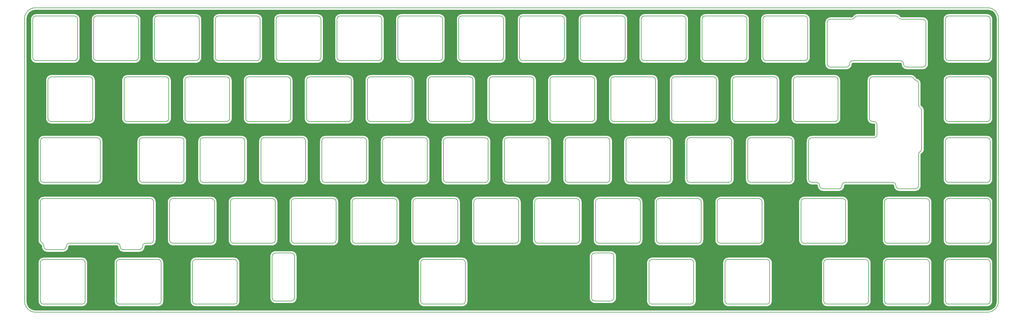
<source format=gbr>
%TF.GenerationSoftware,KiCad,Pcbnew,5.1.10-88a1d61d58~88~ubuntu21.04.1*%
%TF.CreationDate,2021-06-02T23:16:48+02:00*%
%TF.ProjectId,discipline-plate-blocker,64697363-6970-46c6-996e-652d706c6174,rev?*%
%TF.SameCoordinates,Original*%
%TF.FileFunction,Copper,L2,Bot*%
%TF.FilePolarity,Positive*%
%FSLAX46Y46*%
G04 Gerber Fmt 4.6, Leading zero omitted, Abs format (unit mm)*
G04 Created by KiCad (PCBNEW 5.1.10-88a1d61d58~88~ubuntu21.04.1) date 2021-06-02 23:16:48*
%MOMM*%
%LPD*%
G01*
G04 APERTURE LIST*
%TA.AperFunction,Profile*%
%ADD10C,0.200000*%
%TD*%
%TA.AperFunction,Profile*%
%ADD11C,0.150000*%
%TD*%
%TA.AperFunction,NonConductor*%
%ADD12C,0.254000*%
%TD*%
%TA.AperFunction,NonConductor*%
%ADD13C,0.150000*%
%TD*%
G04 APERTURE END LIST*
D10*
X72709300Y-164998400D02*
X72709300Y-176998400D01*
X58709300Y-164998400D02*
G75*
G02*
X59709300Y-163998400I1000000J0D01*
G01*
X71709300Y-177998400D02*
X59709300Y-177998400D01*
X72709300Y-176998400D02*
G75*
G02*
X71709300Y-177998400I-1000000J0D01*
G01*
X59709300Y-177998400D02*
G75*
G02*
X58709300Y-176998400I0J1000000D01*
G01*
X59709300Y-163998400D02*
X71709300Y-163998400D01*
X71709300Y-163998400D02*
G75*
G02*
X72709300Y-164998400I0J-1000000D01*
G01*
X58709300Y-176998400D02*
X58709300Y-164998400D01*
X96519300Y-164998400D02*
X96519300Y-176998400D01*
X82519300Y-164998400D02*
G75*
G02*
X83519300Y-163998400I1000000J0D01*
G01*
X95519300Y-177998400D02*
X83519300Y-177998400D01*
X96519300Y-176998400D02*
G75*
G02*
X95519300Y-177998400I-1000000J0D01*
G01*
X83519300Y-177998400D02*
G75*
G02*
X82519300Y-176998400I0J1000000D01*
G01*
X83519300Y-163998400D02*
X95519300Y-163998400D01*
X95519300Y-163998400D02*
G75*
G02*
X96519300Y-164998400I0J-1000000D01*
G01*
X82519300Y-176998400D02*
X82519300Y-164998400D01*
X120329300Y-164998400D02*
X120329300Y-176998400D01*
X106329300Y-164998400D02*
G75*
G02*
X107329300Y-163998400I1000000J0D01*
G01*
X119329300Y-177998400D02*
X107329300Y-177998400D01*
X120329300Y-176998400D02*
G75*
G02*
X119329300Y-177998400I-1000000J0D01*
G01*
X107329300Y-177998400D02*
G75*
G02*
X106329300Y-176998400I0J1000000D01*
G01*
X107329300Y-163998400D02*
X119329300Y-163998400D01*
X119329300Y-163998400D02*
G75*
G02*
X120329300Y-164998400I0J-1000000D01*
G01*
X106329300Y-176998400D02*
X106329300Y-164998400D01*
X191769300Y-164998400D02*
X191769300Y-176998400D01*
X177769300Y-164998400D02*
G75*
G02*
X178769300Y-163998400I1000000J0D01*
G01*
X190769300Y-177998400D02*
X178769300Y-177998400D01*
X191769300Y-176998400D02*
G75*
G02*
X190769300Y-177998400I-1000000J0D01*
G01*
X178769300Y-177998400D02*
G75*
G02*
X177769300Y-176998400I0J1000000D01*
G01*
X178769300Y-163998400D02*
X190769300Y-163998400D01*
X190769300Y-163998400D02*
G75*
G02*
X191769300Y-164998400I0J-1000000D01*
G01*
X177769300Y-176998400D02*
X177769300Y-164998400D01*
X263239300Y-164998400D02*
X263239300Y-176998400D01*
X249239300Y-164998400D02*
G75*
G02*
X250239300Y-163998400I1000000J0D01*
G01*
X262239300Y-177998400D02*
X250239300Y-177998400D01*
X263239300Y-176998400D02*
G75*
G02*
X262239300Y-177998400I-1000000J0D01*
G01*
X250239300Y-177998400D02*
G75*
G02*
X249239300Y-176998400I0J1000000D01*
G01*
X250239300Y-163998400D02*
X262239300Y-163998400D01*
X262239300Y-163998400D02*
G75*
G02*
X263239300Y-164998400I0J-1000000D01*
G01*
X249239300Y-176998400D02*
X249239300Y-164998400D01*
X287049300Y-164998400D02*
X287049300Y-176998400D01*
X273049300Y-164998400D02*
G75*
G02*
X274049300Y-163998400I1000000J0D01*
G01*
X286049300Y-177998400D02*
X274049300Y-177998400D01*
X287049300Y-176998400D02*
G75*
G02*
X286049300Y-177998400I-1000000J0D01*
G01*
X274049300Y-177998400D02*
G75*
G02*
X273049300Y-176998400I0J1000000D01*
G01*
X274049300Y-163998400D02*
X286049300Y-163998400D01*
X286049300Y-163998400D02*
G75*
G02*
X287049300Y-164998400I0J-1000000D01*
G01*
X273049300Y-176998400D02*
X273049300Y-164998400D01*
X299216800Y-126898400D02*
G75*
G02*
X300216800Y-125898400I1000000J0D01*
G01*
X331266800Y-106848400D02*
X319266799Y-106848400D01*
X320648050Y-124898400D02*
X320648050Y-121848400D01*
X320648050Y-124898400D02*
G75*
G02*
X319648050Y-125898400I-1000000J0D01*
G01*
X319648050Y-120848400D02*
G75*
G02*
X320648050Y-121848400I0J-1000000D01*
G01*
X319266799Y-120848400D02*
G75*
G02*
X318266799Y-119848400I0J1000000D01*
G01*
X299216800Y-126898400D02*
X299216800Y-138898400D01*
X319266799Y-120848400D02*
X319648050Y-120848400D01*
X334648050Y-129373400D02*
X334648050Y-117373400D01*
X332167637Y-107414244D02*
G75*
G03*
X332858263Y-107957744I900838J434156D01*
G01*
X334148050Y-130239425D02*
G75*
G03*
X333648050Y-131105450I500000J-866025D01*
G01*
X300216800Y-139898400D02*
X301685050Y-139898400D01*
X300216800Y-125898400D02*
X319648050Y-125898400D01*
X333648050Y-140898400D02*
X333648050Y-131105450D01*
X327566004Y-141897090D02*
G75*
G02*
X326566003Y-140897089I0J1000001D01*
G01*
X334648050Y-129373400D02*
G75*
G02*
X334148050Y-130239425I-1000000J0D01*
G01*
X303689997Y-141898388D02*
G75*
G02*
X302685050Y-140898400I-4947J999988D01*
G01*
X333648050Y-140898400D02*
G75*
G02*
X332648050Y-141898400I-1000000J0D01*
G01*
X303689991Y-141897089D02*
X308689994Y-141897089D01*
X309689994Y-140897089D02*
G75*
G02*
X308689994Y-141897089I-1000000J0D01*
G01*
X300216800Y-139898400D02*
G75*
G02*
X299216800Y-138898400I0J1000000D01*
G01*
X332858263Y-107957744D02*
G75*
G02*
X333648050Y-108935400I-210213J-977656D01*
G01*
X318266799Y-107848400D02*
X318266799Y-119848400D01*
X326566003Y-140897089D02*
G75*
G03*
X325566003Y-139897089I-1000000J0D01*
G01*
X334148050Y-116507375D02*
G75*
G02*
X334648050Y-117373400I-500000J-866025D01*
G01*
X310689995Y-139897088D02*
G75*
G03*
X309689994Y-140897089I0J-1000001D01*
G01*
X302685050Y-140898400D02*
G75*
G03*
X301685050Y-139898400I-1000000J0D01*
G01*
X310689995Y-139897088D02*
X325566003Y-139897089D01*
X333648049Y-115641349D02*
G75*
G03*
X334148050Y-116507375I1000001J0D01*
G01*
X327566004Y-141897090D02*
X332648050Y-141898400D01*
X331266800Y-106848401D02*
G75*
G02*
X332167637Y-107414244I0J-999999D01*
G01*
X318266799Y-107848400D02*
G75*
G02*
X319266799Y-106848400I1000000J0D01*
G01*
X302685050Y-140898400D02*
X302685050Y-140898400D01*
X333648050Y-115641349D02*
X333648050Y-108935400D01*
X82673550Y-158948400D02*
G75*
G02*
X83673550Y-159948400I0J-1000000D01*
G01*
X59797549Y-159948400D02*
X59797549Y-159727846D01*
X66797550Y-159948400D02*
G75*
G02*
X67797550Y-158948400I1000000J0D01*
G01*
X59710550Y-144948400D02*
X93141800Y-144948400D01*
X84673550Y-160948400D02*
G75*
G02*
X83673550Y-159948400I0J1000000D01*
G01*
X94141800Y-157948400D02*
G75*
G02*
X93141800Y-158948400I-1000000J0D01*
G01*
X60797549Y-160948399D02*
X65797550Y-160948399D01*
X66797550Y-159948400D02*
G75*
G02*
X65797550Y-160948400I-1000000J0D01*
G01*
X58710550Y-145948399D02*
X58710550Y-157948400D01*
X83673550Y-159948400D02*
X83673550Y-159948400D01*
X59254050Y-158838123D02*
G75*
G02*
X59797550Y-159727846I-456500J-889723D01*
G01*
X94141800Y-145948399D02*
X94141800Y-157948400D01*
X66797550Y-159948400D02*
X66797550Y-159948400D01*
X58710550Y-145948399D02*
G75*
G02*
X59710550Y-144948399I1000000J0D01*
G01*
X90673550Y-159948400D02*
G75*
G02*
X89673550Y-160948400I-1000000J0D01*
G01*
X90673550Y-159948400D02*
G75*
G02*
X91673550Y-158948400I1000000J0D01*
G01*
X67797550Y-158948399D02*
X82673550Y-158948399D01*
X93141800Y-144948399D02*
G75*
G02*
X94141800Y-145948399I0J-1000000D01*
G01*
X90673550Y-159948400D02*
X90673550Y-159948400D01*
X84673550Y-160948399D02*
X89673550Y-160948399D01*
X91673550Y-158948399D02*
X93141800Y-158948399D01*
X60797549Y-160948400D02*
G75*
G02*
X59797549Y-159948400I0J1000000D01*
G01*
X59254050Y-158838123D02*
G75*
G02*
X58710550Y-157948400I456500J889723D01*
G01*
X356079300Y-119848400D02*
G75*
G02*
X355079300Y-120848400I-1000000J0D01*
G01*
X356079300Y-100798400D02*
G75*
G02*
X355079300Y-101798400I-1000000J0D01*
G01*
X160816800Y-138898400D02*
G75*
G02*
X159816800Y-139898400I-1000000J0D01*
G01*
X155054300Y-106848400D02*
G75*
G02*
X156054300Y-107848400I0J-1000000D01*
G01*
X137273050Y-161998400D02*
G75*
G02*
X138273050Y-162998400I0J-1000000D01*
G01*
X284929300Y-88798400D02*
G75*
G02*
X285929300Y-87798400I1000000J0D01*
G01*
X132273050Y-161998400D02*
X137273050Y-161998400D01*
X75379300Y-100798400D02*
X75379300Y-88798400D01*
X307454300Y-120848400D02*
X295454300Y-120848400D01*
X131273050Y-175998400D02*
X131273050Y-162998400D01*
X138273050Y-162998400D02*
X138273050Y-175998400D01*
X100191800Y-158948400D02*
G75*
G02*
X99191800Y-157948400I0J1000000D01*
G01*
X112191800Y-158948400D02*
X100191800Y-158948400D01*
X221729300Y-101798400D02*
X209729300Y-101798400D01*
X131273050Y-162998400D02*
G75*
G02*
X132273050Y-161998400I1000000J0D01*
G01*
X146529300Y-88798400D02*
X146529300Y-100798400D01*
X231254300Y-106848400D02*
G75*
G02*
X232254300Y-107848400I0J-1000000D01*
G01*
X132529300Y-88798400D02*
G75*
G02*
X133529300Y-87798400I1000000J0D01*
G01*
X89379300Y-88798400D02*
X89379300Y-100798400D01*
X128766800Y-125898400D02*
X140766800Y-125898400D01*
X143054300Y-106848400D02*
X155054300Y-106848400D01*
X62091800Y-106848400D02*
X74091800Y-106848400D01*
X140766800Y-125898400D02*
G75*
G02*
X141766800Y-126898400I0J-1000000D01*
G01*
X356079300Y-145948400D02*
X356079300Y-157948400D01*
X127766800Y-126898400D02*
G75*
G02*
X128766800Y-125898400I1000000J0D01*
G01*
X232254300Y-107848400D02*
X232254300Y-119848400D01*
X245541800Y-158948400D02*
X233541800Y-158948400D01*
X355079300Y-139898400D02*
X343079300Y-139898400D01*
X236016800Y-139898400D02*
X224016800Y-139898400D01*
X356079300Y-88798400D02*
X356079300Y-100798400D01*
X137291800Y-145948400D02*
G75*
G02*
X138291800Y-144948400I1000000J0D01*
G01*
X255066800Y-139898400D02*
X243066800Y-139898400D01*
X343079300Y-101798400D02*
G75*
G02*
X342079300Y-100798400I0J1000000D01*
G01*
X137273050Y-176998400D02*
X132273050Y-176998400D01*
X137291800Y-157948400D02*
X137291800Y-145948400D01*
X256066800Y-126898400D02*
X256066800Y-138898400D01*
X337029300Y-145948400D02*
X337029300Y-157948400D01*
X119241800Y-158948400D02*
G75*
G02*
X118241800Y-157948400I0J1000000D01*
G01*
X56329300Y-88798400D02*
G75*
G02*
X57329300Y-87798400I1000000J0D01*
G01*
X335942300Y-102798400D02*
G75*
G02*
X334942300Y-103798400I-1000000J0D01*
G01*
X342079300Y-138898400D02*
X342079300Y-126898400D01*
X231279300Y-175998400D02*
X231279300Y-162998400D01*
X150291799Y-158948400D02*
X138291800Y-158948400D01*
X197916800Y-139898400D02*
X185916800Y-139898400D01*
X203966800Y-138898400D02*
X203966800Y-126898400D01*
X138291800Y-158948400D02*
G75*
G02*
X137291800Y-157948400I0J1000000D01*
G01*
X124004300Y-120848400D02*
G75*
G02*
X123004300Y-119848400I0J1000000D01*
G01*
X76379300Y-87798400D02*
X88379300Y-87798400D01*
X104954300Y-120848400D02*
G75*
G02*
X103954300Y-119848400I0J1000000D01*
G01*
X285929300Y-101798400D02*
G75*
G02*
X284929300Y-100798400I0J1000000D01*
G01*
X243066800Y-139898400D02*
G75*
G02*
X242066800Y-138898400I0J1000000D01*
G01*
X343079300Y-158948400D02*
G75*
G02*
X342079300Y-157948400I0J1000000D01*
G01*
X309835550Y-144948400D02*
G75*
G02*
X310835550Y-145948400I0J-1000000D01*
G01*
X117954300Y-107848400D02*
X117954300Y-119848400D01*
X175391800Y-145948400D02*
G75*
G02*
X176391800Y-144948400I1000000J0D01*
G01*
X342079300Y-100798400D02*
X342079300Y-88798400D01*
X114479299Y-87798400D02*
X126479300Y-87798400D01*
X342079300Y-88798400D02*
G75*
G02*
X343079300Y-87798400I1000000J0D01*
G01*
X75379300Y-88798400D02*
G75*
G02*
X76379300Y-87798400I1000000J0D01*
G01*
X238304300Y-120848400D02*
G75*
G02*
X237304300Y-119848400I0J1000000D01*
G01*
X126479300Y-87798400D02*
G75*
G02*
X127479300Y-88798400I0J-1000000D01*
G01*
X243066800Y-125898400D02*
X255066800Y-125898400D01*
X133529300Y-87798400D02*
X145529300Y-87798400D01*
X175391800Y-157948400D02*
X175391800Y-145948400D01*
X132241800Y-145948400D02*
X132241800Y-157948400D01*
X311066300Y-103798400D02*
X306066300Y-103798400D01*
X145529300Y-87798400D02*
G75*
G02*
X146529300Y-88798400I0J-1000000D01*
G01*
X145529300Y-101798400D02*
X133529300Y-101798400D01*
X127479300Y-100798400D02*
G75*
G02*
X126479300Y-101798400I-1000000J0D01*
G01*
X326504300Y-87798400D02*
G75*
G02*
X327370325Y-88298400I0J-1000000D01*
G01*
X327942300Y-101798400D02*
G75*
G02*
X328942300Y-102798400I0J-1000000D01*
G01*
X305066300Y-89798400D02*
G75*
G02*
X306066300Y-88798400I1000000J0D01*
G01*
X355079300Y-144948400D02*
G75*
G02*
X356079300Y-145948400I0J-1000000D01*
G01*
X223016800Y-138898400D02*
X223016800Y-126898400D01*
X237279300Y-176998400D02*
X232279300Y-176998400D01*
X216966800Y-139898400D02*
X204966800Y-139898400D01*
X185916800Y-125898400D02*
X197916800Y-125898400D01*
X127479299Y-88798400D02*
X127479300Y-100798400D01*
X126479300Y-101798400D02*
X114479299Y-101798400D01*
X119241800Y-144948400D02*
X131241800Y-144948400D01*
X296835550Y-157948400D02*
X296835550Y-145948400D01*
X296835550Y-145948400D02*
G75*
G02*
X297835550Y-144948400I1000000J0D01*
G01*
X342079300Y-126898400D02*
G75*
G02*
X343079300Y-125898400I1000000J0D01*
G01*
X70329299Y-88798400D02*
X70329300Y-100798400D01*
X281166800Y-139898400D02*
G75*
G02*
X280166800Y-138898400I0J1000000D01*
G01*
X103954300Y-107848400D02*
G75*
G02*
X104954300Y-106848400I1000000J0D01*
G01*
X219254300Y-106848400D02*
X231254300Y-106848400D01*
X208441800Y-157948400D02*
G75*
G02*
X207441800Y-158948400I-1000000J0D01*
G01*
X76473050Y-139898400D02*
X59710550Y-139898400D01*
X123004300Y-107848400D02*
G75*
G02*
X124004300Y-106848400I1000000J0D01*
G01*
X147816800Y-139898400D02*
G75*
G02*
X146816800Y-138898400I0J1000000D01*
G01*
X257354300Y-120848400D02*
G75*
G02*
X256354300Y-119848400I0J1000000D01*
G01*
X122716800Y-138898400D02*
G75*
G02*
X121716800Y-139898400I-1000000J0D01*
G01*
X142054300Y-107848400D02*
G75*
G02*
X143054300Y-106848400I1000000J0D01*
G01*
X159816800Y-125898400D02*
G75*
G02*
X160816800Y-126898400I0J-1000000D01*
G01*
X251304300Y-119848400D02*
G75*
G02*
X250304300Y-120848400I-1000000J0D01*
G01*
X274116800Y-139898400D02*
X262116800Y-139898400D01*
X100191800Y-144948400D02*
X112191800Y-144948400D01*
X85904300Y-120848400D02*
G75*
G02*
X84904300Y-119848400I0J1000000D01*
G01*
X308454300Y-119848400D02*
G75*
G02*
X307454300Y-120848400I-1000000J0D01*
G01*
X214491800Y-144948400D02*
X226491800Y-144948400D01*
X262116800Y-125898400D02*
X274116800Y-125898400D01*
X75091800Y-119848400D02*
G75*
G02*
X74091800Y-120848400I-1000000J0D01*
G01*
X193154300Y-106848400D02*
G75*
G02*
X194154300Y-107848400I0J-1000000D01*
G01*
X108716800Y-138898400D02*
X108716800Y-126898400D01*
X256354300Y-119848400D02*
X256354300Y-107848400D01*
X227779300Y-88798400D02*
G75*
G02*
X228779300Y-87798400I1000000J0D01*
G01*
X250304300Y-106848400D02*
G75*
G02*
X251304300Y-107848400I0J-1000000D01*
G01*
X61091800Y-107848400D02*
G75*
G02*
X62091800Y-106848400I1000000J0D01*
G01*
X109716800Y-139898400D02*
G75*
G02*
X108716800Y-138898400I0J1000000D01*
G01*
X89379300Y-100798400D02*
G75*
G02*
X88379300Y-101798400I-1000000J0D01*
G01*
X151579300Y-100798400D02*
X151579300Y-88798400D01*
X88379300Y-101798400D02*
X76379300Y-101798400D01*
X190679300Y-101798400D02*
G75*
G02*
X189679300Y-100798400I0J1000000D01*
G01*
X281166800Y-125898400D02*
X293166800Y-125898400D01*
X323029300Y-176998400D02*
X323029300Y-164998400D01*
X260829300Y-88798400D02*
X260829300Y-100798400D01*
X208441800Y-145948400D02*
X208441800Y-157948400D01*
X121716800Y-139898400D02*
X109716800Y-139898400D01*
X209729300Y-101798400D02*
G75*
G02*
X208729300Y-100798400I0J1000000D01*
G01*
X279879300Y-88798400D02*
X279879300Y-100798400D01*
X183629299Y-87798400D02*
G75*
G02*
X184629299Y-88798400I0J-1000000D01*
G01*
X269354300Y-106848400D02*
G75*
G02*
X270354300Y-107848400I0J-1000000D01*
G01*
X316979300Y-177998400D02*
X304979300Y-177998400D01*
X237304300Y-119848400D02*
X237304300Y-107848400D01*
X95429300Y-101798400D02*
G75*
G02*
X94429300Y-100798400I0J1000000D01*
G01*
X297929300Y-87798400D02*
G75*
G02*
X298929300Y-88798400I0J-1000000D01*
G01*
X141766800Y-126898400D02*
X141766800Y-138898400D01*
X232254300Y-119848400D02*
G75*
G02*
X231254300Y-120848400I-1000000J0D01*
G01*
X227491800Y-157948400D02*
G75*
G02*
X226491800Y-158948400I-1000000J0D01*
G01*
X232541800Y-157948400D02*
X232541800Y-145948400D01*
X169341800Y-144948400D02*
G75*
G02*
X170341800Y-145948400I0J-1000000D01*
G01*
X270641800Y-145948400D02*
G75*
G02*
X271641800Y-144948400I1000000J0D01*
G01*
X76379300Y-101798400D02*
G75*
G02*
X75379300Y-100798400I0J1000000D01*
G01*
X270641800Y-157948400D02*
X270641800Y-145948400D01*
X189391800Y-157948400D02*
G75*
G02*
X188391800Y-158948400I-1000000J0D01*
G01*
X227491800Y-145948400D02*
X227491800Y-157948400D01*
X132273050Y-176998400D02*
G75*
G02*
X131273050Y-175998400I0J1000000D01*
G01*
X62091800Y-120848400D02*
G75*
G02*
X61091800Y-119848400I0J1000000D01*
G01*
X342079300Y-107848400D02*
G75*
G02*
X343079300Y-106848400I1000000J0D01*
G01*
X137004300Y-119848400D02*
G75*
G02*
X136004300Y-120848400I-1000000J0D01*
G01*
X342079300Y-164998400D02*
G75*
G02*
X343079300Y-163998400I1000000J0D01*
G01*
X336029300Y-163998400D02*
G75*
G02*
X337029300Y-164998400I0J-1000000D01*
G01*
X99191800Y-157948400D02*
X99191800Y-145948400D01*
X156341800Y-157948400D02*
X156341800Y-145948400D01*
X240779300Y-101798400D02*
X228779300Y-101798400D01*
X188391800Y-144948400D02*
G75*
G02*
X189391800Y-145948400I0J-1000000D01*
G01*
X203679300Y-100798400D02*
G75*
G02*
X202679300Y-101798400I-1000000J0D01*
G01*
X251591800Y-157948400D02*
X251591800Y-145948400D01*
X264591800Y-158948400D02*
X252591800Y-158948400D01*
X356079300Y-176998400D02*
G75*
G02*
X355079300Y-177998400I-1000000J0D01*
G01*
X275116800Y-126898400D02*
X275116800Y-138898400D01*
X232541800Y-145948400D02*
G75*
G02*
X233541800Y-144948400I1000000J0D01*
G01*
X307454300Y-106848400D02*
G75*
G02*
X308454300Y-107848400I0J-1000000D01*
G01*
X58710550Y-126898400D02*
G75*
G02*
X59710550Y-125898400I1000000J0D01*
G01*
X157341800Y-144948400D02*
X169341800Y-144948400D01*
X336029300Y-177998400D02*
X324029300Y-177998400D01*
X342079300Y-119848400D02*
X342079300Y-107848400D01*
X250304300Y-120848400D02*
X238304300Y-120848400D01*
X257354300Y-106848400D02*
X269354300Y-106848400D01*
X136004300Y-120848400D02*
X124004300Y-120848400D01*
X275116800Y-138898400D02*
G75*
G02*
X274116800Y-139898400I-1000000J0D01*
G01*
X156054300Y-107848400D02*
X156054300Y-119848400D01*
X138273050Y-175998400D02*
G75*
G02*
X137273050Y-176998400I-1000000J0D01*
G01*
X212204300Y-120848400D02*
X200204300Y-120848400D01*
X165866800Y-138898400D02*
X165866800Y-126898400D01*
X280166800Y-138898400D02*
X280166800Y-126898400D01*
X95429300Y-87798400D02*
X107429300Y-87798400D01*
X222729300Y-88798400D02*
X222729300Y-100798400D01*
X271641800Y-158948400D02*
G75*
G02*
X270641800Y-157948400I0J1000000D01*
G01*
X107429300Y-87798400D02*
G75*
G02*
X108429300Y-88798400I0J-1000000D01*
G01*
X293166800Y-125898400D02*
G75*
G02*
X294166800Y-126898400I0J-1000000D01*
G01*
X179866800Y-138898400D02*
G75*
G02*
X178866800Y-139898400I-1000000J0D01*
G01*
X246541800Y-145948400D02*
X246541800Y-157948400D01*
X303979300Y-164998400D02*
G75*
G02*
X304979300Y-163998400I1000000J0D01*
G01*
X165579300Y-88798400D02*
X165579300Y-100798400D01*
X61091800Y-119848400D02*
X61091800Y-107848400D01*
X256354300Y-107848400D02*
G75*
G02*
X257354300Y-106848400I1000000J0D01*
G01*
X213491800Y-157948400D02*
X213491800Y-145948400D01*
X194441800Y-145948400D02*
G75*
G02*
X195441800Y-144948400I1000000J0D01*
G01*
X146816800Y-126898400D02*
G75*
G02*
X147816800Y-125898400I1000000J0D01*
G01*
X233541800Y-158948400D02*
G75*
G02*
X232541800Y-157948400I0J1000000D01*
G01*
X176391800Y-144948400D02*
X188391800Y-144948400D01*
X209729300Y-87798400D02*
X221729300Y-87798400D01*
X127766800Y-138898400D02*
X127766800Y-126898400D01*
X194154300Y-119848400D02*
G75*
G02*
X193154300Y-120848400I-1000000J0D01*
G01*
X356079300Y-164998400D02*
X356079300Y-176998400D01*
X178866800Y-139898400D02*
X166866800Y-139898400D01*
X102666800Y-139898400D02*
X90666800Y-139898400D01*
X356079300Y-107848400D02*
X356079300Y-119848400D01*
X94429300Y-88798400D02*
G75*
G02*
X95429300Y-87798400I1000000J0D01*
G01*
X113191800Y-145948400D02*
X113191800Y-157948400D01*
X355079300Y-106848400D02*
G75*
G02*
X356079300Y-107848400I0J-1000000D01*
G01*
X156341800Y-145948400D02*
G75*
G02*
X157341800Y-144948400I1000000J0D01*
G01*
X98904300Y-119848400D02*
G75*
G02*
X97904300Y-120848400I-1000000J0D01*
G01*
X228779300Y-101798400D02*
G75*
G02*
X227779300Y-100798400I0J1000000D01*
G01*
X246541800Y-157948400D02*
G75*
G02*
X245541800Y-158948400I-1000000J0D01*
G01*
X170341800Y-145948400D02*
X170341800Y-157948400D01*
X259829300Y-87798400D02*
G75*
G02*
X260829300Y-88798400I0J-1000000D01*
G01*
X304979300Y-177998400D02*
G75*
G02*
X303979300Y-176998400I0J1000000D01*
G01*
X102666800Y-125898400D02*
G75*
G02*
X103666800Y-126898400I0J-1000000D01*
G01*
X103666800Y-138898400D02*
G75*
G02*
X102666800Y-139898400I-1000000J0D01*
G01*
X343079300Y-177998400D02*
G75*
G02*
X342079300Y-176998400I0J1000000D01*
G01*
X74091800Y-120848400D02*
X62091800Y-120848400D01*
X140766800Y-139898400D02*
X128766800Y-139898400D01*
X343079300Y-163998400D02*
X355079300Y-163998400D01*
X109716800Y-125898400D02*
X121716800Y-125898400D01*
X77473050Y-126898400D02*
X77473050Y-138898400D01*
X165866800Y-126898400D02*
G75*
G02*
X166866800Y-125898400I1000000J0D01*
G01*
X162104300Y-106848400D02*
X174104300Y-106848400D01*
X85904300Y-106848400D02*
X97904300Y-106848400D01*
X89666800Y-126898400D02*
G75*
G02*
X90666800Y-125898400I1000000J0D01*
G01*
X199204300Y-107848400D02*
G75*
G02*
X200204300Y-106848400I1000000J0D01*
G01*
X112191800Y-144948400D02*
G75*
G02*
X113191800Y-145948400I0J-1000000D01*
G01*
X84904300Y-107848400D02*
G75*
G02*
X85904300Y-106848400I1000000J0D01*
G01*
X285929300Y-87798400D02*
X297929300Y-87798400D01*
X226491800Y-158948400D02*
X214491800Y-158948400D01*
X174104300Y-120848400D02*
X162104300Y-120848400D01*
X113191800Y-157948400D02*
G75*
G02*
X112191800Y-158948400I-1000000J0D01*
G01*
X337029300Y-164998400D02*
X337029300Y-176998400D01*
X189679300Y-88798400D02*
G75*
G02*
X190679300Y-87798400I1000000J0D01*
G01*
X189391800Y-145948400D02*
X189391800Y-157948400D01*
X245541800Y-144948400D02*
G75*
G02*
X246541800Y-145948400I0J-1000000D01*
G01*
X59710550Y-125898400D02*
X76473050Y-125898400D01*
X298929300Y-88798400D02*
X298929300Y-100798400D01*
X293166800Y-139898400D02*
X281166800Y-139898400D01*
X157341800Y-158948400D02*
G75*
G02*
X156341800Y-157948400I0J1000000D01*
G01*
X174104300Y-106848400D02*
G75*
G02*
X175104300Y-107848400I0J-1000000D01*
G01*
X108716800Y-126898400D02*
G75*
G02*
X109716800Y-125898400I1000000J0D01*
G01*
X179866800Y-126898400D02*
X179866800Y-138898400D01*
X77473050Y-138898400D02*
G75*
G02*
X76473050Y-139898400I-1000000J0D01*
G01*
X200204300Y-120848400D02*
G75*
G02*
X199204300Y-119848400I0J1000000D01*
G01*
X213491800Y-145948400D02*
G75*
G02*
X214491800Y-144948400I1000000J0D01*
G01*
X219254300Y-120848400D02*
G75*
G02*
X218254300Y-119848400I0J1000000D01*
G01*
X278879300Y-87798400D02*
G75*
G02*
X279879300Y-88798400I0J-1000000D01*
G01*
X74091800Y-106848400D02*
G75*
G02*
X75091800Y-107848400I0J-1000000D01*
G01*
X190679300Y-87798400D02*
X202679300Y-87798400D01*
X89666800Y-138898400D02*
X89666800Y-126898400D01*
X317979300Y-164998400D02*
X317979300Y-176998400D01*
X238304300Y-106848400D02*
X250304300Y-106848400D01*
X84904300Y-119848400D02*
X84904300Y-107848400D01*
X195441800Y-158948400D02*
G75*
G02*
X194441800Y-157948400I0J1000000D01*
G01*
X262116800Y-139898400D02*
G75*
G02*
X261116800Y-138898400I0J1000000D01*
G01*
X233541800Y-144948400D02*
X245541800Y-144948400D01*
X270354300Y-119848400D02*
G75*
G02*
X269354300Y-120848400I-1000000J0D01*
G01*
X98904300Y-107848400D02*
X98904300Y-119848400D01*
X280166800Y-126898400D02*
G75*
G02*
X281166800Y-125898400I1000000J0D01*
G01*
X123004300Y-119848400D02*
X123004300Y-107848400D01*
X189679300Y-100798400D02*
X189679300Y-88798400D01*
X294454300Y-107848400D02*
G75*
G02*
X295454300Y-106848400I1000000J0D01*
G01*
X261116800Y-138898400D02*
X261116800Y-126898400D01*
X226491800Y-144948400D02*
G75*
G02*
X227491800Y-145948400I0J-1000000D01*
G01*
X241779300Y-88798400D02*
X241779300Y-100798400D01*
X317979300Y-176998400D02*
G75*
G02*
X316979300Y-177998400I-1000000J0D01*
G01*
X259829300Y-101798400D02*
X247829300Y-101798400D01*
X265591800Y-157948400D02*
G75*
G02*
X264591800Y-158948400I-1000000J0D01*
G01*
X107429300Y-101798400D02*
X95429300Y-101798400D01*
X207441800Y-144948400D02*
G75*
G02*
X208441800Y-145948400I0J-1000000D01*
G01*
X283641800Y-158948400D02*
X271641800Y-158948400D01*
X252591800Y-158948400D02*
G75*
G02*
X251591800Y-157948400I0J1000000D01*
G01*
X294166800Y-126898400D02*
X294166800Y-138898400D01*
X208729300Y-88798400D02*
G75*
G02*
X209729300Y-87798400I1000000J0D01*
G01*
X247829300Y-101798400D02*
G75*
G02*
X246829300Y-100798400I0J1000000D01*
G01*
X103666800Y-126898400D02*
X103666800Y-138898400D01*
X169341800Y-158948400D02*
X157341800Y-158948400D01*
X269354300Y-120848400D02*
X257354300Y-120848400D01*
X284641800Y-157948400D02*
G75*
G02*
X283641800Y-158948400I-1000000J0D01*
G01*
X161104300Y-107848400D02*
G75*
G02*
X162104300Y-106848400I1000000J0D01*
G01*
X108429300Y-88798400D02*
X108429300Y-100798400D01*
X136004300Y-106848400D02*
G75*
G02*
X137004300Y-107848400I0J-1000000D01*
G01*
X208729300Y-100798400D02*
X208729300Y-88798400D01*
X178866800Y-125898400D02*
G75*
G02*
X179866800Y-126898400I0J-1000000D01*
G01*
X343079300Y-106848400D02*
X355079300Y-106848400D01*
X294454300Y-119848400D02*
X294454300Y-107848400D01*
X97904300Y-106848400D02*
G75*
G02*
X98904300Y-107848400I0J-1000000D01*
G01*
X199204300Y-119848400D02*
X199204300Y-107848400D01*
X270354300Y-107848400D02*
X270354300Y-119848400D01*
X170341800Y-157948400D02*
G75*
G02*
X169341800Y-158948400I-1000000J0D01*
G01*
X75091800Y-107848400D02*
X75091800Y-119848400D01*
X246829300Y-88798400D02*
G75*
G02*
X247829300Y-87798400I1000000J0D01*
G01*
X166866800Y-125898400D02*
X178866800Y-125898400D01*
X203679300Y-88798400D02*
X203679300Y-100798400D01*
X146816800Y-138898400D02*
X146816800Y-126898400D01*
X124004300Y-106848400D02*
X136004300Y-106848400D01*
X181154300Y-120848400D02*
G75*
G02*
X180154300Y-119848400I0J1000000D01*
G01*
X227779300Y-100798400D02*
X227779300Y-88798400D01*
X76473050Y-125898400D02*
G75*
G02*
X77473050Y-126898400I0J-1000000D01*
G01*
X152579300Y-87798400D02*
X164579300Y-87798400D01*
X212204300Y-106848400D02*
G75*
G02*
X213204300Y-107848400I0J-1000000D01*
G01*
X90666800Y-125898400D02*
X102666800Y-125898400D01*
X99191800Y-145948400D02*
G75*
G02*
X100191800Y-144948400I1000000J0D01*
G01*
X161104300Y-119848400D02*
X161104300Y-107848400D01*
X121716800Y-125898400D02*
G75*
G02*
X122716800Y-126898400I0J-1000000D01*
G01*
X241779300Y-100798400D02*
G75*
G02*
X240779300Y-101798400I-1000000J0D01*
G01*
X240779300Y-87798400D02*
G75*
G02*
X241779300Y-88798400I0J-1000000D01*
G01*
X151579300Y-88798400D02*
G75*
G02*
X152579300Y-87798400I1000000J0D01*
G01*
X176391800Y-158948400D02*
G75*
G02*
X175391800Y-157948400I0J1000000D01*
G01*
X108429300Y-100798400D02*
G75*
G02*
X107429300Y-101798400I-1000000J0D01*
G01*
X213204300Y-119848400D02*
G75*
G02*
X212204300Y-120848400I-1000000J0D01*
G01*
X261116800Y-126898400D02*
G75*
G02*
X262116800Y-125898400I1000000J0D01*
G01*
X295454300Y-120848400D02*
G75*
G02*
X294454300Y-119848400I0J1000000D01*
G01*
X343079300Y-120848400D02*
G75*
G02*
X342079300Y-119848400I0J1000000D01*
G01*
X166866800Y-139898400D02*
G75*
G02*
X165866800Y-138898400I0J1000000D01*
G01*
X218254300Y-119848400D02*
X218254300Y-107848400D01*
X284641800Y-145948400D02*
X284641800Y-157948400D01*
X164579300Y-101798400D02*
X152579300Y-101798400D01*
X304979300Y-163998400D02*
X316979300Y-163998400D01*
X355079300Y-177998400D02*
X343079300Y-177998400D01*
X252591800Y-144948400D02*
X264591800Y-144948400D01*
X159816800Y-139898400D02*
X147816800Y-139898400D01*
X122716800Y-126898400D02*
X122716800Y-138898400D01*
X180154300Y-119848400D02*
X180154300Y-107848400D01*
X195441800Y-144948400D02*
X207441800Y-144948400D01*
X294166800Y-138898400D02*
G75*
G02*
X293166800Y-139898400I-1000000J0D01*
G01*
X160816800Y-126898400D02*
X160816800Y-138898400D01*
X247829300Y-87798400D02*
X259829300Y-87798400D01*
X324029300Y-163998400D02*
X336029300Y-163998400D01*
X207441800Y-158948400D02*
X195441800Y-158948400D01*
X155054300Y-120848400D02*
X143054300Y-120848400D01*
X165579300Y-100798400D02*
G75*
G02*
X164579300Y-101798400I-1000000J0D01*
G01*
X295454300Y-106848400D02*
X307454300Y-106848400D01*
X188391800Y-158948400D02*
X176391800Y-158948400D01*
X175104300Y-107848400D02*
X175104300Y-119848400D01*
X308454300Y-107848400D02*
X308454300Y-119848400D01*
X152579300Y-101798400D02*
G75*
G02*
X151579300Y-100798400I0J1000000D01*
G01*
X355079300Y-163998400D02*
G75*
G02*
X356079300Y-164998400I0J-1000000D01*
G01*
X202679300Y-87798400D02*
G75*
G02*
X203679300Y-88798400I0J-1000000D01*
G01*
X58710550Y-138898400D02*
X58710550Y-126898400D01*
X59710550Y-139898400D02*
G75*
G02*
X58710550Y-138898400I0J1000000D01*
G01*
X132529300Y-100798400D02*
X132529300Y-88798400D01*
X180154300Y-107848400D02*
G75*
G02*
X181154300Y-106848400I1000000J0D01*
G01*
X275404300Y-119848400D02*
X275404300Y-107848400D01*
X133529300Y-101798400D02*
G75*
G02*
X132529300Y-100798400I0J1000000D01*
G01*
X69329300Y-101798400D02*
X57329300Y-101798400D01*
X276404300Y-120848400D02*
G75*
G02*
X275404300Y-119848400I0J1000000D01*
G01*
X342079300Y-157948400D02*
X342079300Y-145948400D01*
X138291800Y-144948400D02*
X150291799Y-144948400D01*
X231279300Y-162998400D02*
G75*
G02*
X232279300Y-161998400I1000000J0D01*
G01*
X310835550Y-145948400D02*
X310835550Y-157948400D01*
X198916800Y-138898400D02*
G75*
G02*
X197916800Y-139898400I-1000000J0D01*
G01*
X113479299Y-88798400D02*
G75*
G02*
X114479299Y-87798400I1000000J0D01*
G01*
X237304300Y-107848400D02*
G75*
G02*
X238304300Y-106848400I1000000J0D01*
G01*
X69329300Y-87798401D02*
G75*
G02*
X70329299Y-88798400I0J-999999D01*
G01*
X312066300Y-102798400D02*
G75*
G02*
X313066300Y-101798400I1000000J0D01*
G01*
X194154300Y-107848400D02*
X194154300Y-119848400D01*
X355079300Y-125898400D02*
G75*
G02*
X356079300Y-126898400I0J-1000000D01*
G01*
X310835550Y-157948400D02*
G75*
G02*
X309835550Y-158948400I-1000000J0D01*
G01*
X306066300Y-88798400D02*
X312772249Y-88798400D01*
X305066300Y-102798400D02*
X305066300Y-89798400D01*
X313638275Y-88298400D02*
G75*
G02*
X314504300Y-87798400I866025J-500000D01*
G01*
X197916800Y-125898400D02*
G75*
G02*
X198916800Y-126898400I0J-1000000D01*
G01*
X143054300Y-120848400D02*
G75*
G02*
X142054300Y-119848400I0J1000000D01*
G01*
X323029300Y-157948400D02*
X323029300Y-145948400D01*
X336029300Y-158948400D02*
X324029300Y-158948400D01*
X150291799Y-144948400D02*
G75*
G02*
X151291799Y-145948400I0J-1000000D01*
G01*
X343079300Y-125898400D02*
X355079300Y-125898400D01*
X271641800Y-144948400D02*
X283641800Y-144948400D01*
X298929300Y-100798400D02*
G75*
G02*
X297929300Y-101798400I-1000000J0D01*
G01*
X116954300Y-106848400D02*
G75*
G02*
X117954300Y-107848400I0J-1000000D01*
G01*
X231254300Y-120848400D02*
X219254300Y-120848400D01*
X224016800Y-139898400D02*
G75*
G02*
X223016800Y-138898400I0J1000000D01*
G01*
X217966800Y-126898400D02*
X217966800Y-138898400D01*
X116954300Y-120848400D02*
X104954300Y-120848400D01*
X288404300Y-120848400D02*
X276404300Y-120848400D01*
X266879300Y-101798400D02*
G75*
G02*
X265879300Y-100798400I0J1000000D01*
G01*
X343079300Y-139898400D02*
G75*
G02*
X342079300Y-138898400I0J1000000D01*
G01*
X265879300Y-88798400D02*
G75*
G02*
X266879300Y-87798400I1000000J0D01*
G01*
X265879300Y-100798400D02*
X265879300Y-88798400D01*
X356079300Y-138898400D02*
G75*
G02*
X355079300Y-139898400I-1000000J0D01*
G01*
X237279300Y-161998400D02*
G75*
G02*
X238279300Y-162998400I0J-1000000D01*
G01*
X297929300Y-101798400D02*
X285929300Y-101798400D01*
X264591800Y-144948400D02*
G75*
G02*
X265591800Y-145948400I0J-1000000D01*
G01*
X314504300Y-87798400D02*
X326504299Y-87798400D01*
X223016800Y-126898400D02*
G75*
G02*
X224016800Y-125898400I1000000J0D01*
G01*
X328236350Y-88798400D02*
X334942300Y-88798400D01*
X324029300Y-158948400D02*
G75*
G02*
X323029300Y-157948400I0J1000000D01*
G01*
X313638274Y-88298400D02*
G75*
G02*
X312772249Y-88798400I-866025J500000D01*
G01*
X312066300Y-102798400D02*
G75*
G02*
X311066300Y-103798400I-1000000J0D01*
G01*
X184629299Y-100798400D02*
G75*
G02*
X183629299Y-101798400I-1000000J0D01*
G01*
X156054300Y-119848400D02*
G75*
G02*
X155054300Y-120848400I-1000000J0D01*
G01*
X104954300Y-106848400D02*
X116954300Y-106848400D01*
X316979300Y-163998400D02*
G75*
G02*
X317979300Y-164998400I0J-1000000D01*
G01*
X118241800Y-145948400D02*
G75*
G02*
X119241800Y-144948400I1000000J0D01*
G01*
X323029300Y-145948400D02*
G75*
G02*
X324029300Y-144948400I1000000J0D01*
G01*
X337029300Y-157948400D02*
G75*
G02*
X336029300Y-158948400I-1000000J0D01*
G01*
X329942300Y-103798400D02*
G75*
G02*
X328942300Y-102798400I0J1000000D01*
G01*
X297835550Y-158948400D02*
G75*
G02*
X296835550Y-157948400I0J1000000D01*
G01*
X260829300Y-100798400D02*
G75*
G02*
X259829300Y-101798400I-1000000J0D01*
G01*
X131241800Y-144948400D02*
G75*
G02*
X132241800Y-145948400I0J-1000000D01*
G01*
X57329300Y-101798400D02*
G75*
G02*
X56329300Y-100798400I0J1000000D01*
G01*
X181154300Y-106848400D02*
X193154300Y-106848400D01*
X274116800Y-125898400D02*
G75*
G02*
X275116800Y-126898400I0J-1000000D01*
G01*
X56329300Y-100798400D02*
X56329300Y-88798400D01*
X171629300Y-87798400D02*
X183629299Y-87798400D01*
X118241800Y-157948400D02*
X118241800Y-145948400D01*
X184629299Y-88798400D02*
X184629299Y-100798400D01*
X204966800Y-139898400D02*
G75*
G02*
X203966800Y-138898400I0J1000000D01*
G01*
X204966800Y-125898400D02*
X216966800Y-125898400D01*
X171629300Y-101798400D02*
G75*
G02*
X170629300Y-100798400I0J1000000D01*
G01*
X70329300Y-100798400D02*
G75*
G02*
X69329300Y-101798400I-1000000J0D01*
G01*
X216966800Y-125898400D02*
G75*
G02*
X217966800Y-126898400I0J-1000000D01*
G01*
X113479300Y-100798400D02*
X113479299Y-88798400D01*
X255066800Y-125898400D02*
G75*
G02*
X256066800Y-126898400I0J-1000000D01*
G01*
X284929300Y-100798400D02*
X284929300Y-88798400D01*
X324029300Y-177998400D02*
G75*
G02*
X323029300Y-176998400I0J1000000D01*
G01*
X57329300Y-87798400D02*
X69329300Y-87798401D01*
X194441800Y-157948400D02*
X194441800Y-145948400D01*
X128766800Y-139898400D02*
G75*
G02*
X127766800Y-138898400I0J1000000D01*
G01*
X97904300Y-120848400D02*
X85904300Y-120848400D01*
X137004300Y-107848400D02*
X137004300Y-119848400D01*
X218254300Y-107848400D02*
G75*
G02*
X219254300Y-106848400I1000000J0D01*
G01*
X355079300Y-120848400D02*
X343079300Y-120848400D01*
X246829300Y-100798400D02*
X246829300Y-88798400D01*
X202679300Y-101798400D02*
X190679300Y-101798400D01*
X175104300Y-119848400D02*
G75*
G02*
X174104300Y-120848400I-1000000J0D01*
G01*
X147816800Y-125898400D02*
X159816800Y-125898400D01*
X200204300Y-106848400D02*
X212204300Y-106848400D01*
X94429300Y-100798400D02*
X94429300Y-88798400D01*
X213204300Y-107848400D02*
X213204300Y-119848400D01*
X228779300Y-87798400D02*
X240779300Y-87798400D01*
X214491800Y-158948400D02*
G75*
G02*
X213491800Y-157948400I0J1000000D01*
G01*
X141766800Y-138898400D02*
G75*
G02*
X140766800Y-139898400I-1000000J0D01*
G01*
X303979300Y-176998400D02*
X303979300Y-164998400D01*
X164579300Y-87798400D02*
G75*
G02*
X165579300Y-88798400I0J-1000000D01*
G01*
X162104300Y-120848400D02*
G75*
G02*
X161104300Y-119848400I0J1000000D01*
G01*
X337029300Y-176998400D02*
G75*
G02*
X336029300Y-177998400I-1000000J0D01*
G01*
X184916800Y-138898400D02*
X184916800Y-126898400D01*
X289404300Y-119848400D02*
G75*
G02*
X288404300Y-120848400I-1000000J0D01*
G01*
X323029300Y-164998400D02*
G75*
G02*
X324029300Y-163998400I1000000J0D01*
G01*
X309835550Y-158948400D02*
X297835550Y-158948400D01*
X334942300Y-88798400D02*
G75*
G02*
X335942300Y-89798400I0J-1000000D01*
G01*
X335942300Y-89798400D02*
X335942300Y-102798400D01*
X193154300Y-120848400D02*
X181154300Y-120848400D01*
X238279300Y-175998400D02*
G75*
G02*
X237279300Y-176998400I-1000000J0D01*
G01*
X117954300Y-119848400D02*
G75*
G02*
X116954300Y-120848400I-1000000J0D01*
G01*
X278879300Y-101798400D02*
X266879300Y-101798400D01*
X183629299Y-101798400D02*
X171629300Y-101798400D01*
X217966800Y-138898400D02*
G75*
G02*
X216966800Y-139898400I-1000000J0D01*
G01*
X275404300Y-107848400D02*
G75*
G02*
X276404300Y-106848400I1000000J0D01*
G01*
X222729300Y-100798400D02*
G75*
G02*
X221729300Y-101798400I-1000000J0D01*
G01*
X88379300Y-87798400D02*
G75*
G02*
X89379300Y-88798400I0J-1000000D01*
G01*
X355079300Y-87798400D02*
G75*
G02*
X356079300Y-88798400I0J-1000000D01*
G01*
X289404300Y-107848400D02*
X289404300Y-119848400D01*
X242066800Y-126898400D02*
G75*
G02*
X243066800Y-125898400I1000000J0D01*
G01*
X297835550Y-144948400D02*
X309835550Y-144948400D01*
X232279300Y-161998400D02*
X237279300Y-161998400D01*
X103954300Y-119848400D02*
X103954300Y-107848400D01*
X203966800Y-126898400D02*
G75*
G02*
X204966800Y-125898400I1000000J0D01*
G01*
X170629300Y-100798400D02*
X170629300Y-88798400D01*
X146529300Y-100798400D02*
G75*
G02*
X145529300Y-101798400I-1000000J0D01*
G01*
X114479299Y-101798400D02*
G75*
G02*
X113479299Y-100798400I0J1000000D01*
G01*
X283641800Y-144948400D02*
G75*
G02*
X284641800Y-145948400I0J-1000000D01*
G01*
X224016800Y-125898400D02*
X236016800Y-125898400D01*
X251304300Y-107848400D02*
X251304300Y-119848400D01*
X356079300Y-157948400D02*
G75*
G02*
X355079300Y-158948400I-1000000J0D01*
G01*
X151291799Y-157948400D02*
G75*
G02*
X150291799Y-158948400I-1000000J0D01*
G01*
X265591800Y-145948400D02*
X265591800Y-157948400D01*
X328236350Y-88798400D02*
G75*
G02*
X327370325Y-88298400I0J1000000D01*
G01*
X132241800Y-157948400D02*
G75*
G02*
X131241800Y-158948400I-1000000J0D01*
G01*
X221729300Y-87798400D02*
G75*
G02*
X222729300Y-88798400I0J-1000000D01*
G01*
X90666800Y-139898400D02*
G75*
G02*
X89666800Y-138898400I0J1000000D01*
G01*
X306066300Y-103798400D02*
G75*
G02*
X305066300Y-102798400I0J1000000D01*
G01*
X232279300Y-176998400D02*
G75*
G02*
X231279300Y-175998400I0J1000000D01*
G01*
X256066800Y-138898400D02*
G75*
G02*
X255066800Y-139898400I-1000000J0D01*
G01*
X266879300Y-87798400D02*
X278879300Y-87798400D01*
X356079300Y-126898400D02*
X356079300Y-138898400D01*
X242066800Y-138898400D02*
X242066800Y-126898400D01*
X142054300Y-119848400D02*
X142054300Y-107848400D01*
X170629300Y-88798400D02*
G75*
G02*
X171629300Y-87798400I1000000J0D01*
G01*
X237016800Y-138898400D02*
G75*
G02*
X236016800Y-139898400I-1000000J0D01*
G01*
X276404300Y-106848400D02*
X288404300Y-106848400D01*
X342079300Y-176998400D02*
X342079300Y-164998400D01*
X355079300Y-158948400D02*
X343079300Y-158948400D01*
X251591800Y-145948400D02*
G75*
G02*
X252591800Y-144948400I1000000J0D01*
G01*
X238279300Y-162998400D02*
X238279300Y-175998400D01*
X343079300Y-87798400D02*
X355079300Y-87798400D01*
X355079300Y-101798400D02*
X343079300Y-101798400D01*
X327942300Y-101798400D02*
X313066300Y-101798400D01*
X185916800Y-139898400D02*
G75*
G02*
X184916800Y-138898400I0J1000000D01*
G01*
X184916800Y-126898400D02*
G75*
G02*
X185916800Y-125898400I1000000J0D01*
G01*
X324029300Y-144948400D02*
X336029300Y-144948400D01*
X334942300Y-103798400D02*
X329942300Y-103798400D01*
X151291800Y-145948400D02*
X151291799Y-157948400D01*
X131241800Y-158948400D02*
X119241800Y-158948400D01*
X342079300Y-145948400D02*
G75*
G02*
X343079300Y-144948400I1000000J0D01*
G01*
X343079300Y-144948400D02*
X355079300Y-144948400D01*
X288404300Y-106848400D02*
G75*
G02*
X289404300Y-107848400I0J-1000000D01*
G01*
X279879300Y-100798400D02*
G75*
G02*
X278879300Y-101798400I-1000000J0D01*
G01*
X198916800Y-126898400D02*
X198916800Y-138898400D01*
X237016800Y-126898400D02*
X237016800Y-138898400D01*
X336029300Y-144948400D02*
G75*
G02*
X337029300Y-145948400I0J-1000000D01*
G01*
X236016800Y-125898400D02*
G75*
G02*
X237016800Y-126898400I0J-1000000D01*
G01*
D11*
X355353250Y-180502219D02*
X57076441Y-180502219D01*
X358660309Y-88551809D02*
X358660309Y-177195160D01*
X57073441Y-85244750D02*
X355353250Y-85244750D01*
X53766382Y-177198159D02*
X53766382Y-88551809D01*
X355353250Y-85244750D02*
G75*
G02*
X358660309Y-88551809I0J-3307059D01*
G01*
X358660309Y-177195160D02*
G75*
G02*
X355353250Y-180502219I-3307059J0D01*
G01*
X57076441Y-180502218D02*
G75*
G02*
X53766382Y-177198159I-3000J3307059D01*
G01*
X53766382Y-88551809D02*
G75*
G02*
X57073441Y-85244750I3307059J0D01*
G01*
D12*
X355857023Y-86007549D02*
X356341617Y-86153858D01*
X356788558Y-86391499D01*
X357180827Y-86711427D01*
X357503489Y-87101460D01*
X357744243Y-87546725D01*
X357893929Y-88030280D01*
X357950309Y-88566706D01*
X357950310Y-177160421D01*
X357897510Y-177698933D01*
X357751201Y-178183527D01*
X357513561Y-178630465D01*
X357193631Y-179022738D01*
X356803602Y-179345398D01*
X356358336Y-179586153D01*
X355874777Y-179735839D01*
X355338353Y-179792219D01*
X57110854Y-179792219D01*
X56571973Y-179739875D01*
X56087250Y-179594007D01*
X55640094Y-179356771D01*
X55247533Y-179037198D01*
X54924519Y-178647462D01*
X54683359Y-178202411D01*
X54533234Y-177718990D01*
X54476382Y-177182752D01*
X54476382Y-177034504D01*
X57974300Y-177034504D01*
X57977393Y-177065903D01*
X57977350Y-177071998D01*
X57978351Y-177082212D01*
X57998752Y-177276308D01*
X58012144Y-177341549D01*
X58024629Y-177406998D01*
X58027595Y-177416823D01*
X58085307Y-177603261D01*
X58111131Y-177664693D01*
X58136077Y-177726437D01*
X58140895Y-177735499D01*
X58233720Y-177907175D01*
X58270957Y-177962382D01*
X58307450Y-178018148D01*
X58313936Y-178026101D01*
X58438339Y-178176478D01*
X58485646Y-178223456D01*
X58532217Y-178271013D01*
X58540124Y-178277555D01*
X58691366Y-178400905D01*
X58746859Y-178437774D01*
X58801820Y-178475407D01*
X58810847Y-178480288D01*
X58983169Y-178571913D01*
X59044808Y-178597319D01*
X59105989Y-178623541D01*
X59115792Y-178626576D01*
X59302628Y-178682985D01*
X59368020Y-178695933D01*
X59433136Y-178709774D01*
X59443342Y-178710847D01*
X59637575Y-178729892D01*
X59637577Y-178729892D01*
X59673195Y-178733400D01*
X71745405Y-178733400D01*
X71776804Y-178730307D01*
X71782898Y-178730350D01*
X71793112Y-178729349D01*
X71987208Y-178708948D01*
X72052449Y-178695556D01*
X72117898Y-178683071D01*
X72127723Y-178680105D01*
X72314161Y-178622393D01*
X72375593Y-178596569D01*
X72437337Y-178571623D01*
X72446399Y-178566805D01*
X72618075Y-178473980D01*
X72673282Y-178436743D01*
X72729048Y-178400250D01*
X72737001Y-178393764D01*
X72887378Y-178269361D01*
X72934356Y-178222054D01*
X72981913Y-178175483D01*
X72988455Y-178167576D01*
X73111805Y-178016334D01*
X73148674Y-177960841D01*
X73186307Y-177905880D01*
X73191188Y-177896853D01*
X73282813Y-177724531D01*
X73308219Y-177662892D01*
X73334441Y-177601711D01*
X73337476Y-177591908D01*
X73393885Y-177405072D01*
X73406833Y-177339680D01*
X73420674Y-177274564D01*
X73421747Y-177264358D01*
X73440792Y-177070125D01*
X73440792Y-177070123D01*
X73444300Y-177034505D01*
X73444300Y-177034504D01*
X81784300Y-177034504D01*
X81787393Y-177065903D01*
X81787350Y-177071998D01*
X81788351Y-177082212D01*
X81808752Y-177276308D01*
X81822144Y-177341549D01*
X81834629Y-177406998D01*
X81837595Y-177416823D01*
X81895307Y-177603261D01*
X81921131Y-177664693D01*
X81946077Y-177726437D01*
X81950895Y-177735499D01*
X82043720Y-177907175D01*
X82080957Y-177962382D01*
X82117450Y-178018148D01*
X82123936Y-178026101D01*
X82248339Y-178176478D01*
X82295646Y-178223456D01*
X82342217Y-178271013D01*
X82350124Y-178277555D01*
X82501366Y-178400905D01*
X82556859Y-178437774D01*
X82611820Y-178475407D01*
X82620847Y-178480288D01*
X82793169Y-178571913D01*
X82854808Y-178597319D01*
X82915989Y-178623541D01*
X82925792Y-178626576D01*
X83112628Y-178682985D01*
X83178020Y-178695933D01*
X83243136Y-178709774D01*
X83253342Y-178710847D01*
X83447575Y-178729892D01*
X83447577Y-178729892D01*
X83483195Y-178733400D01*
X95555405Y-178733400D01*
X95586804Y-178730307D01*
X95592898Y-178730350D01*
X95603112Y-178729349D01*
X95797208Y-178708948D01*
X95862449Y-178695556D01*
X95927898Y-178683071D01*
X95937723Y-178680105D01*
X96124161Y-178622393D01*
X96185593Y-178596569D01*
X96247337Y-178571623D01*
X96256399Y-178566805D01*
X96428075Y-178473980D01*
X96483282Y-178436743D01*
X96539048Y-178400250D01*
X96547001Y-178393764D01*
X96697378Y-178269361D01*
X96744356Y-178222054D01*
X96791913Y-178175483D01*
X96798455Y-178167576D01*
X96921805Y-178016334D01*
X96958674Y-177960841D01*
X96996307Y-177905880D01*
X97001188Y-177896853D01*
X97092813Y-177724531D01*
X97118219Y-177662892D01*
X97144441Y-177601711D01*
X97147476Y-177591908D01*
X97203885Y-177405072D01*
X97216833Y-177339680D01*
X97230674Y-177274564D01*
X97231747Y-177264358D01*
X97250792Y-177070125D01*
X97250792Y-177070123D01*
X97254300Y-177034505D01*
X97254300Y-177034504D01*
X105594300Y-177034504D01*
X105597393Y-177065903D01*
X105597350Y-177071998D01*
X105598351Y-177082212D01*
X105618752Y-177276308D01*
X105632144Y-177341549D01*
X105644629Y-177406998D01*
X105647595Y-177416823D01*
X105705307Y-177603261D01*
X105731131Y-177664693D01*
X105756077Y-177726437D01*
X105760895Y-177735499D01*
X105853720Y-177907175D01*
X105890957Y-177962382D01*
X105927450Y-178018148D01*
X105933936Y-178026101D01*
X106058339Y-178176478D01*
X106105646Y-178223456D01*
X106152217Y-178271013D01*
X106160124Y-178277555D01*
X106311366Y-178400905D01*
X106366859Y-178437774D01*
X106421820Y-178475407D01*
X106430847Y-178480288D01*
X106603169Y-178571913D01*
X106664808Y-178597319D01*
X106725989Y-178623541D01*
X106735792Y-178626576D01*
X106922628Y-178682985D01*
X106988020Y-178695933D01*
X107053136Y-178709774D01*
X107063342Y-178710847D01*
X107257575Y-178729892D01*
X107257577Y-178729892D01*
X107293195Y-178733400D01*
X119365405Y-178733400D01*
X119396804Y-178730307D01*
X119402898Y-178730350D01*
X119413112Y-178729349D01*
X119607208Y-178708948D01*
X119672449Y-178695556D01*
X119737898Y-178683071D01*
X119747723Y-178680105D01*
X119934161Y-178622393D01*
X119995593Y-178596569D01*
X120057337Y-178571623D01*
X120066399Y-178566805D01*
X120238075Y-178473980D01*
X120293282Y-178436743D01*
X120349048Y-178400250D01*
X120357001Y-178393764D01*
X120507378Y-178269361D01*
X120554356Y-178222054D01*
X120601913Y-178175483D01*
X120608455Y-178167576D01*
X120731805Y-178016334D01*
X120768674Y-177960841D01*
X120806307Y-177905880D01*
X120811188Y-177896853D01*
X120902813Y-177724531D01*
X120928219Y-177662892D01*
X120954441Y-177601711D01*
X120957476Y-177591908D01*
X121013885Y-177405072D01*
X121026833Y-177339680D01*
X121040674Y-177274564D01*
X121041747Y-177264358D01*
X121060792Y-177070125D01*
X121060792Y-177070123D01*
X121064300Y-177034505D01*
X121064300Y-176034504D01*
X130538050Y-176034504D01*
X130541143Y-176065903D01*
X130541100Y-176071998D01*
X130542101Y-176082212D01*
X130562502Y-176276308D01*
X130575894Y-176341549D01*
X130588379Y-176406998D01*
X130591345Y-176416823D01*
X130649057Y-176603261D01*
X130674881Y-176664693D01*
X130699827Y-176726437D01*
X130704645Y-176735499D01*
X130797470Y-176907175D01*
X130834707Y-176962382D01*
X130871200Y-177018148D01*
X130877686Y-177026101D01*
X131002089Y-177176478D01*
X131049396Y-177223456D01*
X131095967Y-177271013D01*
X131103874Y-177277555D01*
X131255116Y-177400905D01*
X131310609Y-177437774D01*
X131365570Y-177475407D01*
X131374597Y-177480288D01*
X131546919Y-177571913D01*
X131608558Y-177597319D01*
X131669739Y-177623541D01*
X131679542Y-177626576D01*
X131866378Y-177682985D01*
X131931770Y-177695933D01*
X131996886Y-177709774D01*
X132007092Y-177710847D01*
X132201325Y-177729892D01*
X132201327Y-177729892D01*
X132236945Y-177733400D01*
X137309155Y-177733400D01*
X137340554Y-177730307D01*
X137346648Y-177730350D01*
X137356862Y-177729349D01*
X137550958Y-177708948D01*
X137616199Y-177695556D01*
X137681648Y-177683071D01*
X137691473Y-177680105D01*
X137877911Y-177622393D01*
X137939343Y-177596569D01*
X138001087Y-177571623D01*
X138010149Y-177566805D01*
X138181825Y-177473980D01*
X138237032Y-177436743D01*
X138292798Y-177400250D01*
X138300751Y-177393764D01*
X138451128Y-177269361D01*
X138498106Y-177222054D01*
X138545663Y-177175483D01*
X138552205Y-177167576D01*
X138660735Y-177034504D01*
X177034300Y-177034504D01*
X177037393Y-177065903D01*
X177037350Y-177071998D01*
X177038351Y-177082212D01*
X177058752Y-177276308D01*
X177072144Y-177341549D01*
X177084629Y-177406998D01*
X177087595Y-177416823D01*
X177145307Y-177603261D01*
X177171131Y-177664693D01*
X177196077Y-177726437D01*
X177200895Y-177735499D01*
X177293720Y-177907175D01*
X177330957Y-177962382D01*
X177367450Y-178018148D01*
X177373936Y-178026101D01*
X177498339Y-178176478D01*
X177545646Y-178223456D01*
X177592217Y-178271013D01*
X177600124Y-178277555D01*
X177751366Y-178400905D01*
X177806859Y-178437774D01*
X177861820Y-178475407D01*
X177870847Y-178480288D01*
X178043169Y-178571913D01*
X178104808Y-178597319D01*
X178165989Y-178623541D01*
X178175792Y-178626576D01*
X178362628Y-178682985D01*
X178428020Y-178695933D01*
X178493136Y-178709774D01*
X178503342Y-178710847D01*
X178697575Y-178729892D01*
X178697577Y-178729892D01*
X178733195Y-178733400D01*
X190805405Y-178733400D01*
X190836804Y-178730307D01*
X190842898Y-178730350D01*
X190853112Y-178729349D01*
X191047208Y-178708948D01*
X191112449Y-178695556D01*
X191177898Y-178683071D01*
X191187723Y-178680105D01*
X191374161Y-178622393D01*
X191435593Y-178596569D01*
X191497337Y-178571623D01*
X191506399Y-178566805D01*
X191678075Y-178473980D01*
X191733282Y-178436743D01*
X191789048Y-178400250D01*
X191797001Y-178393764D01*
X191947378Y-178269361D01*
X191994356Y-178222054D01*
X192041913Y-178175483D01*
X192048455Y-178167576D01*
X192171805Y-178016334D01*
X192208674Y-177960841D01*
X192246307Y-177905880D01*
X192251188Y-177896853D01*
X192342813Y-177724531D01*
X192368219Y-177662892D01*
X192394441Y-177601711D01*
X192397476Y-177591908D01*
X192453885Y-177405072D01*
X192466833Y-177339680D01*
X192480674Y-177274564D01*
X192481747Y-177264358D01*
X192500792Y-177070125D01*
X192500792Y-177070123D01*
X192504300Y-177034505D01*
X192504300Y-176034504D01*
X230544300Y-176034504D01*
X230547393Y-176065903D01*
X230547350Y-176071998D01*
X230548351Y-176082212D01*
X230568752Y-176276308D01*
X230582144Y-176341549D01*
X230594629Y-176406998D01*
X230597595Y-176416823D01*
X230655307Y-176603261D01*
X230681131Y-176664693D01*
X230706077Y-176726437D01*
X230710895Y-176735499D01*
X230803720Y-176907175D01*
X230840957Y-176962382D01*
X230877450Y-177018148D01*
X230883936Y-177026101D01*
X231008339Y-177176478D01*
X231055646Y-177223456D01*
X231102217Y-177271013D01*
X231110124Y-177277555D01*
X231261366Y-177400905D01*
X231316859Y-177437774D01*
X231371820Y-177475407D01*
X231380847Y-177480288D01*
X231553169Y-177571913D01*
X231614808Y-177597319D01*
X231675989Y-177623541D01*
X231685792Y-177626576D01*
X231872628Y-177682985D01*
X231938020Y-177695933D01*
X232003136Y-177709774D01*
X232013342Y-177710847D01*
X232207575Y-177729892D01*
X232207577Y-177729892D01*
X232243195Y-177733400D01*
X237315405Y-177733400D01*
X237346804Y-177730307D01*
X237352898Y-177730350D01*
X237363112Y-177729349D01*
X237557208Y-177708948D01*
X237622449Y-177695556D01*
X237687898Y-177683071D01*
X237697723Y-177680105D01*
X237884161Y-177622393D01*
X237945593Y-177596569D01*
X238007337Y-177571623D01*
X238016399Y-177566805D01*
X238188075Y-177473980D01*
X238243282Y-177436743D01*
X238299048Y-177400250D01*
X238307001Y-177393764D01*
X238457378Y-177269361D01*
X238504356Y-177222054D01*
X238551913Y-177175483D01*
X238558455Y-177167576D01*
X238666985Y-177034504D01*
X248504300Y-177034504D01*
X248507393Y-177065903D01*
X248507350Y-177071998D01*
X248508351Y-177082212D01*
X248528752Y-177276308D01*
X248542144Y-177341549D01*
X248554629Y-177406998D01*
X248557595Y-177416823D01*
X248615307Y-177603261D01*
X248641131Y-177664693D01*
X248666077Y-177726437D01*
X248670895Y-177735499D01*
X248763720Y-177907175D01*
X248800957Y-177962382D01*
X248837450Y-178018148D01*
X248843936Y-178026101D01*
X248968339Y-178176478D01*
X249015646Y-178223456D01*
X249062217Y-178271013D01*
X249070124Y-178277555D01*
X249221366Y-178400905D01*
X249276859Y-178437774D01*
X249331820Y-178475407D01*
X249340847Y-178480288D01*
X249513169Y-178571913D01*
X249574808Y-178597319D01*
X249635989Y-178623541D01*
X249645792Y-178626576D01*
X249832628Y-178682985D01*
X249898020Y-178695933D01*
X249963136Y-178709774D01*
X249973342Y-178710847D01*
X250167575Y-178729892D01*
X250167577Y-178729892D01*
X250203195Y-178733400D01*
X262275405Y-178733400D01*
X262306804Y-178730307D01*
X262312898Y-178730350D01*
X262323112Y-178729349D01*
X262517208Y-178708948D01*
X262582449Y-178695556D01*
X262647898Y-178683071D01*
X262657723Y-178680105D01*
X262844161Y-178622393D01*
X262905593Y-178596569D01*
X262967337Y-178571623D01*
X262976399Y-178566805D01*
X263148075Y-178473980D01*
X263203282Y-178436743D01*
X263259048Y-178400250D01*
X263267001Y-178393764D01*
X263417378Y-178269361D01*
X263464356Y-178222054D01*
X263511913Y-178175483D01*
X263518455Y-178167576D01*
X263641805Y-178016334D01*
X263678674Y-177960841D01*
X263716307Y-177905880D01*
X263721188Y-177896853D01*
X263812813Y-177724531D01*
X263838219Y-177662892D01*
X263864441Y-177601711D01*
X263867476Y-177591908D01*
X263923885Y-177405072D01*
X263936833Y-177339680D01*
X263950674Y-177274564D01*
X263951747Y-177264358D01*
X263970792Y-177070125D01*
X263970792Y-177070123D01*
X263974300Y-177034505D01*
X263974300Y-177034504D01*
X272314300Y-177034504D01*
X272317393Y-177065903D01*
X272317350Y-177071998D01*
X272318351Y-177082212D01*
X272338752Y-177276308D01*
X272352144Y-177341549D01*
X272364629Y-177406998D01*
X272367595Y-177416823D01*
X272425307Y-177603261D01*
X272451131Y-177664693D01*
X272476077Y-177726437D01*
X272480895Y-177735499D01*
X272573720Y-177907175D01*
X272610957Y-177962382D01*
X272647450Y-178018148D01*
X272653936Y-178026101D01*
X272778339Y-178176478D01*
X272825646Y-178223456D01*
X272872217Y-178271013D01*
X272880124Y-178277555D01*
X273031366Y-178400905D01*
X273086859Y-178437774D01*
X273141820Y-178475407D01*
X273150847Y-178480288D01*
X273323169Y-178571913D01*
X273384808Y-178597319D01*
X273445989Y-178623541D01*
X273455792Y-178626576D01*
X273642628Y-178682985D01*
X273708020Y-178695933D01*
X273773136Y-178709774D01*
X273783342Y-178710847D01*
X273977575Y-178729892D01*
X273977577Y-178729892D01*
X274013195Y-178733400D01*
X286085405Y-178733400D01*
X286116804Y-178730307D01*
X286122898Y-178730350D01*
X286133112Y-178729349D01*
X286327208Y-178708948D01*
X286392449Y-178695556D01*
X286457898Y-178683071D01*
X286467723Y-178680105D01*
X286654161Y-178622393D01*
X286715593Y-178596569D01*
X286777337Y-178571623D01*
X286786399Y-178566805D01*
X286958075Y-178473980D01*
X287013282Y-178436743D01*
X287069048Y-178400250D01*
X287077001Y-178393764D01*
X287227378Y-178269361D01*
X287274356Y-178222054D01*
X287321913Y-178175483D01*
X287328455Y-178167576D01*
X287451805Y-178016334D01*
X287488674Y-177960841D01*
X287526307Y-177905880D01*
X287531188Y-177896853D01*
X287622813Y-177724531D01*
X287648219Y-177662892D01*
X287674441Y-177601711D01*
X287677476Y-177591908D01*
X287733885Y-177405072D01*
X287746833Y-177339680D01*
X287760674Y-177274564D01*
X287761747Y-177264358D01*
X287780792Y-177070125D01*
X287780792Y-177070123D01*
X287784300Y-177034505D01*
X287784300Y-177034504D01*
X303244300Y-177034504D01*
X303247393Y-177065903D01*
X303247350Y-177071998D01*
X303248351Y-177082212D01*
X303268752Y-177276308D01*
X303282144Y-177341549D01*
X303294629Y-177406998D01*
X303297595Y-177416823D01*
X303355307Y-177603261D01*
X303381131Y-177664693D01*
X303406077Y-177726437D01*
X303410895Y-177735499D01*
X303503720Y-177907175D01*
X303540957Y-177962382D01*
X303577450Y-178018148D01*
X303583936Y-178026101D01*
X303708339Y-178176478D01*
X303755646Y-178223456D01*
X303802217Y-178271013D01*
X303810124Y-178277555D01*
X303961366Y-178400905D01*
X304016859Y-178437774D01*
X304071820Y-178475407D01*
X304080847Y-178480288D01*
X304253169Y-178571913D01*
X304314808Y-178597319D01*
X304375989Y-178623541D01*
X304385792Y-178626576D01*
X304572628Y-178682985D01*
X304638020Y-178695933D01*
X304703136Y-178709774D01*
X304713342Y-178710847D01*
X304907575Y-178729892D01*
X304907577Y-178729892D01*
X304943195Y-178733400D01*
X317015405Y-178733400D01*
X317046804Y-178730307D01*
X317052898Y-178730350D01*
X317063112Y-178729349D01*
X317257208Y-178708948D01*
X317322449Y-178695556D01*
X317387898Y-178683071D01*
X317397723Y-178680105D01*
X317584161Y-178622393D01*
X317645593Y-178596569D01*
X317707337Y-178571623D01*
X317716399Y-178566805D01*
X317888075Y-178473980D01*
X317943282Y-178436743D01*
X317999048Y-178400250D01*
X318007001Y-178393764D01*
X318157378Y-178269361D01*
X318204356Y-178222054D01*
X318251913Y-178175483D01*
X318258455Y-178167576D01*
X318381805Y-178016334D01*
X318418674Y-177960841D01*
X318456307Y-177905880D01*
X318461188Y-177896853D01*
X318552813Y-177724531D01*
X318578219Y-177662892D01*
X318604441Y-177601711D01*
X318607476Y-177591908D01*
X318663885Y-177405072D01*
X318676833Y-177339680D01*
X318690674Y-177274564D01*
X318691747Y-177264358D01*
X318710792Y-177070125D01*
X318710792Y-177070123D01*
X318714300Y-177034505D01*
X318714300Y-177034504D01*
X322294300Y-177034504D01*
X322297393Y-177065903D01*
X322297350Y-177071998D01*
X322298351Y-177082212D01*
X322318752Y-177276308D01*
X322332144Y-177341549D01*
X322344629Y-177406998D01*
X322347595Y-177416823D01*
X322405307Y-177603261D01*
X322431131Y-177664693D01*
X322456077Y-177726437D01*
X322460895Y-177735499D01*
X322553720Y-177907175D01*
X322590957Y-177962382D01*
X322627450Y-178018148D01*
X322633936Y-178026101D01*
X322758339Y-178176478D01*
X322805646Y-178223456D01*
X322852217Y-178271013D01*
X322860124Y-178277555D01*
X323011366Y-178400905D01*
X323066859Y-178437774D01*
X323121820Y-178475407D01*
X323130847Y-178480288D01*
X323303169Y-178571913D01*
X323364808Y-178597319D01*
X323425989Y-178623541D01*
X323435792Y-178626576D01*
X323622628Y-178682985D01*
X323688020Y-178695933D01*
X323753136Y-178709774D01*
X323763342Y-178710847D01*
X323957575Y-178729892D01*
X323957577Y-178729892D01*
X323993195Y-178733400D01*
X336065405Y-178733400D01*
X336096804Y-178730307D01*
X336102898Y-178730350D01*
X336113112Y-178729349D01*
X336307208Y-178708948D01*
X336372449Y-178695556D01*
X336437898Y-178683071D01*
X336447723Y-178680105D01*
X336634161Y-178622393D01*
X336695593Y-178596569D01*
X336757337Y-178571623D01*
X336766399Y-178566805D01*
X336938075Y-178473980D01*
X336993282Y-178436743D01*
X337049048Y-178400250D01*
X337057001Y-178393764D01*
X337207378Y-178269361D01*
X337254356Y-178222054D01*
X337301913Y-178175483D01*
X337308455Y-178167576D01*
X337431805Y-178016334D01*
X337468674Y-177960841D01*
X337506307Y-177905880D01*
X337511188Y-177896853D01*
X337602813Y-177724531D01*
X337628219Y-177662892D01*
X337654441Y-177601711D01*
X337657476Y-177591908D01*
X337713885Y-177405072D01*
X337726833Y-177339680D01*
X337740674Y-177274564D01*
X337741747Y-177264358D01*
X337760792Y-177070125D01*
X337760792Y-177070123D01*
X337764300Y-177034505D01*
X337764300Y-177034504D01*
X341344300Y-177034504D01*
X341347393Y-177065903D01*
X341347350Y-177071998D01*
X341348351Y-177082212D01*
X341368752Y-177276308D01*
X341382144Y-177341549D01*
X341394629Y-177406998D01*
X341397595Y-177416823D01*
X341455307Y-177603261D01*
X341481131Y-177664693D01*
X341506077Y-177726437D01*
X341510895Y-177735499D01*
X341603720Y-177907175D01*
X341640957Y-177962382D01*
X341677450Y-178018148D01*
X341683936Y-178026101D01*
X341808339Y-178176478D01*
X341855646Y-178223456D01*
X341902217Y-178271013D01*
X341910124Y-178277555D01*
X342061366Y-178400905D01*
X342116859Y-178437774D01*
X342171820Y-178475407D01*
X342180847Y-178480288D01*
X342353169Y-178571913D01*
X342414808Y-178597319D01*
X342475989Y-178623541D01*
X342485792Y-178626576D01*
X342672628Y-178682985D01*
X342738020Y-178695933D01*
X342803136Y-178709774D01*
X342813342Y-178710847D01*
X343007575Y-178729892D01*
X343007577Y-178729892D01*
X343043195Y-178733400D01*
X355115405Y-178733400D01*
X355146804Y-178730307D01*
X355152898Y-178730350D01*
X355163112Y-178729349D01*
X355357208Y-178708948D01*
X355422449Y-178695556D01*
X355487898Y-178683071D01*
X355497723Y-178680105D01*
X355684161Y-178622393D01*
X355745593Y-178596569D01*
X355807337Y-178571623D01*
X355816399Y-178566805D01*
X355988075Y-178473980D01*
X356043282Y-178436743D01*
X356099048Y-178400250D01*
X356107001Y-178393764D01*
X356257378Y-178269361D01*
X356304356Y-178222054D01*
X356351913Y-178175483D01*
X356358455Y-178167576D01*
X356481805Y-178016334D01*
X356518674Y-177960841D01*
X356556307Y-177905880D01*
X356561188Y-177896853D01*
X356652813Y-177724531D01*
X356678219Y-177662892D01*
X356704441Y-177601711D01*
X356707476Y-177591908D01*
X356763885Y-177405072D01*
X356776833Y-177339680D01*
X356790674Y-177274564D01*
X356791747Y-177264358D01*
X356810792Y-177070125D01*
X356810792Y-177070123D01*
X356814300Y-177034505D01*
X356814300Y-164962295D01*
X356811207Y-164930896D01*
X356811250Y-164924802D01*
X356810249Y-164914588D01*
X356789848Y-164720491D01*
X356776455Y-164655243D01*
X356763971Y-164589802D01*
X356761005Y-164579977D01*
X356703293Y-164393539D01*
X356677475Y-164332120D01*
X356652523Y-164270362D01*
X356647705Y-164261301D01*
X356554880Y-164089624D01*
X356517615Y-164034377D01*
X356481150Y-163978652D01*
X356474664Y-163970699D01*
X356350260Y-163820321D01*
X356302954Y-163773344D01*
X356256383Y-163725787D01*
X356248476Y-163719245D01*
X356097234Y-163595895D01*
X356041715Y-163559008D01*
X355986780Y-163521394D01*
X355977753Y-163516512D01*
X355805431Y-163424887D01*
X355743804Y-163399486D01*
X355682611Y-163373259D01*
X355672808Y-163370224D01*
X355485972Y-163313815D01*
X355420580Y-163300867D01*
X355355464Y-163287026D01*
X355345258Y-163285953D01*
X355151024Y-163266908D01*
X355151023Y-163266908D01*
X355115405Y-163263400D01*
X343043195Y-163263400D01*
X343011796Y-163266493D01*
X343005702Y-163266450D01*
X342995488Y-163267451D01*
X342801391Y-163287852D01*
X342736143Y-163301245D01*
X342670702Y-163313729D01*
X342660877Y-163316695D01*
X342474439Y-163374407D01*
X342413020Y-163400225D01*
X342351262Y-163425177D01*
X342342201Y-163429995D01*
X342170524Y-163522820D01*
X342115277Y-163560085D01*
X342059552Y-163596550D01*
X342051599Y-163603036D01*
X341901221Y-163727440D01*
X341854244Y-163774746D01*
X341806687Y-163821317D01*
X341800145Y-163829224D01*
X341676795Y-163980466D01*
X341639908Y-164035985D01*
X341602294Y-164090920D01*
X341597412Y-164099947D01*
X341505787Y-164272269D01*
X341480386Y-164333896D01*
X341454159Y-164395089D01*
X341451124Y-164404892D01*
X341394715Y-164591728D01*
X341381767Y-164657120D01*
X341367926Y-164722236D01*
X341366853Y-164732442D01*
X341347808Y-164926676D01*
X341347808Y-164926687D01*
X341344301Y-164962295D01*
X341344300Y-177034504D01*
X337764300Y-177034504D01*
X337764300Y-164962295D01*
X337761207Y-164930896D01*
X337761250Y-164924802D01*
X337760249Y-164914588D01*
X337739848Y-164720491D01*
X337726455Y-164655243D01*
X337713971Y-164589802D01*
X337711005Y-164579977D01*
X337653293Y-164393539D01*
X337627475Y-164332120D01*
X337602523Y-164270362D01*
X337597705Y-164261301D01*
X337504880Y-164089624D01*
X337467615Y-164034377D01*
X337431150Y-163978652D01*
X337424664Y-163970699D01*
X337300260Y-163820321D01*
X337252954Y-163773344D01*
X337206383Y-163725787D01*
X337198476Y-163719245D01*
X337047234Y-163595895D01*
X336991715Y-163559008D01*
X336936780Y-163521394D01*
X336927753Y-163516512D01*
X336755431Y-163424887D01*
X336693804Y-163399486D01*
X336632611Y-163373259D01*
X336622808Y-163370224D01*
X336435972Y-163313815D01*
X336370580Y-163300867D01*
X336305464Y-163287026D01*
X336295258Y-163285953D01*
X336101024Y-163266908D01*
X336101023Y-163266908D01*
X336065405Y-163263400D01*
X323993195Y-163263400D01*
X323961796Y-163266493D01*
X323955702Y-163266450D01*
X323945488Y-163267451D01*
X323751391Y-163287852D01*
X323686143Y-163301245D01*
X323620702Y-163313729D01*
X323610877Y-163316695D01*
X323424439Y-163374407D01*
X323363020Y-163400225D01*
X323301262Y-163425177D01*
X323292201Y-163429995D01*
X323120524Y-163522820D01*
X323065277Y-163560085D01*
X323009552Y-163596550D01*
X323001599Y-163603036D01*
X322851221Y-163727440D01*
X322804244Y-163774746D01*
X322756687Y-163821317D01*
X322750145Y-163829224D01*
X322626795Y-163980466D01*
X322589908Y-164035985D01*
X322552294Y-164090920D01*
X322547412Y-164099947D01*
X322455787Y-164272269D01*
X322430386Y-164333896D01*
X322404159Y-164395089D01*
X322401124Y-164404892D01*
X322344715Y-164591728D01*
X322331767Y-164657120D01*
X322317926Y-164722236D01*
X322316853Y-164732442D01*
X322297808Y-164926676D01*
X322297808Y-164926687D01*
X322294301Y-164962295D01*
X322294300Y-177034504D01*
X318714300Y-177034504D01*
X318714300Y-164962295D01*
X318711207Y-164930896D01*
X318711250Y-164924802D01*
X318710249Y-164914588D01*
X318689848Y-164720491D01*
X318676455Y-164655243D01*
X318663971Y-164589802D01*
X318661005Y-164579977D01*
X318603293Y-164393539D01*
X318577475Y-164332120D01*
X318552523Y-164270362D01*
X318547705Y-164261301D01*
X318454880Y-164089624D01*
X318417615Y-164034377D01*
X318381150Y-163978652D01*
X318374664Y-163970699D01*
X318250260Y-163820321D01*
X318202954Y-163773344D01*
X318156383Y-163725787D01*
X318148476Y-163719245D01*
X317997234Y-163595895D01*
X317941715Y-163559008D01*
X317886780Y-163521394D01*
X317877753Y-163516512D01*
X317705431Y-163424887D01*
X317643804Y-163399486D01*
X317582611Y-163373259D01*
X317572808Y-163370224D01*
X317385972Y-163313815D01*
X317320580Y-163300867D01*
X317255464Y-163287026D01*
X317245258Y-163285953D01*
X317051024Y-163266908D01*
X317051023Y-163266908D01*
X317015405Y-163263400D01*
X304943195Y-163263400D01*
X304911796Y-163266493D01*
X304905702Y-163266450D01*
X304895488Y-163267451D01*
X304701391Y-163287852D01*
X304636143Y-163301245D01*
X304570702Y-163313729D01*
X304560877Y-163316695D01*
X304374439Y-163374407D01*
X304313020Y-163400225D01*
X304251262Y-163425177D01*
X304242201Y-163429995D01*
X304070524Y-163522820D01*
X304015277Y-163560085D01*
X303959552Y-163596550D01*
X303951599Y-163603036D01*
X303801221Y-163727440D01*
X303754244Y-163774746D01*
X303706687Y-163821317D01*
X303700145Y-163829224D01*
X303576795Y-163980466D01*
X303539908Y-164035985D01*
X303502294Y-164090920D01*
X303497412Y-164099947D01*
X303405787Y-164272269D01*
X303380386Y-164333896D01*
X303354159Y-164395089D01*
X303351124Y-164404892D01*
X303294715Y-164591728D01*
X303281767Y-164657120D01*
X303267926Y-164722236D01*
X303266853Y-164732442D01*
X303247808Y-164926676D01*
X303247808Y-164926687D01*
X303244301Y-164962295D01*
X303244300Y-177034504D01*
X287784300Y-177034504D01*
X287784300Y-164962295D01*
X287781207Y-164930896D01*
X287781250Y-164924802D01*
X287780249Y-164914588D01*
X287759848Y-164720491D01*
X287746455Y-164655243D01*
X287733971Y-164589802D01*
X287731005Y-164579977D01*
X287673293Y-164393539D01*
X287647475Y-164332120D01*
X287622523Y-164270362D01*
X287617705Y-164261301D01*
X287524880Y-164089624D01*
X287487615Y-164034377D01*
X287451150Y-163978652D01*
X287444664Y-163970699D01*
X287320260Y-163820321D01*
X287272954Y-163773344D01*
X287226383Y-163725787D01*
X287218476Y-163719245D01*
X287067234Y-163595895D01*
X287011715Y-163559008D01*
X286956780Y-163521394D01*
X286947753Y-163516512D01*
X286775431Y-163424887D01*
X286713804Y-163399486D01*
X286652611Y-163373259D01*
X286642808Y-163370224D01*
X286455972Y-163313815D01*
X286390580Y-163300867D01*
X286325464Y-163287026D01*
X286315258Y-163285953D01*
X286121024Y-163266908D01*
X286121023Y-163266908D01*
X286085405Y-163263400D01*
X274013195Y-163263400D01*
X273981796Y-163266493D01*
X273975702Y-163266450D01*
X273965488Y-163267451D01*
X273771391Y-163287852D01*
X273706143Y-163301245D01*
X273640702Y-163313729D01*
X273630877Y-163316695D01*
X273444439Y-163374407D01*
X273383020Y-163400225D01*
X273321262Y-163425177D01*
X273312201Y-163429995D01*
X273140524Y-163522820D01*
X273085277Y-163560085D01*
X273029552Y-163596550D01*
X273021599Y-163603036D01*
X272871221Y-163727440D01*
X272824244Y-163774746D01*
X272776687Y-163821317D01*
X272770145Y-163829224D01*
X272646795Y-163980466D01*
X272609908Y-164035985D01*
X272572294Y-164090920D01*
X272567412Y-164099947D01*
X272475787Y-164272269D01*
X272450386Y-164333896D01*
X272424159Y-164395089D01*
X272421124Y-164404892D01*
X272364715Y-164591728D01*
X272351767Y-164657120D01*
X272337926Y-164722236D01*
X272336853Y-164732442D01*
X272317808Y-164926676D01*
X272317808Y-164926687D01*
X272314301Y-164962295D01*
X272314300Y-177034504D01*
X263974300Y-177034504D01*
X263974300Y-164962295D01*
X263971207Y-164930896D01*
X263971250Y-164924802D01*
X263970249Y-164914588D01*
X263949848Y-164720491D01*
X263936455Y-164655243D01*
X263923971Y-164589802D01*
X263921005Y-164579977D01*
X263863293Y-164393539D01*
X263837475Y-164332120D01*
X263812523Y-164270362D01*
X263807705Y-164261301D01*
X263714880Y-164089624D01*
X263677615Y-164034377D01*
X263641150Y-163978652D01*
X263634664Y-163970699D01*
X263510260Y-163820321D01*
X263462954Y-163773344D01*
X263416383Y-163725787D01*
X263408476Y-163719245D01*
X263257234Y-163595895D01*
X263201715Y-163559008D01*
X263146780Y-163521394D01*
X263137753Y-163516512D01*
X262965431Y-163424887D01*
X262903804Y-163399486D01*
X262842611Y-163373259D01*
X262832808Y-163370224D01*
X262645972Y-163313815D01*
X262580580Y-163300867D01*
X262515464Y-163287026D01*
X262505258Y-163285953D01*
X262311024Y-163266908D01*
X262311023Y-163266908D01*
X262275405Y-163263400D01*
X250203195Y-163263400D01*
X250171796Y-163266493D01*
X250165702Y-163266450D01*
X250155488Y-163267451D01*
X249961391Y-163287852D01*
X249896143Y-163301245D01*
X249830702Y-163313729D01*
X249820877Y-163316695D01*
X249634439Y-163374407D01*
X249573020Y-163400225D01*
X249511262Y-163425177D01*
X249502201Y-163429995D01*
X249330524Y-163522820D01*
X249275277Y-163560085D01*
X249219552Y-163596550D01*
X249211599Y-163603036D01*
X249061221Y-163727440D01*
X249014244Y-163774746D01*
X248966687Y-163821317D01*
X248960145Y-163829224D01*
X248836795Y-163980466D01*
X248799908Y-164035985D01*
X248762294Y-164090920D01*
X248757412Y-164099947D01*
X248665787Y-164272269D01*
X248640386Y-164333896D01*
X248614159Y-164395089D01*
X248611124Y-164404892D01*
X248554715Y-164591728D01*
X248541767Y-164657120D01*
X248527926Y-164722236D01*
X248526853Y-164732442D01*
X248507808Y-164926676D01*
X248507808Y-164926687D01*
X248504301Y-164962295D01*
X248504300Y-177034504D01*
X238666985Y-177034504D01*
X238681805Y-177016334D01*
X238718674Y-176960841D01*
X238756307Y-176905880D01*
X238761188Y-176896853D01*
X238852813Y-176724531D01*
X238878219Y-176662892D01*
X238904441Y-176601711D01*
X238907476Y-176591908D01*
X238963885Y-176405072D01*
X238976833Y-176339680D01*
X238990674Y-176274564D01*
X238991747Y-176264358D01*
X239010792Y-176070125D01*
X239010792Y-176070123D01*
X239014300Y-176034505D01*
X239014300Y-162962295D01*
X239011207Y-162930896D01*
X239011250Y-162924802D01*
X239010249Y-162914588D01*
X238989848Y-162720491D01*
X238976455Y-162655243D01*
X238963971Y-162589802D01*
X238961005Y-162579977D01*
X238903293Y-162393539D01*
X238877475Y-162332120D01*
X238852523Y-162270362D01*
X238847705Y-162261301D01*
X238754880Y-162089624D01*
X238717615Y-162034377D01*
X238681150Y-161978652D01*
X238674664Y-161970699D01*
X238550260Y-161820321D01*
X238502954Y-161773344D01*
X238456383Y-161725787D01*
X238448476Y-161719245D01*
X238297234Y-161595895D01*
X238241715Y-161559008D01*
X238186780Y-161521394D01*
X238177753Y-161516512D01*
X238005431Y-161424887D01*
X237943804Y-161399486D01*
X237882611Y-161373259D01*
X237872808Y-161370224D01*
X237685972Y-161313815D01*
X237620580Y-161300867D01*
X237555464Y-161287026D01*
X237545258Y-161285953D01*
X237351024Y-161266908D01*
X237351023Y-161266908D01*
X237315405Y-161263400D01*
X232243195Y-161263400D01*
X232211796Y-161266493D01*
X232205702Y-161266450D01*
X232195488Y-161267451D01*
X232001391Y-161287852D01*
X231936143Y-161301245D01*
X231870702Y-161313729D01*
X231860877Y-161316695D01*
X231674439Y-161374407D01*
X231613020Y-161400225D01*
X231551262Y-161425177D01*
X231542201Y-161429995D01*
X231370524Y-161522820D01*
X231315277Y-161560085D01*
X231259552Y-161596550D01*
X231251599Y-161603036D01*
X231101221Y-161727440D01*
X231054244Y-161774746D01*
X231006687Y-161821317D01*
X231000145Y-161829224D01*
X230876795Y-161980466D01*
X230839908Y-162035985D01*
X230802294Y-162090920D01*
X230797412Y-162099947D01*
X230705787Y-162272269D01*
X230680386Y-162333896D01*
X230654159Y-162395089D01*
X230651124Y-162404892D01*
X230594715Y-162591728D01*
X230581767Y-162657120D01*
X230567926Y-162722236D01*
X230566853Y-162732442D01*
X230547808Y-162926676D01*
X230547808Y-162926687D01*
X230544301Y-162962295D01*
X230544300Y-176034504D01*
X192504300Y-176034504D01*
X192504300Y-164962295D01*
X192501207Y-164930896D01*
X192501250Y-164924802D01*
X192500249Y-164914588D01*
X192479848Y-164720491D01*
X192466455Y-164655243D01*
X192453971Y-164589802D01*
X192451005Y-164579977D01*
X192393293Y-164393539D01*
X192367475Y-164332120D01*
X192342523Y-164270362D01*
X192337705Y-164261301D01*
X192244880Y-164089624D01*
X192207615Y-164034377D01*
X192171150Y-163978652D01*
X192164664Y-163970699D01*
X192040260Y-163820321D01*
X191992954Y-163773344D01*
X191946383Y-163725787D01*
X191938476Y-163719245D01*
X191787234Y-163595895D01*
X191731715Y-163559008D01*
X191676780Y-163521394D01*
X191667753Y-163516512D01*
X191495431Y-163424887D01*
X191433804Y-163399486D01*
X191372611Y-163373259D01*
X191362808Y-163370224D01*
X191175972Y-163313815D01*
X191110580Y-163300867D01*
X191045464Y-163287026D01*
X191035258Y-163285953D01*
X190841024Y-163266908D01*
X190841023Y-163266908D01*
X190805405Y-163263400D01*
X178733195Y-163263400D01*
X178701796Y-163266493D01*
X178695702Y-163266450D01*
X178685488Y-163267451D01*
X178491391Y-163287852D01*
X178426143Y-163301245D01*
X178360702Y-163313729D01*
X178350877Y-163316695D01*
X178164439Y-163374407D01*
X178103020Y-163400225D01*
X178041262Y-163425177D01*
X178032201Y-163429995D01*
X177860524Y-163522820D01*
X177805277Y-163560085D01*
X177749552Y-163596550D01*
X177741599Y-163603036D01*
X177591221Y-163727440D01*
X177544244Y-163774746D01*
X177496687Y-163821317D01*
X177490145Y-163829224D01*
X177366795Y-163980466D01*
X177329908Y-164035985D01*
X177292294Y-164090920D01*
X177287412Y-164099947D01*
X177195787Y-164272269D01*
X177170386Y-164333896D01*
X177144159Y-164395089D01*
X177141124Y-164404892D01*
X177084715Y-164591728D01*
X177071767Y-164657120D01*
X177057926Y-164722236D01*
X177056853Y-164732442D01*
X177037808Y-164926676D01*
X177037808Y-164926687D01*
X177034301Y-164962295D01*
X177034300Y-177034504D01*
X138660735Y-177034504D01*
X138675555Y-177016334D01*
X138712424Y-176960841D01*
X138750057Y-176905880D01*
X138754938Y-176896853D01*
X138846563Y-176724531D01*
X138871969Y-176662892D01*
X138898191Y-176601711D01*
X138901226Y-176591908D01*
X138957635Y-176405072D01*
X138970583Y-176339680D01*
X138984424Y-176274564D01*
X138985497Y-176264358D01*
X139004542Y-176070125D01*
X139004542Y-176070123D01*
X139008050Y-176034505D01*
X139008050Y-162962295D01*
X139004957Y-162930896D01*
X139005000Y-162924802D01*
X139003999Y-162914588D01*
X138983598Y-162720491D01*
X138970205Y-162655243D01*
X138957721Y-162589802D01*
X138954755Y-162579977D01*
X138897043Y-162393539D01*
X138871225Y-162332120D01*
X138846273Y-162270362D01*
X138841455Y-162261301D01*
X138748630Y-162089624D01*
X138711365Y-162034377D01*
X138674900Y-161978652D01*
X138668414Y-161970699D01*
X138544010Y-161820321D01*
X138496704Y-161773344D01*
X138450133Y-161725787D01*
X138442226Y-161719245D01*
X138290984Y-161595895D01*
X138235465Y-161559008D01*
X138180530Y-161521394D01*
X138171503Y-161516512D01*
X137999181Y-161424887D01*
X137937554Y-161399486D01*
X137876361Y-161373259D01*
X137866558Y-161370224D01*
X137679722Y-161313815D01*
X137614330Y-161300867D01*
X137549214Y-161287026D01*
X137539008Y-161285953D01*
X137344774Y-161266908D01*
X137344773Y-161266908D01*
X137309155Y-161263400D01*
X132236945Y-161263400D01*
X132205546Y-161266493D01*
X132199452Y-161266450D01*
X132189238Y-161267451D01*
X131995141Y-161287852D01*
X131929893Y-161301245D01*
X131864452Y-161313729D01*
X131854627Y-161316695D01*
X131668189Y-161374407D01*
X131606770Y-161400225D01*
X131545012Y-161425177D01*
X131535951Y-161429995D01*
X131364274Y-161522820D01*
X131309027Y-161560085D01*
X131253302Y-161596550D01*
X131245349Y-161603036D01*
X131094971Y-161727440D01*
X131047994Y-161774746D01*
X131000437Y-161821317D01*
X130993895Y-161829224D01*
X130870545Y-161980466D01*
X130833658Y-162035985D01*
X130796044Y-162090920D01*
X130791162Y-162099947D01*
X130699537Y-162272269D01*
X130674136Y-162333896D01*
X130647909Y-162395089D01*
X130644874Y-162404892D01*
X130588465Y-162591728D01*
X130575517Y-162657120D01*
X130561676Y-162722236D01*
X130560603Y-162732442D01*
X130541558Y-162926676D01*
X130541558Y-162926687D01*
X130538051Y-162962295D01*
X130538050Y-176034504D01*
X121064300Y-176034504D01*
X121064300Y-164962295D01*
X121061207Y-164930896D01*
X121061250Y-164924802D01*
X121060249Y-164914588D01*
X121039848Y-164720491D01*
X121026455Y-164655243D01*
X121013971Y-164589802D01*
X121011005Y-164579977D01*
X120953293Y-164393539D01*
X120927475Y-164332120D01*
X120902523Y-164270362D01*
X120897705Y-164261301D01*
X120804880Y-164089624D01*
X120767615Y-164034377D01*
X120731150Y-163978652D01*
X120724664Y-163970699D01*
X120600260Y-163820321D01*
X120552954Y-163773344D01*
X120506383Y-163725787D01*
X120498476Y-163719245D01*
X120347234Y-163595895D01*
X120291715Y-163559008D01*
X120236780Y-163521394D01*
X120227753Y-163516512D01*
X120055431Y-163424887D01*
X119993804Y-163399486D01*
X119932611Y-163373259D01*
X119922808Y-163370224D01*
X119735972Y-163313815D01*
X119670580Y-163300867D01*
X119605464Y-163287026D01*
X119595258Y-163285953D01*
X119401024Y-163266908D01*
X119401023Y-163266908D01*
X119365405Y-163263400D01*
X107293195Y-163263400D01*
X107261796Y-163266493D01*
X107255702Y-163266450D01*
X107245488Y-163267451D01*
X107051391Y-163287852D01*
X106986143Y-163301245D01*
X106920702Y-163313729D01*
X106910877Y-163316695D01*
X106724439Y-163374407D01*
X106663020Y-163400225D01*
X106601262Y-163425177D01*
X106592201Y-163429995D01*
X106420524Y-163522820D01*
X106365277Y-163560085D01*
X106309552Y-163596550D01*
X106301599Y-163603036D01*
X106151221Y-163727440D01*
X106104244Y-163774746D01*
X106056687Y-163821317D01*
X106050145Y-163829224D01*
X105926795Y-163980466D01*
X105889908Y-164035985D01*
X105852294Y-164090920D01*
X105847412Y-164099947D01*
X105755787Y-164272269D01*
X105730386Y-164333896D01*
X105704159Y-164395089D01*
X105701124Y-164404892D01*
X105644715Y-164591728D01*
X105631767Y-164657120D01*
X105617926Y-164722236D01*
X105616853Y-164732442D01*
X105597808Y-164926676D01*
X105597808Y-164926687D01*
X105594301Y-164962295D01*
X105594300Y-177034504D01*
X97254300Y-177034504D01*
X97254300Y-164962295D01*
X97251207Y-164930896D01*
X97251250Y-164924802D01*
X97250249Y-164914588D01*
X97229848Y-164720491D01*
X97216455Y-164655243D01*
X97203971Y-164589802D01*
X97201005Y-164579977D01*
X97143293Y-164393539D01*
X97117475Y-164332120D01*
X97092523Y-164270362D01*
X97087705Y-164261301D01*
X96994880Y-164089624D01*
X96957615Y-164034377D01*
X96921150Y-163978652D01*
X96914664Y-163970699D01*
X96790260Y-163820321D01*
X96742954Y-163773344D01*
X96696383Y-163725787D01*
X96688476Y-163719245D01*
X96537234Y-163595895D01*
X96481715Y-163559008D01*
X96426780Y-163521394D01*
X96417753Y-163516512D01*
X96245431Y-163424887D01*
X96183804Y-163399486D01*
X96122611Y-163373259D01*
X96112808Y-163370224D01*
X95925972Y-163313815D01*
X95860580Y-163300867D01*
X95795464Y-163287026D01*
X95785258Y-163285953D01*
X95591024Y-163266908D01*
X95591023Y-163266908D01*
X95555405Y-163263400D01*
X83483195Y-163263400D01*
X83451796Y-163266493D01*
X83445702Y-163266450D01*
X83435488Y-163267451D01*
X83241391Y-163287852D01*
X83176143Y-163301245D01*
X83110702Y-163313729D01*
X83100877Y-163316695D01*
X82914439Y-163374407D01*
X82853020Y-163400225D01*
X82791262Y-163425177D01*
X82782201Y-163429995D01*
X82610524Y-163522820D01*
X82555277Y-163560085D01*
X82499552Y-163596550D01*
X82491599Y-163603036D01*
X82341221Y-163727440D01*
X82294244Y-163774746D01*
X82246687Y-163821317D01*
X82240145Y-163829224D01*
X82116795Y-163980466D01*
X82079908Y-164035985D01*
X82042294Y-164090920D01*
X82037412Y-164099947D01*
X81945787Y-164272269D01*
X81920386Y-164333896D01*
X81894159Y-164395089D01*
X81891124Y-164404892D01*
X81834715Y-164591728D01*
X81821767Y-164657120D01*
X81807926Y-164722236D01*
X81806853Y-164732442D01*
X81787808Y-164926676D01*
X81787808Y-164926687D01*
X81784301Y-164962295D01*
X81784300Y-177034504D01*
X73444300Y-177034504D01*
X73444300Y-164962295D01*
X73441207Y-164930896D01*
X73441250Y-164924802D01*
X73440249Y-164914588D01*
X73419848Y-164720491D01*
X73406455Y-164655243D01*
X73393971Y-164589802D01*
X73391005Y-164579977D01*
X73333293Y-164393539D01*
X73307475Y-164332120D01*
X73282523Y-164270362D01*
X73277705Y-164261301D01*
X73184880Y-164089624D01*
X73147615Y-164034377D01*
X73111150Y-163978652D01*
X73104664Y-163970699D01*
X72980260Y-163820321D01*
X72932954Y-163773344D01*
X72886383Y-163725787D01*
X72878476Y-163719245D01*
X72727234Y-163595895D01*
X72671715Y-163559008D01*
X72616780Y-163521394D01*
X72607753Y-163516512D01*
X72435431Y-163424887D01*
X72373804Y-163399486D01*
X72312611Y-163373259D01*
X72302808Y-163370224D01*
X72115972Y-163313815D01*
X72050580Y-163300867D01*
X71985464Y-163287026D01*
X71975258Y-163285953D01*
X71781024Y-163266908D01*
X71781023Y-163266908D01*
X71745405Y-163263400D01*
X59673195Y-163263400D01*
X59641796Y-163266493D01*
X59635702Y-163266450D01*
X59625488Y-163267451D01*
X59431391Y-163287852D01*
X59366143Y-163301245D01*
X59300702Y-163313729D01*
X59290877Y-163316695D01*
X59104439Y-163374407D01*
X59043020Y-163400225D01*
X58981262Y-163425177D01*
X58972201Y-163429995D01*
X58800524Y-163522820D01*
X58745277Y-163560085D01*
X58689552Y-163596550D01*
X58681599Y-163603036D01*
X58531221Y-163727440D01*
X58484244Y-163774746D01*
X58436687Y-163821317D01*
X58430145Y-163829224D01*
X58306795Y-163980466D01*
X58269908Y-164035985D01*
X58232294Y-164090920D01*
X58227412Y-164099947D01*
X58135787Y-164272269D01*
X58110386Y-164333896D01*
X58084159Y-164395089D01*
X58081124Y-164404892D01*
X58024715Y-164591728D01*
X58011767Y-164657120D01*
X57997926Y-164722236D01*
X57996853Y-164732442D01*
X57977808Y-164926676D01*
X57977808Y-164926687D01*
X57974301Y-164962295D01*
X57974300Y-177034504D01*
X54476382Y-177034504D01*
X54476382Y-145912295D01*
X57975550Y-145912295D01*
X57975551Y-157984505D01*
X57977701Y-158006338D01*
X57983974Y-158111312D01*
X57992235Y-158163354D01*
X57997777Y-158215747D01*
X57999917Y-158225783D01*
X58041954Y-158416368D01*
X58062592Y-158479741D01*
X58082324Y-158543334D01*
X58086373Y-158552763D01*
X58164626Y-158731553D01*
X58197205Y-158789755D01*
X58228892Y-158848264D01*
X58234695Y-158856728D01*
X58346187Y-159016913D01*
X58389409Y-159067629D01*
X58431892Y-159118913D01*
X58439229Y-159126088D01*
X58579710Y-159261567D01*
X58631946Y-159302912D01*
X58683597Y-159344980D01*
X58692188Y-159350593D01*
X58856306Y-159456204D01*
X58856309Y-159456206D01*
X58959826Y-159522820D01*
X58996560Y-159558246D01*
X59025712Y-159600130D01*
X59046173Y-159646878D01*
X59060202Y-159710482D01*
X59062549Y-159749764D01*
X59062549Y-159984504D01*
X59065642Y-160015903D01*
X59065599Y-160021998D01*
X59066600Y-160032212D01*
X59087001Y-160226308D01*
X59100393Y-160291549D01*
X59112878Y-160356998D01*
X59115844Y-160366823D01*
X59173556Y-160553261D01*
X59199380Y-160614693D01*
X59224326Y-160676437D01*
X59229144Y-160685499D01*
X59321969Y-160857175D01*
X59359206Y-160912382D01*
X59395699Y-160968148D01*
X59402185Y-160976101D01*
X59526588Y-161126478D01*
X59573895Y-161173456D01*
X59620466Y-161221013D01*
X59628373Y-161227555D01*
X59779615Y-161350905D01*
X59835108Y-161387774D01*
X59890069Y-161425407D01*
X59899096Y-161430288D01*
X60071418Y-161521913D01*
X60133057Y-161547319D01*
X60194238Y-161573541D01*
X60204041Y-161576576D01*
X60390877Y-161632985D01*
X60456269Y-161645933D01*
X60521385Y-161659774D01*
X60531591Y-161660847D01*
X60725824Y-161679892D01*
X60725836Y-161679892D01*
X60761444Y-161683399D01*
X65833655Y-161683399D01*
X65865045Y-161680307D01*
X65871148Y-161680350D01*
X65881362Y-161679349D01*
X66075458Y-161658948D01*
X66140699Y-161645556D01*
X66206148Y-161633071D01*
X66215973Y-161630105D01*
X66402411Y-161572393D01*
X66463843Y-161546569D01*
X66525587Y-161521623D01*
X66534649Y-161516805D01*
X66706325Y-161423980D01*
X66761532Y-161386743D01*
X66817298Y-161350250D01*
X66825251Y-161343764D01*
X66975628Y-161219361D01*
X67022606Y-161172054D01*
X67070163Y-161125483D01*
X67076705Y-161117576D01*
X67200055Y-160966334D01*
X67236924Y-160910841D01*
X67274557Y-160855880D01*
X67279438Y-160846853D01*
X67371063Y-160674531D01*
X67396469Y-160612892D01*
X67422691Y-160551711D01*
X67425726Y-160541908D01*
X67482135Y-160355072D01*
X67495083Y-160289680D01*
X67508924Y-160224564D01*
X67509997Y-160214358D01*
X67529042Y-160020125D01*
X67529042Y-160020122D01*
X67536106Y-159948400D01*
X67536090Y-159948241D01*
X67541054Y-159897613D01*
X67555804Y-159848760D01*
X67579762Y-159803701D01*
X67612016Y-159764155D01*
X67651336Y-159731626D01*
X67696220Y-159707357D01*
X67744977Y-159692265D01*
X67829324Y-159683399D01*
X82637593Y-159683399D01*
X82724337Y-159691904D01*
X82773190Y-159706654D01*
X82818249Y-159730612D01*
X82857795Y-159762866D01*
X82890324Y-159802186D01*
X82914593Y-159847070D01*
X82929685Y-159895827D01*
X82935099Y-159947333D01*
X82934994Y-159948400D01*
X82941643Y-160015904D01*
X82941600Y-160021998D01*
X82942601Y-160032212D01*
X82963002Y-160226308D01*
X82976394Y-160291549D01*
X82988879Y-160356998D01*
X82991845Y-160366823D01*
X83049557Y-160553261D01*
X83075381Y-160614693D01*
X83100327Y-160676437D01*
X83105145Y-160685499D01*
X83197970Y-160857175D01*
X83235207Y-160912382D01*
X83271700Y-160968148D01*
X83278186Y-160976101D01*
X83402589Y-161126478D01*
X83449896Y-161173456D01*
X83496467Y-161221013D01*
X83504374Y-161227555D01*
X83655616Y-161350905D01*
X83711109Y-161387774D01*
X83766070Y-161425407D01*
X83775097Y-161430288D01*
X83947419Y-161521913D01*
X84009058Y-161547319D01*
X84070239Y-161573541D01*
X84080042Y-161576576D01*
X84266878Y-161632985D01*
X84332270Y-161645933D01*
X84397386Y-161659774D01*
X84407592Y-161660847D01*
X84601825Y-161679892D01*
X84601837Y-161679892D01*
X84637445Y-161683399D01*
X89709655Y-161683399D01*
X89741045Y-161680307D01*
X89747148Y-161680350D01*
X89757362Y-161679349D01*
X89951458Y-161658948D01*
X90016699Y-161645556D01*
X90082148Y-161633071D01*
X90091973Y-161630105D01*
X90278411Y-161572393D01*
X90339843Y-161546569D01*
X90401587Y-161521623D01*
X90410649Y-161516805D01*
X90582325Y-161423980D01*
X90637532Y-161386743D01*
X90693298Y-161350250D01*
X90701251Y-161343764D01*
X90851628Y-161219361D01*
X90898606Y-161172054D01*
X90946163Y-161125483D01*
X90952705Y-161117576D01*
X91076055Y-160966334D01*
X91112924Y-160910841D01*
X91150557Y-160855880D01*
X91155438Y-160846853D01*
X91247063Y-160674531D01*
X91272469Y-160612892D01*
X91298691Y-160551711D01*
X91301726Y-160541908D01*
X91358135Y-160355072D01*
X91371083Y-160289680D01*
X91384924Y-160224564D01*
X91385997Y-160214358D01*
X91405042Y-160020125D01*
X91405042Y-160020122D01*
X91412106Y-159948400D01*
X91412090Y-159948241D01*
X91417054Y-159897613D01*
X91431804Y-159848760D01*
X91455762Y-159803701D01*
X91488016Y-159764155D01*
X91527336Y-159731626D01*
X91572220Y-159707357D01*
X91620977Y-159692265D01*
X91705324Y-159683399D01*
X93177905Y-159683399D01*
X93209295Y-159680307D01*
X93215398Y-159680350D01*
X93225612Y-159679349D01*
X93419708Y-159658948D01*
X93484949Y-159645556D01*
X93550398Y-159633071D01*
X93560223Y-159630105D01*
X93746661Y-159572393D01*
X93808093Y-159546569D01*
X93869837Y-159521623D01*
X93878899Y-159516805D01*
X94050575Y-159423980D01*
X94105782Y-159386743D01*
X94161548Y-159350250D01*
X94169501Y-159343764D01*
X94319878Y-159219361D01*
X94366868Y-159172042D01*
X94414413Y-159125483D01*
X94420955Y-159117576D01*
X94544305Y-158966334D01*
X94581174Y-158910841D01*
X94618807Y-158855880D01*
X94623688Y-158846853D01*
X94715313Y-158674531D01*
X94740719Y-158612892D01*
X94766941Y-158551711D01*
X94769976Y-158541908D01*
X94826385Y-158355072D01*
X94839333Y-158289680D01*
X94853174Y-158224564D01*
X94854247Y-158214358D01*
X94873292Y-158020125D01*
X94873292Y-158020123D01*
X94876800Y-157984505D01*
X94876800Y-157984504D01*
X98456800Y-157984504D01*
X98459893Y-158015903D01*
X98459850Y-158021998D01*
X98460851Y-158032212D01*
X98481252Y-158226308D01*
X98494644Y-158291549D01*
X98507129Y-158356998D01*
X98510095Y-158366823D01*
X98567807Y-158553261D01*
X98593631Y-158614693D01*
X98618577Y-158676437D01*
X98623395Y-158685499D01*
X98716220Y-158857175D01*
X98753457Y-158912382D01*
X98789950Y-158968148D01*
X98796436Y-158976101D01*
X98920839Y-159126478D01*
X98968146Y-159173456D01*
X99014717Y-159221013D01*
X99022624Y-159227555D01*
X99173866Y-159350905D01*
X99229359Y-159387774D01*
X99284320Y-159425407D01*
X99293347Y-159430288D01*
X99465669Y-159521913D01*
X99527308Y-159547319D01*
X99588489Y-159573541D01*
X99598292Y-159576576D01*
X99785128Y-159632985D01*
X99850520Y-159645933D01*
X99915636Y-159659774D01*
X99925842Y-159660847D01*
X100120075Y-159679892D01*
X100120077Y-159679892D01*
X100155695Y-159683400D01*
X112227905Y-159683400D01*
X112259304Y-159680307D01*
X112265398Y-159680350D01*
X112275612Y-159679349D01*
X112469708Y-159658948D01*
X112534949Y-159645556D01*
X112600398Y-159633071D01*
X112610223Y-159630105D01*
X112796661Y-159572393D01*
X112858093Y-159546569D01*
X112919837Y-159521623D01*
X112928899Y-159516805D01*
X113100575Y-159423980D01*
X113155782Y-159386743D01*
X113211548Y-159350250D01*
X113219501Y-159343764D01*
X113369878Y-159219361D01*
X113416868Y-159172042D01*
X113464413Y-159125483D01*
X113470955Y-159117576D01*
X113594305Y-158966334D01*
X113631174Y-158910841D01*
X113668807Y-158855880D01*
X113673688Y-158846853D01*
X113765313Y-158674531D01*
X113790719Y-158612892D01*
X113816941Y-158551711D01*
X113819976Y-158541908D01*
X113876385Y-158355072D01*
X113889333Y-158289680D01*
X113903174Y-158224564D01*
X113904247Y-158214358D01*
X113923292Y-158020125D01*
X113923292Y-158020123D01*
X113926800Y-157984505D01*
X113926800Y-157984504D01*
X117506800Y-157984504D01*
X117509893Y-158015903D01*
X117509850Y-158021998D01*
X117510851Y-158032212D01*
X117531252Y-158226308D01*
X117544644Y-158291549D01*
X117557129Y-158356998D01*
X117560095Y-158366823D01*
X117617807Y-158553261D01*
X117643631Y-158614693D01*
X117668577Y-158676437D01*
X117673395Y-158685499D01*
X117766220Y-158857175D01*
X117803457Y-158912382D01*
X117839950Y-158968148D01*
X117846436Y-158976101D01*
X117970839Y-159126478D01*
X118018146Y-159173456D01*
X118064717Y-159221013D01*
X118072624Y-159227555D01*
X118223866Y-159350905D01*
X118279359Y-159387774D01*
X118334320Y-159425407D01*
X118343347Y-159430288D01*
X118515669Y-159521913D01*
X118577308Y-159547319D01*
X118638489Y-159573541D01*
X118648292Y-159576576D01*
X118835128Y-159632985D01*
X118900520Y-159645933D01*
X118965636Y-159659774D01*
X118975842Y-159660847D01*
X119170075Y-159679892D01*
X119170077Y-159679892D01*
X119205695Y-159683400D01*
X131277905Y-159683400D01*
X131309304Y-159680307D01*
X131315398Y-159680350D01*
X131325612Y-159679349D01*
X131519708Y-159658948D01*
X131584949Y-159645556D01*
X131650398Y-159633071D01*
X131660223Y-159630105D01*
X131846661Y-159572393D01*
X131908093Y-159546569D01*
X131969837Y-159521623D01*
X131978899Y-159516805D01*
X132150575Y-159423980D01*
X132205782Y-159386743D01*
X132261548Y-159350250D01*
X132269501Y-159343764D01*
X132419878Y-159219361D01*
X132466868Y-159172042D01*
X132514413Y-159125483D01*
X132520955Y-159117576D01*
X132644305Y-158966334D01*
X132681174Y-158910841D01*
X132718807Y-158855880D01*
X132723688Y-158846853D01*
X132815313Y-158674531D01*
X132840719Y-158612892D01*
X132866941Y-158551711D01*
X132869976Y-158541908D01*
X132926385Y-158355072D01*
X132939333Y-158289680D01*
X132953174Y-158224564D01*
X132954247Y-158214358D01*
X132973292Y-158020125D01*
X132973292Y-158020123D01*
X132976800Y-157984505D01*
X132976800Y-157984504D01*
X136556800Y-157984504D01*
X136559893Y-158015903D01*
X136559850Y-158021998D01*
X136560851Y-158032212D01*
X136581252Y-158226308D01*
X136594644Y-158291549D01*
X136607129Y-158356998D01*
X136610095Y-158366823D01*
X136667807Y-158553261D01*
X136693631Y-158614693D01*
X136718577Y-158676437D01*
X136723395Y-158685499D01*
X136816220Y-158857175D01*
X136853457Y-158912382D01*
X136889950Y-158968148D01*
X136896436Y-158976101D01*
X137020839Y-159126478D01*
X137068146Y-159173456D01*
X137114717Y-159221013D01*
X137122624Y-159227555D01*
X137273866Y-159350905D01*
X137329359Y-159387774D01*
X137384320Y-159425407D01*
X137393347Y-159430288D01*
X137565669Y-159521913D01*
X137627308Y-159547319D01*
X137688489Y-159573541D01*
X137698292Y-159576576D01*
X137885128Y-159632985D01*
X137950520Y-159645933D01*
X138015636Y-159659774D01*
X138025842Y-159660847D01*
X138220075Y-159679892D01*
X138220077Y-159679892D01*
X138255695Y-159683400D01*
X150327904Y-159683400D01*
X150359303Y-159680307D01*
X150365397Y-159680350D01*
X150375611Y-159679349D01*
X150569707Y-159658948D01*
X150634948Y-159645556D01*
X150700397Y-159633071D01*
X150710222Y-159630105D01*
X150896660Y-159572393D01*
X150958092Y-159546569D01*
X151019836Y-159521623D01*
X151028898Y-159516805D01*
X151200574Y-159423980D01*
X151255781Y-159386743D01*
X151311547Y-159350250D01*
X151319500Y-159343764D01*
X151469877Y-159219361D01*
X151516867Y-159172042D01*
X151564412Y-159125483D01*
X151570954Y-159117576D01*
X151694304Y-158966334D01*
X151731173Y-158910841D01*
X151768806Y-158855880D01*
X151773687Y-158846853D01*
X151865312Y-158674531D01*
X151890718Y-158612892D01*
X151916940Y-158551711D01*
X151919975Y-158541908D01*
X151976384Y-158355072D01*
X151989332Y-158289680D01*
X152003173Y-158224564D01*
X152004246Y-158214358D01*
X152023291Y-158020125D01*
X152023291Y-158020113D01*
X152026798Y-157984505D01*
X152026798Y-157984504D01*
X155606800Y-157984504D01*
X155609893Y-158015903D01*
X155609850Y-158021998D01*
X155610851Y-158032212D01*
X155631252Y-158226308D01*
X155644644Y-158291549D01*
X155657129Y-158356998D01*
X155660095Y-158366823D01*
X155717807Y-158553261D01*
X155743631Y-158614693D01*
X155768577Y-158676437D01*
X155773395Y-158685499D01*
X155866220Y-158857175D01*
X155903457Y-158912382D01*
X155939950Y-158968148D01*
X155946436Y-158976101D01*
X156070839Y-159126478D01*
X156118146Y-159173456D01*
X156164717Y-159221013D01*
X156172624Y-159227555D01*
X156323866Y-159350905D01*
X156379359Y-159387774D01*
X156434320Y-159425407D01*
X156443347Y-159430288D01*
X156615669Y-159521913D01*
X156677308Y-159547319D01*
X156738489Y-159573541D01*
X156748292Y-159576576D01*
X156935128Y-159632985D01*
X157000520Y-159645933D01*
X157065636Y-159659774D01*
X157075842Y-159660847D01*
X157270075Y-159679892D01*
X157270077Y-159679892D01*
X157305695Y-159683400D01*
X169377905Y-159683400D01*
X169409304Y-159680307D01*
X169415398Y-159680350D01*
X169425612Y-159679349D01*
X169619708Y-159658948D01*
X169684949Y-159645556D01*
X169750398Y-159633071D01*
X169760223Y-159630105D01*
X169946661Y-159572393D01*
X170008093Y-159546569D01*
X170069837Y-159521623D01*
X170078899Y-159516805D01*
X170250575Y-159423980D01*
X170305782Y-159386743D01*
X170361548Y-159350250D01*
X170369501Y-159343764D01*
X170519878Y-159219361D01*
X170566868Y-159172042D01*
X170614413Y-159125483D01*
X170620955Y-159117576D01*
X170744305Y-158966334D01*
X170781174Y-158910841D01*
X170818807Y-158855880D01*
X170823688Y-158846853D01*
X170915313Y-158674531D01*
X170940719Y-158612892D01*
X170966941Y-158551711D01*
X170969976Y-158541908D01*
X171026385Y-158355072D01*
X171039333Y-158289680D01*
X171053174Y-158224564D01*
X171054247Y-158214358D01*
X171073292Y-158020125D01*
X171073292Y-158020123D01*
X171076800Y-157984505D01*
X171076800Y-157984504D01*
X174656800Y-157984504D01*
X174659893Y-158015903D01*
X174659850Y-158021998D01*
X174660851Y-158032212D01*
X174681252Y-158226308D01*
X174694644Y-158291549D01*
X174707129Y-158356998D01*
X174710095Y-158366823D01*
X174767807Y-158553261D01*
X174793631Y-158614693D01*
X174818577Y-158676437D01*
X174823395Y-158685499D01*
X174916220Y-158857175D01*
X174953457Y-158912382D01*
X174989950Y-158968148D01*
X174996436Y-158976101D01*
X175120839Y-159126478D01*
X175168146Y-159173456D01*
X175214717Y-159221013D01*
X175222624Y-159227555D01*
X175373866Y-159350905D01*
X175429359Y-159387774D01*
X175484320Y-159425407D01*
X175493347Y-159430288D01*
X175665669Y-159521913D01*
X175727308Y-159547319D01*
X175788489Y-159573541D01*
X175798292Y-159576576D01*
X175985128Y-159632985D01*
X176050520Y-159645933D01*
X176115636Y-159659774D01*
X176125842Y-159660847D01*
X176320075Y-159679892D01*
X176320077Y-159679892D01*
X176355695Y-159683400D01*
X188427905Y-159683400D01*
X188459304Y-159680307D01*
X188465398Y-159680350D01*
X188475612Y-159679349D01*
X188669708Y-159658948D01*
X188734949Y-159645556D01*
X188800398Y-159633071D01*
X188810223Y-159630105D01*
X188996661Y-159572393D01*
X189058093Y-159546569D01*
X189119837Y-159521623D01*
X189128899Y-159516805D01*
X189300575Y-159423980D01*
X189355782Y-159386743D01*
X189411548Y-159350250D01*
X189419501Y-159343764D01*
X189569878Y-159219361D01*
X189616868Y-159172042D01*
X189664413Y-159125483D01*
X189670955Y-159117576D01*
X189794305Y-158966334D01*
X189831174Y-158910841D01*
X189868807Y-158855880D01*
X189873688Y-158846853D01*
X189965313Y-158674531D01*
X189990719Y-158612892D01*
X190016941Y-158551711D01*
X190019976Y-158541908D01*
X190076385Y-158355072D01*
X190089333Y-158289680D01*
X190103174Y-158224564D01*
X190104247Y-158214358D01*
X190123292Y-158020125D01*
X190123292Y-158020123D01*
X190126800Y-157984505D01*
X190126800Y-157984504D01*
X193706800Y-157984504D01*
X193709893Y-158015903D01*
X193709850Y-158021998D01*
X193710851Y-158032212D01*
X193731252Y-158226308D01*
X193744644Y-158291549D01*
X193757129Y-158356998D01*
X193760095Y-158366823D01*
X193817807Y-158553261D01*
X193843631Y-158614693D01*
X193868577Y-158676437D01*
X193873395Y-158685499D01*
X193966220Y-158857175D01*
X194003457Y-158912382D01*
X194039950Y-158968148D01*
X194046436Y-158976101D01*
X194170839Y-159126478D01*
X194218146Y-159173456D01*
X194264717Y-159221013D01*
X194272624Y-159227555D01*
X194423866Y-159350905D01*
X194479359Y-159387774D01*
X194534320Y-159425407D01*
X194543347Y-159430288D01*
X194715669Y-159521913D01*
X194777308Y-159547319D01*
X194838489Y-159573541D01*
X194848292Y-159576576D01*
X195035128Y-159632985D01*
X195100520Y-159645933D01*
X195165636Y-159659774D01*
X195175842Y-159660847D01*
X195370075Y-159679892D01*
X195370077Y-159679892D01*
X195405695Y-159683400D01*
X207477905Y-159683400D01*
X207509304Y-159680307D01*
X207515398Y-159680350D01*
X207525612Y-159679349D01*
X207719708Y-159658948D01*
X207784949Y-159645556D01*
X207850398Y-159633071D01*
X207860223Y-159630105D01*
X208046661Y-159572393D01*
X208108093Y-159546569D01*
X208169837Y-159521623D01*
X208178899Y-159516805D01*
X208350575Y-159423980D01*
X208405782Y-159386743D01*
X208461548Y-159350250D01*
X208469501Y-159343764D01*
X208619878Y-159219361D01*
X208666868Y-159172042D01*
X208714413Y-159125483D01*
X208720955Y-159117576D01*
X208844305Y-158966334D01*
X208881174Y-158910841D01*
X208918807Y-158855880D01*
X208923688Y-158846853D01*
X209015313Y-158674531D01*
X209040719Y-158612892D01*
X209066941Y-158551711D01*
X209069976Y-158541908D01*
X209126385Y-158355072D01*
X209139333Y-158289680D01*
X209153174Y-158224564D01*
X209154247Y-158214358D01*
X209173292Y-158020125D01*
X209173292Y-158020123D01*
X209176800Y-157984505D01*
X209176800Y-157984504D01*
X212756800Y-157984504D01*
X212759893Y-158015903D01*
X212759850Y-158021998D01*
X212760851Y-158032212D01*
X212781252Y-158226308D01*
X212794644Y-158291549D01*
X212807129Y-158356998D01*
X212810095Y-158366823D01*
X212867807Y-158553261D01*
X212893631Y-158614693D01*
X212918577Y-158676437D01*
X212923395Y-158685499D01*
X213016220Y-158857175D01*
X213053457Y-158912382D01*
X213089950Y-158968148D01*
X213096436Y-158976101D01*
X213220839Y-159126478D01*
X213268146Y-159173456D01*
X213314717Y-159221013D01*
X213322624Y-159227555D01*
X213473866Y-159350905D01*
X213529359Y-159387774D01*
X213584320Y-159425407D01*
X213593347Y-159430288D01*
X213765669Y-159521913D01*
X213827308Y-159547319D01*
X213888489Y-159573541D01*
X213898292Y-159576576D01*
X214085128Y-159632985D01*
X214150520Y-159645933D01*
X214215636Y-159659774D01*
X214225842Y-159660847D01*
X214420075Y-159679892D01*
X214420077Y-159679892D01*
X214455695Y-159683400D01*
X226527905Y-159683400D01*
X226559304Y-159680307D01*
X226565398Y-159680350D01*
X226575612Y-159679349D01*
X226769708Y-159658948D01*
X226834949Y-159645556D01*
X226900398Y-159633071D01*
X226910223Y-159630105D01*
X227096661Y-159572393D01*
X227158093Y-159546569D01*
X227219837Y-159521623D01*
X227228899Y-159516805D01*
X227400575Y-159423980D01*
X227455782Y-159386743D01*
X227511548Y-159350250D01*
X227519501Y-159343764D01*
X227669878Y-159219361D01*
X227716868Y-159172042D01*
X227764413Y-159125483D01*
X227770955Y-159117576D01*
X227894305Y-158966334D01*
X227931174Y-158910841D01*
X227968807Y-158855880D01*
X227973688Y-158846853D01*
X228065313Y-158674531D01*
X228090719Y-158612892D01*
X228116941Y-158551711D01*
X228119976Y-158541908D01*
X228176385Y-158355072D01*
X228189333Y-158289680D01*
X228203174Y-158224564D01*
X228204247Y-158214358D01*
X228223292Y-158020125D01*
X228223292Y-158020123D01*
X228226800Y-157984505D01*
X228226800Y-157984504D01*
X231806800Y-157984504D01*
X231809893Y-158015903D01*
X231809850Y-158021998D01*
X231810851Y-158032212D01*
X231831252Y-158226308D01*
X231844644Y-158291549D01*
X231857129Y-158356998D01*
X231860095Y-158366823D01*
X231917807Y-158553261D01*
X231943631Y-158614693D01*
X231968577Y-158676437D01*
X231973395Y-158685499D01*
X232066220Y-158857175D01*
X232103457Y-158912382D01*
X232139950Y-158968148D01*
X232146436Y-158976101D01*
X232270839Y-159126478D01*
X232318146Y-159173456D01*
X232364717Y-159221013D01*
X232372624Y-159227555D01*
X232523866Y-159350905D01*
X232579359Y-159387774D01*
X232634320Y-159425407D01*
X232643347Y-159430288D01*
X232815669Y-159521913D01*
X232877308Y-159547319D01*
X232938489Y-159573541D01*
X232948292Y-159576576D01*
X233135128Y-159632985D01*
X233200520Y-159645933D01*
X233265636Y-159659774D01*
X233275842Y-159660847D01*
X233470075Y-159679892D01*
X233470077Y-159679892D01*
X233505695Y-159683400D01*
X245577905Y-159683400D01*
X245609304Y-159680307D01*
X245615398Y-159680350D01*
X245625612Y-159679349D01*
X245819708Y-159658948D01*
X245884949Y-159645556D01*
X245950398Y-159633071D01*
X245960223Y-159630105D01*
X246146661Y-159572393D01*
X246208093Y-159546569D01*
X246269837Y-159521623D01*
X246278899Y-159516805D01*
X246450575Y-159423980D01*
X246505782Y-159386743D01*
X246561548Y-159350250D01*
X246569501Y-159343764D01*
X246719878Y-159219361D01*
X246766868Y-159172042D01*
X246814413Y-159125483D01*
X246820955Y-159117576D01*
X246944305Y-158966334D01*
X246981174Y-158910841D01*
X247018807Y-158855880D01*
X247023688Y-158846853D01*
X247115313Y-158674531D01*
X247140719Y-158612892D01*
X247166941Y-158551711D01*
X247169976Y-158541908D01*
X247226385Y-158355072D01*
X247239333Y-158289680D01*
X247253174Y-158224564D01*
X247254247Y-158214358D01*
X247273292Y-158020125D01*
X247273292Y-158020123D01*
X247276800Y-157984505D01*
X247276800Y-157984504D01*
X250856800Y-157984504D01*
X250859893Y-158015903D01*
X250859850Y-158021998D01*
X250860851Y-158032212D01*
X250881252Y-158226308D01*
X250894644Y-158291549D01*
X250907129Y-158356998D01*
X250910095Y-158366823D01*
X250967807Y-158553261D01*
X250993631Y-158614693D01*
X251018577Y-158676437D01*
X251023395Y-158685499D01*
X251116220Y-158857175D01*
X251153457Y-158912382D01*
X251189950Y-158968148D01*
X251196436Y-158976101D01*
X251320839Y-159126478D01*
X251368146Y-159173456D01*
X251414717Y-159221013D01*
X251422624Y-159227555D01*
X251573866Y-159350905D01*
X251629359Y-159387774D01*
X251684320Y-159425407D01*
X251693347Y-159430288D01*
X251865669Y-159521913D01*
X251927308Y-159547319D01*
X251988489Y-159573541D01*
X251998292Y-159576576D01*
X252185128Y-159632985D01*
X252250520Y-159645933D01*
X252315636Y-159659774D01*
X252325842Y-159660847D01*
X252520075Y-159679892D01*
X252520077Y-159679892D01*
X252555695Y-159683400D01*
X264627905Y-159683400D01*
X264659304Y-159680307D01*
X264665398Y-159680350D01*
X264675612Y-159679349D01*
X264869708Y-159658948D01*
X264934949Y-159645556D01*
X265000398Y-159633071D01*
X265010223Y-159630105D01*
X265196661Y-159572393D01*
X265258093Y-159546569D01*
X265319837Y-159521623D01*
X265328899Y-159516805D01*
X265500575Y-159423980D01*
X265555782Y-159386743D01*
X265611548Y-159350250D01*
X265619501Y-159343764D01*
X265769878Y-159219361D01*
X265816868Y-159172042D01*
X265864413Y-159125483D01*
X265870955Y-159117576D01*
X265994305Y-158966334D01*
X266031174Y-158910841D01*
X266068807Y-158855880D01*
X266073688Y-158846853D01*
X266165313Y-158674531D01*
X266190719Y-158612892D01*
X266216941Y-158551711D01*
X266219976Y-158541908D01*
X266276385Y-158355072D01*
X266289333Y-158289680D01*
X266303174Y-158224564D01*
X266304247Y-158214358D01*
X266323292Y-158020125D01*
X266323292Y-158020123D01*
X266326800Y-157984505D01*
X266326800Y-157984504D01*
X269906800Y-157984504D01*
X269909893Y-158015903D01*
X269909850Y-158021998D01*
X269910851Y-158032212D01*
X269931252Y-158226308D01*
X269944644Y-158291549D01*
X269957129Y-158356998D01*
X269960095Y-158366823D01*
X270017807Y-158553261D01*
X270043631Y-158614693D01*
X270068577Y-158676437D01*
X270073395Y-158685499D01*
X270166220Y-158857175D01*
X270203457Y-158912382D01*
X270239950Y-158968148D01*
X270246436Y-158976101D01*
X270370839Y-159126478D01*
X270418146Y-159173456D01*
X270464717Y-159221013D01*
X270472624Y-159227555D01*
X270623866Y-159350905D01*
X270679359Y-159387774D01*
X270734320Y-159425407D01*
X270743347Y-159430288D01*
X270915669Y-159521913D01*
X270977308Y-159547319D01*
X271038489Y-159573541D01*
X271048292Y-159576576D01*
X271235128Y-159632985D01*
X271300520Y-159645933D01*
X271365636Y-159659774D01*
X271375842Y-159660847D01*
X271570075Y-159679892D01*
X271570077Y-159679892D01*
X271605695Y-159683400D01*
X283677905Y-159683400D01*
X283709304Y-159680307D01*
X283715398Y-159680350D01*
X283725612Y-159679349D01*
X283919708Y-159658948D01*
X283984949Y-159645556D01*
X284050398Y-159633071D01*
X284060223Y-159630105D01*
X284246661Y-159572393D01*
X284308093Y-159546569D01*
X284369837Y-159521623D01*
X284378899Y-159516805D01*
X284550575Y-159423980D01*
X284605782Y-159386743D01*
X284661548Y-159350250D01*
X284669501Y-159343764D01*
X284819878Y-159219361D01*
X284866868Y-159172042D01*
X284914413Y-159125483D01*
X284920955Y-159117576D01*
X285044305Y-158966334D01*
X285081174Y-158910841D01*
X285118807Y-158855880D01*
X285123688Y-158846853D01*
X285215313Y-158674531D01*
X285240719Y-158612892D01*
X285266941Y-158551711D01*
X285269976Y-158541908D01*
X285326385Y-158355072D01*
X285339333Y-158289680D01*
X285353174Y-158224564D01*
X285354247Y-158214358D01*
X285373292Y-158020125D01*
X285373292Y-158020123D01*
X285376800Y-157984505D01*
X285376800Y-157984504D01*
X296100550Y-157984504D01*
X296103643Y-158015903D01*
X296103600Y-158021998D01*
X296104601Y-158032212D01*
X296125002Y-158226308D01*
X296138394Y-158291549D01*
X296150879Y-158356998D01*
X296153845Y-158366823D01*
X296211557Y-158553261D01*
X296237381Y-158614693D01*
X296262327Y-158676437D01*
X296267145Y-158685499D01*
X296359970Y-158857175D01*
X296397207Y-158912382D01*
X296433700Y-158968148D01*
X296440186Y-158976101D01*
X296564589Y-159126478D01*
X296611896Y-159173456D01*
X296658467Y-159221013D01*
X296666374Y-159227555D01*
X296817616Y-159350905D01*
X296873109Y-159387774D01*
X296928070Y-159425407D01*
X296937097Y-159430288D01*
X297109419Y-159521913D01*
X297171058Y-159547319D01*
X297232239Y-159573541D01*
X297242042Y-159576576D01*
X297428878Y-159632985D01*
X297494270Y-159645933D01*
X297559386Y-159659774D01*
X297569592Y-159660847D01*
X297763825Y-159679892D01*
X297763827Y-159679892D01*
X297799445Y-159683400D01*
X309871655Y-159683400D01*
X309903054Y-159680307D01*
X309909148Y-159680350D01*
X309919362Y-159679349D01*
X310113458Y-159658948D01*
X310178699Y-159645556D01*
X310244148Y-159633071D01*
X310253973Y-159630105D01*
X310440411Y-159572393D01*
X310501843Y-159546569D01*
X310563587Y-159521623D01*
X310572649Y-159516805D01*
X310744325Y-159423980D01*
X310799532Y-159386743D01*
X310855298Y-159350250D01*
X310863251Y-159343764D01*
X311013628Y-159219361D01*
X311060618Y-159172042D01*
X311108163Y-159125483D01*
X311114705Y-159117576D01*
X311238055Y-158966334D01*
X311274924Y-158910841D01*
X311312557Y-158855880D01*
X311317438Y-158846853D01*
X311409063Y-158674531D01*
X311434469Y-158612892D01*
X311460691Y-158551711D01*
X311463726Y-158541908D01*
X311520135Y-158355072D01*
X311533083Y-158289680D01*
X311546924Y-158224564D01*
X311547997Y-158214358D01*
X311567042Y-158020125D01*
X311567042Y-158020123D01*
X311570550Y-157984505D01*
X311570550Y-157984504D01*
X322294300Y-157984504D01*
X322297393Y-158015903D01*
X322297350Y-158021998D01*
X322298351Y-158032212D01*
X322318752Y-158226308D01*
X322332144Y-158291549D01*
X322344629Y-158356998D01*
X322347595Y-158366823D01*
X322405307Y-158553261D01*
X322431131Y-158614693D01*
X322456077Y-158676437D01*
X322460895Y-158685499D01*
X322553720Y-158857175D01*
X322590957Y-158912382D01*
X322627450Y-158968148D01*
X322633936Y-158976101D01*
X322758339Y-159126478D01*
X322805646Y-159173456D01*
X322852217Y-159221013D01*
X322860124Y-159227555D01*
X323011366Y-159350905D01*
X323066859Y-159387774D01*
X323121820Y-159425407D01*
X323130847Y-159430288D01*
X323303169Y-159521913D01*
X323364808Y-159547319D01*
X323425989Y-159573541D01*
X323435792Y-159576576D01*
X323622628Y-159632985D01*
X323688020Y-159645933D01*
X323753136Y-159659774D01*
X323763342Y-159660847D01*
X323957575Y-159679892D01*
X323957577Y-159679892D01*
X323993195Y-159683400D01*
X336065405Y-159683400D01*
X336096804Y-159680307D01*
X336102898Y-159680350D01*
X336113112Y-159679349D01*
X336307208Y-159658948D01*
X336372449Y-159645556D01*
X336437898Y-159633071D01*
X336447723Y-159630105D01*
X336634161Y-159572393D01*
X336695593Y-159546569D01*
X336757337Y-159521623D01*
X336766399Y-159516805D01*
X336938075Y-159423980D01*
X336993282Y-159386743D01*
X337049048Y-159350250D01*
X337057001Y-159343764D01*
X337207378Y-159219361D01*
X337254368Y-159172042D01*
X337301913Y-159125483D01*
X337308455Y-159117576D01*
X337431805Y-158966334D01*
X337468674Y-158910841D01*
X337506307Y-158855880D01*
X337511188Y-158846853D01*
X337602813Y-158674531D01*
X337628219Y-158612892D01*
X337654441Y-158551711D01*
X337657476Y-158541908D01*
X337713885Y-158355072D01*
X337726833Y-158289680D01*
X337740674Y-158224564D01*
X337741747Y-158214358D01*
X337760792Y-158020125D01*
X337760792Y-158020123D01*
X337764300Y-157984505D01*
X337764300Y-157984504D01*
X341344300Y-157984504D01*
X341347393Y-158015903D01*
X341347350Y-158021998D01*
X341348351Y-158032212D01*
X341368752Y-158226308D01*
X341382144Y-158291549D01*
X341394629Y-158356998D01*
X341397595Y-158366823D01*
X341455307Y-158553261D01*
X341481131Y-158614693D01*
X341506077Y-158676437D01*
X341510895Y-158685499D01*
X341603720Y-158857175D01*
X341640957Y-158912382D01*
X341677450Y-158968148D01*
X341683936Y-158976101D01*
X341808339Y-159126478D01*
X341855646Y-159173456D01*
X341902217Y-159221013D01*
X341910124Y-159227555D01*
X342061366Y-159350905D01*
X342116859Y-159387774D01*
X342171820Y-159425407D01*
X342180847Y-159430288D01*
X342353169Y-159521913D01*
X342414808Y-159547319D01*
X342475989Y-159573541D01*
X342485792Y-159576576D01*
X342672628Y-159632985D01*
X342738020Y-159645933D01*
X342803136Y-159659774D01*
X342813342Y-159660847D01*
X343007575Y-159679892D01*
X343007577Y-159679892D01*
X343043195Y-159683400D01*
X355115405Y-159683400D01*
X355146804Y-159680307D01*
X355152898Y-159680350D01*
X355163112Y-159679349D01*
X355357208Y-159658948D01*
X355422449Y-159645556D01*
X355487898Y-159633071D01*
X355497723Y-159630105D01*
X355684161Y-159572393D01*
X355745593Y-159546569D01*
X355807337Y-159521623D01*
X355816399Y-159516805D01*
X355988075Y-159423980D01*
X356043282Y-159386743D01*
X356099048Y-159350250D01*
X356107001Y-159343764D01*
X356257378Y-159219361D01*
X356304368Y-159172042D01*
X356351913Y-159125483D01*
X356358455Y-159117576D01*
X356481805Y-158966334D01*
X356518674Y-158910841D01*
X356556307Y-158855880D01*
X356561188Y-158846853D01*
X356652813Y-158674531D01*
X356678219Y-158612892D01*
X356704441Y-158551711D01*
X356707476Y-158541908D01*
X356763885Y-158355072D01*
X356776833Y-158289680D01*
X356790674Y-158224564D01*
X356791747Y-158214358D01*
X356810792Y-158020125D01*
X356810792Y-158020123D01*
X356814300Y-157984505D01*
X356814300Y-145912295D01*
X356811207Y-145880896D01*
X356811250Y-145874802D01*
X356810249Y-145864588D01*
X356789848Y-145670491D01*
X356776455Y-145605243D01*
X356763971Y-145539802D01*
X356761005Y-145529977D01*
X356703293Y-145343539D01*
X356677475Y-145282120D01*
X356652523Y-145220362D01*
X356647705Y-145211301D01*
X356554880Y-145039624D01*
X356517615Y-144984377D01*
X356481150Y-144928652D01*
X356474664Y-144920699D01*
X356350260Y-144770321D01*
X356302954Y-144723344D01*
X356256383Y-144675787D01*
X356248476Y-144669245D01*
X356097234Y-144545895D01*
X356041715Y-144509008D01*
X355986780Y-144471394D01*
X355977753Y-144466512D01*
X355805431Y-144374887D01*
X355743804Y-144349486D01*
X355682611Y-144323259D01*
X355672808Y-144320224D01*
X355485972Y-144263815D01*
X355420580Y-144250867D01*
X355355464Y-144237026D01*
X355345258Y-144235953D01*
X355151024Y-144216908D01*
X355151023Y-144216908D01*
X355115405Y-144213400D01*
X343043195Y-144213400D01*
X343011796Y-144216493D01*
X343005702Y-144216450D01*
X342995488Y-144217451D01*
X342801391Y-144237852D01*
X342736143Y-144251245D01*
X342670702Y-144263729D01*
X342660877Y-144266695D01*
X342474439Y-144324407D01*
X342413020Y-144350225D01*
X342351262Y-144375177D01*
X342342201Y-144379995D01*
X342170524Y-144472820D01*
X342115277Y-144510085D01*
X342059552Y-144546550D01*
X342051599Y-144553036D01*
X341901221Y-144677440D01*
X341854244Y-144724746D01*
X341806687Y-144771317D01*
X341800145Y-144779224D01*
X341676795Y-144930466D01*
X341639908Y-144985985D01*
X341602294Y-145040920D01*
X341597412Y-145049947D01*
X341505787Y-145222269D01*
X341480386Y-145283896D01*
X341454159Y-145345089D01*
X341451124Y-145354892D01*
X341394715Y-145541728D01*
X341381767Y-145607120D01*
X341367926Y-145672236D01*
X341366853Y-145682442D01*
X341347808Y-145876676D01*
X341347808Y-145876687D01*
X341344301Y-145912295D01*
X341344300Y-157984504D01*
X337764300Y-157984504D01*
X337764300Y-145912295D01*
X337761207Y-145880896D01*
X337761250Y-145874802D01*
X337760249Y-145864588D01*
X337739848Y-145670491D01*
X337726455Y-145605243D01*
X337713971Y-145539802D01*
X337711005Y-145529977D01*
X337653293Y-145343539D01*
X337627475Y-145282120D01*
X337602523Y-145220362D01*
X337597705Y-145211301D01*
X337504880Y-145039624D01*
X337467615Y-144984377D01*
X337431150Y-144928652D01*
X337424664Y-144920699D01*
X337300260Y-144770321D01*
X337252954Y-144723344D01*
X337206383Y-144675787D01*
X337198476Y-144669245D01*
X337047234Y-144545895D01*
X336991715Y-144509008D01*
X336936780Y-144471394D01*
X336927753Y-144466512D01*
X336755431Y-144374887D01*
X336693804Y-144349486D01*
X336632611Y-144323259D01*
X336622808Y-144320224D01*
X336435972Y-144263815D01*
X336370580Y-144250867D01*
X336305464Y-144237026D01*
X336295258Y-144235953D01*
X336101024Y-144216908D01*
X336101023Y-144216908D01*
X336065405Y-144213400D01*
X323993195Y-144213400D01*
X323961796Y-144216493D01*
X323955702Y-144216450D01*
X323945488Y-144217451D01*
X323751391Y-144237852D01*
X323686143Y-144251245D01*
X323620702Y-144263729D01*
X323610877Y-144266695D01*
X323424439Y-144324407D01*
X323363020Y-144350225D01*
X323301262Y-144375177D01*
X323292201Y-144379995D01*
X323120524Y-144472820D01*
X323065277Y-144510085D01*
X323009552Y-144546550D01*
X323001599Y-144553036D01*
X322851221Y-144677440D01*
X322804244Y-144724746D01*
X322756687Y-144771317D01*
X322750145Y-144779224D01*
X322626795Y-144930466D01*
X322589908Y-144985985D01*
X322552294Y-145040920D01*
X322547412Y-145049947D01*
X322455787Y-145222269D01*
X322430386Y-145283896D01*
X322404159Y-145345089D01*
X322401124Y-145354892D01*
X322344715Y-145541728D01*
X322331767Y-145607120D01*
X322317926Y-145672236D01*
X322316853Y-145682442D01*
X322297808Y-145876676D01*
X322297808Y-145876687D01*
X322294301Y-145912295D01*
X322294300Y-157984504D01*
X311570550Y-157984504D01*
X311570550Y-145912295D01*
X311567457Y-145880896D01*
X311567500Y-145874802D01*
X311566499Y-145864588D01*
X311546098Y-145670491D01*
X311532705Y-145605243D01*
X311520221Y-145539802D01*
X311517255Y-145529977D01*
X311459543Y-145343539D01*
X311433725Y-145282120D01*
X311408773Y-145220362D01*
X311403955Y-145211301D01*
X311311130Y-145039624D01*
X311273865Y-144984377D01*
X311237400Y-144928652D01*
X311230914Y-144920699D01*
X311106510Y-144770321D01*
X311059204Y-144723344D01*
X311012633Y-144675787D01*
X311004726Y-144669245D01*
X310853484Y-144545895D01*
X310797965Y-144509008D01*
X310743030Y-144471394D01*
X310734003Y-144466512D01*
X310561681Y-144374887D01*
X310500054Y-144349486D01*
X310438861Y-144323259D01*
X310429058Y-144320224D01*
X310242222Y-144263815D01*
X310176830Y-144250867D01*
X310111714Y-144237026D01*
X310101508Y-144235953D01*
X309907274Y-144216908D01*
X309907273Y-144216908D01*
X309871655Y-144213400D01*
X297799445Y-144213400D01*
X297768046Y-144216493D01*
X297761952Y-144216450D01*
X297751738Y-144217451D01*
X297557641Y-144237852D01*
X297492393Y-144251245D01*
X297426952Y-144263729D01*
X297417127Y-144266695D01*
X297230689Y-144324407D01*
X297169270Y-144350225D01*
X297107512Y-144375177D01*
X297098451Y-144379995D01*
X296926774Y-144472820D01*
X296871527Y-144510085D01*
X296815802Y-144546550D01*
X296807849Y-144553036D01*
X296657471Y-144677440D01*
X296610494Y-144724746D01*
X296562937Y-144771317D01*
X296556395Y-144779224D01*
X296433045Y-144930466D01*
X296396158Y-144985985D01*
X296358544Y-145040920D01*
X296353662Y-145049947D01*
X296262037Y-145222269D01*
X296236636Y-145283896D01*
X296210409Y-145345089D01*
X296207374Y-145354892D01*
X296150965Y-145541728D01*
X296138017Y-145607120D01*
X296124176Y-145672236D01*
X296123103Y-145682442D01*
X296104058Y-145876676D01*
X296104058Y-145876687D01*
X296100551Y-145912295D01*
X296100550Y-157984504D01*
X285376800Y-157984504D01*
X285376800Y-145912295D01*
X285373707Y-145880896D01*
X285373750Y-145874802D01*
X285372749Y-145864588D01*
X285352348Y-145670491D01*
X285338955Y-145605243D01*
X285326471Y-145539802D01*
X285323505Y-145529977D01*
X285265793Y-145343539D01*
X285239975Y-145282120D01*
X285215023Y-145220362D01*
X285210205Y-145211301D01*
X285117380Y-145039624D01*
X285080115Y-144984377D01*
X285043650Y-144928652D01*
X285037164Y-144920699D01*
X284912760Y-144770321D01*
X284865454Y-144723344D01*
X284818883Y-144675787D01*
X284810976Y-144669245D01*
X284659734Y-144545895D01*
X284604215Y-144509008D01*
X284549280Y-144471394D01*
X284540253Y-144466512D01*
X284367931Y-144374887D01*
X284306304Y-144349486D01*
X284245111Y-144323259D01*
X284235308Y-144320224D01*
X284048472Y-144263815D01*
X283983080Y-144250867D01*
X283917964Y-144237026D01*
X283907758Y-144235953D01*
X283713524Y-144216908D01*
X283713523Y-144216908D01*
X283677905Y-144213400D01*
X271605695Y-144213400D01*
X271574296Y-144216493D01*
X271568202Y-144216450D01*
X271557988Y-144217451D01*
X271363891Y-144237852D01*
X271298643Y-144251245D01*
X271233202Y-144263729D01*
X271223377Y-144266695D01*
X271036939Y-144324407D01*
X270975520Y-144350225D01*
X270913762Y-144375177D01*
X270904701Y-144379995D01*
X270733024Y-144472820D01*
X270677777Y-144510085D01*
X270622052Y-144546550D01*
X270614099Y-144553036D01*
X270463721Y-144677440D01*
X270416744Y-144724746D01*
X270369187Y-144771317D01*
X270362645Y-144779224D01*
X270239295Y-144930466D01*
X270202408Y-144985985D01*
X270164794Y-145040920D01*
X270159912Y-145049947D01*
X270068287Y-145222269D01*
X270042886Y-145283896D01*
X270016659Y-145345089D01*
X270013624Y-145354892D01*
X269957215Y-145541728D01*
X269944267Y-145607120D01*
X269930426Y-145672236D01*
X269929353Y-145682442D01*
X269910308Y-145876676D01*
X269910308Y-145876687D01*
X269906801Y-145912295D01*
X269906800Y-157984504D01*
X266326800Y-157984504D01*
X266326800Y-145912295D01*
X266323707Y-145880896D01*
X266323750Y-145874802D01*
X266322749Y-145864588D01*
X266302348Y-145670491D01*
X266288955Y-145605243D01*
X266276471Y-145539802D01*
X266273505Y-145529977D01*
X266215793Y-145343539D01*
X266189975Y-145282120D01*
X266165023Y-145220362D01*
X266160205Y-145211301D01*
X266067380Y-145039624D01*
X266030115Y-144984377D01*
X265993650Y-144928652D01*
X265987164Y-144920699D01*
X265862760Y-144770321D01*
X265815454Y-144723344D01*
X265768883Y-144675787D01*
X265760976Y-144669245D01*
X265609734Y-144545895D01*
X265554215Y-144509008D01*
X265499280Y-144471394D01*
X265490253Y-144466512D01*
X265317931Y-144374887D01*
X265256304Y-144349486D01*
X265195111Y-144323259D01*
X265185308Y-144320224D01*
X264998472Y-144263815D01*
X264933080Y-144250867D01*
X264867964Y-144237026D01*
X264857758Y-144235953D01*
X264663524Y-144216908D01*
X264663523Y-144216908D01*
X264627905Y-144213400D01*
X252555695Y-144213400D01*
X252524296Y-144216493D01*
X252518202Y-144216450D01*
X252507988Y-144217451D01*
X252313891Y-144237852D01*
X252248643Y-144251245D01*
X252183202Y-144263729D01*
X252173377Y-144266695D01*
X251986939Y-144324407D01*
X251925520Y-144350225D01*
X251863762Y-144375177D01*
X251854701Y-144379995D01*
X251683024Y-144472820D01*
X251627777Y-144510085D01*
X251572052Y-144546550D01*
X251564099Y-144553036D01*
X251413721Y-144677440D01*
X251366744Y-144724746D01*
X251319187Y-144771317D01*
X251312645Y-144779224D01*
X251189295Y-144930466D01*
X251152408Y-144985985D01*
X251114794Y-145040920D01*
X251109912Y-145049947D01*
X251018287Y-145222269D01*
X250992886Y-145283896D01*
X250966659Y-145345089D01*
X250963624Y-145354892D01*
X250907215Y-145541728D01*
X250894267Y-145607120D01*
X250880426Y-145672236D01*
X250879353Y-145682442D01*
X250860308Y-145876676D01*
X250860308Y-145876687D01*
X250856801Y-145912295D01*
X250856800Y-157984504D01*
X247276800Y-157984504D01*
X247276800Y-145912295D01*
X247273707Y-145880896D01*
X247273750Y-145874802D01*
X247272749Y-145864588D01*
X247252348Y-145670491D01*
X247238955Y-145605243D01*
X247226471Y-145539802D01*
X247223505Y-145529977D01*
X247165793Y-145343539D01*
X247139975Y-145282120D01*
X247115023Y-145220362D01*
X247110205Y-145211301D01*
X247017380Y-145039624D01*
X246980115Y-144984377D01*
X246943650Y-144928652D01*
X246937164Y-144920699D01*
X246812760Y-144770321D01*
X246765454Y-144723344D01*
X246718883Y-144675787D01*
X246710976Y-144669245D01*
X246559734Y-144545895D01*
X246504215Y-144509008D01*
X246449280Y-144471394D01*
X246440253Y-144466512D01*
X246267931Y-144374887D01*
X246206304Y-144349486D01*
X246145111Y-144323259D01*
X246135308Y-144320224D01*
X245948472Y-144263815D01*
X245883080Y-144250867D01*
X245817964Y-144237026D01*
X245807758Y-144235953D01*
X245613524Y-144216908D01*
X245613523Y-144216908D01*
X245577905Y-144213400D01*
X233505695Y-144213400D01*
X233474296Y-144216493D01*
X233468202Y-144216450D01*
X233457988Y-144217451D01*
X233263891Y-144237852D01*
X233198643Y-144251245D01*
X233133202Y-144263729D01*
X233123377Y-144266695D01*
X232936939Y-144324407D01*
X232875520Y-144350225D01*
X232813762Y-144375177D01*
X232804701Y-144379995D01*
X232633024Y-144472820D01*
X232577777Y-144510085D01*
X232522052Y-144546550D01*
X232514099Y-144553036D01*
X232363721Y-144677440D01*
X232316744Y-144724746D01*
X232269187Y-144771317D01*
X232262645Y-144779224D01*
X232139295Y-144930466D01*
X232102408Y-144985985D01*
X232064794Y-145040920D01*
X232059912Y-145049947D01*
X231968287Y-145222269D01*
X231942886Y-145283896D01*
X231916659Y-145345089D01*
X231913624Y-145354892D01*
X231857215Y-145541728D01*
X231844267Y-145607120D01*
X231830426Y-145672236D01*
X231829353Y-145682442D01*
X231810308Y-145876676D01*
X231810308Y-145876687D01*
X231806801Y-145912295D01*
X231806800Y-157984504D01*
X228226800Y-157984504D01*
X228226800Y-145912295D01*
X228223707Y-145880896D01*
X228223750Y-145874802D01*
X228222749Y-145864588D01*
X228202348Y-145670491D01*
X228188955Y-145605243D01*
X228176471Y-145539802D01*
X228173505Y-145529977D01*
X228115793Y-145343539D01*
X228089975Y-145282120D01*
X228065023Y-145220362D01*
X228060205Y-145211301D01*
X227967380Y-145039624D01*
X227930115Y-144984377D01*
X227893650Y-144928652D01*
X227887164Y-144920699D01*
X227762760Y-144770321D01*
X227715454Y-144723344D01*
X227668883Y-144675787D01*
X227660976Y-144669245D01*
X227509734Y-144545895D01*
X227454215Y-144509008D01*
X227399280Y-144471394D01*
X227390253Y-144466512D01*
X227217931Y-144374887D01*
X227156304Y-144349486D01*
X227095111Y-144323259D01*
X227085308Y-144320224D01*
X226898472Y-144263815D01*
X226833080Y-144250867D01*
X226767964Y-144237026D01*
X226757758Y-144235953D01*
X226563524Y-144216908D01*
X226563523Y-144216908D01*
X226527905Y-144213400D01*
X214455695Y-144213400D01*
X214424296Y-144216493D01*
X214418202Y-144216450D01*
X214407988Y-144217451D01*
X214213891Y-144237852D01*
X214148643Y-144251245D01*
X214083202Y-144263729D01*
X214073377Y-144266695D01*
X213886939Y-144324407D01*
X213825520Y-144350225D01*
X213763762Y-144375177D01*
X213754701Y-144379995D01*
X213583024Y-144472820D01*
X213527777Y-144510085D01*
X213472052Y-144546550D01*
X213464099Y-144553036D01*
X213313721Y-144677440D01*
X213266744Y-144724746D01*
X213219187Y-144771317D01*
X213212645Y-144779224D01*
X213089295Y-144930466D01*
X213052408Y-144985985D01*
X213014794Y-145040920D01*
X213009912Y-145049947D01*
X212918287Y-145222269D01*
X212892886Y-145283896D01*
X212866659Y-145345089D01*
X212863624Y-145354892D01*
X212807215Y-145541728D01*
X212794267Y-145607120D01*
X212780426Y-145672236D01*
X212779353Y-145682442D01*
X212760308Y-145876676D01*
X212760308Y-145876687D01*
X212756801Y-145912295D01*
X212756800Y-157984504D01*
X209176800Y-157984504D01*
X209176800Y-145912295D01*
X209173707Y-145880896D01*
X209173750Y-145874802D01*
X209172749Y-145864588D01*
X209152348Y-145670491D01*
X209138955Y-145605243D01*
X209126471Y-145539802D01*
X209123505Y-145529977D01*
X209065793Y-145343539D01*
X209039975Y-145282120D01*
X209015023Y-145220362D01*
X209010205Y-145211301D01*
X208917380Y-145039624D01*
X208880115Y-144984377D01*
X208843650Y-144928652D01*
X208837164Y-144920699D01*
X208712760Y-144770321D01*
X208665454Y-144723344D01*
X208618883Y-144675787D01*
X208610976Y-144669245D01*
X208459734Y-144545895D01*
X208404215Y-144509008D01*
X208349280Y-144471394D01*
X208340253Y-144466512D01*
X208167931Y-144374887D01*
X208106304Y-144349486D01*
X208045111Y-144323259D01*
X208035308Y-144320224D01*
X207848472Y-144263815D01*
X207783080Y-144250867D01*
X207717964Y-144237026D01*
X207707758Y-144235953D01*
X207513524Y-144216908D01*
X207513523Y-144216908D01*
X207477905Y-144213400D01*
X195405695Y-144213400D01*
X195374296Y-144216493D01*
X195368202Y-144216450D01*
X195357988Y-144217451D01*
X195163891Y-144237852D01*
X195098643Y-144251245D01*
X195033202Y-144263729D01*
X195023377Y-144266695D01*
X194836939Y-144324407D01*
X194775520Y-144350225D01*
X194713762Y-144375177D01*
X194704701Y-144379995D01*
X194533024Y-144472820D01*
X194477777Y-144510085D01*
X194422052Y-144546550D01*
X194414099Y-144553036D01*
X194263721Y-144677440D01*
X194216744Y-144724746D01*
X194169187Y-144771317D01*
X194162645Y-144779224D01*
X194039295Y-144930466D01*
X194002408Y-144985985D01*
X193964794Y-145040920D01*
X193959912Y-145049947D01*
X193868287Y-145222269D01*
X193842886Y-145283896D01*
X193816659Y-145345089D01*
X193813624Y-145354892D01*
X193757215Y-145541728D01*
X193744267Y-145607120D01*
X193730426Y-145672236D01*
X193729353Y-145682442D01*
X193710308Y-145876676D01*
X193710308Y-145876687D01*
X193706801Y-145912295D01*
X193706800Y-157984504D01*
X190126800Y-157984504D01*
X190126800Y-145912295D01*
X190123707Y-145880896D01*
X190123750Y-145874802D01*
X190122749Y-145864588D01*
X190102348Y-145670491D01*
X190088955Y-145605243D01*
X190076471Y-145539802D01*
X190073505Y-145529977D01*
X190015793Y-145343539D01*
X189989975Y-145282120D01*
X189965023Y-145220362D01*
X189960205Y-145211301D01*
X189867380Y-145039624D01*
X189830115Y-144984377D01*
X189793650Y-144928652D01*
X189787164Y-144920699D01*
X189662760Y-144770321D01*
X189615454Y-144723344D01*
X189568883Y-144675787D01*
X189560976Y-144669245D01*
X189409734Y-144545895D01*
X189354215Y-144509008D01*
X189299280Y-144471394D01*
X189290253Y-144466512D01*
X189117931Y-144374887D01*
X189056304Y-144349486D01*
X188995111Y-144323259D01*
X188985308Y-144320224D01*
X188798472Y-144263815D01*
X188733080Y-144250867D01*
X188667964Y-144237026D01*
X188657758Y-144235953D01*
X188463524Y-144216908D01*
X188463523Y-144216908D01*
X188427905Y-144213400D01*
X176355695Y-144213400D01*
X176324296Y-144216493D01*
X176318202Y-144216450D01*
X176307988Y-144217451D01*
X176113891Y-144237852D01*
X176048643Y-144251245D01*
X175983202Y-144263729D01*
X175973377Y-144266695D01*
X175786939Y-144324407D01*
X175725520Y-144350225D01*
X175663762Y-144375177D01*
X175654701Y-144379995D01*
X175483024Y-144472820D01*
X175427777Y-144510085D01*
X175372052Y-144546550D01*
X175364099Y-144553036D01*
X175213721Y-144677440D01*
X175166744Y-144724746D01*
X175119187Y-144771317D01*
X175112645Y-144779224D01*
X174989295Y-144930466D01*
X174952408Y-144985985D01*
X174914794Y-145040920D01*
X174909912Y-145049947D01*
X174818287Y-145222269D01*
X174792886Y-145283896D01*
X174766659Y-145345089D01*
X174763624Y-145354892D01*
X174707215Y-145541728D01*
X174694267Y-145607120D01*
X174680426Y-145672236D01*
X174679353Y-145682442D01*
X174660308Y-145876676D01*
X174660308Y-145876687D01*
X174656801Y-145912295D01*
X174656800Y-157984504D01*
X171076800Y-157984504D01*
X171076800Y-145912295D01*
X171073707Y-145880896D01*
X171073750Y-145874802D01*
X171072749Y-145864588D01*
X171052348Y-145670491D01*
X171038955Y-145605243D01*
X171026471Y-145539802D01*
X171023505Y-145529977D01*
X170965793Y-145343539D01*
X170939975Y-145282120D01*
X170915023Y-145220362D01*
X170910205Y-145211301D01*
X170817380Y-145039624D01*
X170780115Y-144984377D01*
X170743650Y-144928652D01*
X170737164Y-144920699D01*
X170612760Y-144770321D01*
X170565454Y-144723344D01*
X170518883Y-144675787D01*
X170510976Y-144669245D01*
X170359734Y-144545895D01*
X170304215Y-144509008D01*
X170249280Y-144471394D01*
X170240253Y-144466512D01*
X170067931Y-144374887D01*
X170006304Y-144349486D01*
X169945111Y-144323259D01*
X169935308Y-144320224D01*
X169748472Y-144263815D01*
X169683080Y-144250867D01*
X169617964Y-144237026D01*
X169607758Y-144235953D01*
X169413524Y-144216908D01*
X169413523Y-144216908D01*
X169377905Y-144213400D01*
X157305695Y-144213400D01*
X157274296Y-144216493D01*
X157268202Y-144216450D01*
X157257988Y-144217451D01*
X157063891Y-144237852D01*
X156998643Y-144251245D01*
X156933202Y-144263729D01*
X156923377Y-144266695D01*
X156736939Y-144324407D01*
X156675520Y-144350225D01*
X156613762Y-144375177D01*
X156604701Y-144379995D01*
X156433024Y-144472820D01*
X156377777Y-144510085D01*
X156322052Y-144546550D01*
X156314099Y-144553036D01*
X156163721Y-144677440D01*
X156116744Y-144724746D01*
X156069187Y-144771317D01*
X156062645Y-144779224D01*
X155939295Y-144930466D01*
X155902408Y-144985985D01*
X155864794Y-145040920D01*
X155859912Y-145049947D01*
X155768287Y-145222269D01*
X155742886Y-145283896D01*
X155716659Y-145345089D01*
X155713624Y-145354892D01*
X155657215Y-145541728D01*
X155644267Y-145607120D01*
X155630426Y-145672236D01*
X155629353Y-145682442D01*
X155610308Y-145876676D01*
X155610308Y-145876687D01*
X155606801Y-145912295D01*
X155606800Y-157984504D01*
X152026798Y-157984504D01*
X152026800Y-145912296D01*
X152023707Y-145880887D01*
X152023749Y-145874802D01*
X152022748Y-145864588D01*
X152002347Y-145670491D01*
X151988954Y-145605243D01*
X151976470Y-145539802D01*
X151973504Y-145529977D01*
X151915792Y-145343539D01*
X151889974Y-145282120D01*
X151865022Y-145220362D01*
X151860204Y-145211301D01*
X151767379Y-145039624D01*
X151730114Y-144984377D01*
X151693649Y-144928652D01*
X151687163Y-144920699D01*
X151562759Y-144770321D01*
X151515453Y-144723344D01*
X151468882Y-144675787D01*
X151460975Y-144669245D01*
X151309733Y-144545895D01*
X151254214Y-144509008D01*
X151199279Y-144471394D01*
X151190252Y-144466512D01*
X151017930Y-144374887D01*
X150956303Y-144349486D01*
X150895110Y-144323259D01*
X150885307Y-144320224D01*
X150698471Y-144263815D01*
X150633079Y-144250867D01*
X150567963Y-144237026D01*
X150557757Y-144235953D01*
X150363523Y-144216908D01*
X150363522Y-144216908D01*
X150327904Y-144213400D01*
X138255695Y-144213400D01*
X138224296Y-144216493D01*
X138218202Y-144216450D01*
X138207988Y-144217451D01*
X138013891Y-144237852D01*
X137948643Y-144251245D01*
X137883202Y-144263729D01*
X137873377Y-144266695D01*
X137686939Y-144324407D01*
X137625520Y-144350225D01*
X137563762Y-144375177D01*
X137554701Y-144379995D01*
X137383024Y-144472820D01*
X137327777Y-144510085D01*
X137272052Y-144546550D01*
X137264099Y-144553036D01*
X137113721Y-144677440D01*
X137066744Y-144724746D01*
X137019187Y-144771317D01*
X137012645Y-144779224D01*
X136889295Y-144930466D01*
X136852408Y-144985985D01*
X136814794Y-145040920D01*
X136809912Y-145049947D01*
X136718287Y-145222269D01*
X136692886Y-145283896D01*
X136666659Y-145345089D01*
X136663624Y-145354892D01*
X136607215Y-145541728D01*
X136594267Y-145607120D01*
X136580426Y-145672236D01*
X136579353Y-145682442D01*
X136560308Y-145876676D01*
X136560308Y-145876687D01*
X136556801Y-145912295D01*
X136556800Y-157984504D01*
X132976800Y-157984504D01*
X132976800Y-145912295D01*
X132973707Y-145880896D01*
X132973750Y-145874802D01*
X132972749Y-145864588D01*
X132952348Y-145670491D01*
X132938955Y-145605243D01*
X132926471Y-145539802D01*
X132923505Y-145529977D01*
X132865793Y-145343539D01*
X132839975Y-145282120D01*
X132815023Y-145220362D01*
X132810205Y-145211301D01*
X132717380Y-145039624D01*
X132680115Y-144984377D01*
X132643650Y-144928652D01*
X132637164Y-144920699D01*
X132512760Y-144770321D01*
X132465454Y-144723344D01*
X132418883Y-144675787D01*
X132410976Y-144669245D01*
X132259734Y-144545895D01*
X132204215Y-144509008D01*
X132149280Y-144471394D01*
X132140253Y-144466512D01*
X131967931Y-144374887D01*
X131906304Y-144349486D01*
X131845111Y-144323259D01*
X131835308Y-144320224D01*
X131648472Y-144263815D01*
X131583080Y-144250867D01*
X131517964Y-144237026D01*
X131507758Y-144235953D01*
X131313524Y-144216908D01*
X131313523Y-144216908D01*
X131277905Y-144213400D01*
X119205695Y-144213400D01*
X119174296Y-144216493D01*
X119168202Y-144216450D01*
X119157988Y-144217451D01*
X118963891Y-144237852D01*
X118898643Y-144251245D01*
X118833202Y-144263729D01*
X118823377Y-144266695D01*
X118636939Y-144324407D01*
X118575520Y-144350225D01*
X118513762Y-144375177D01*
X118504701Y-144379995D01*
X118333024Y-144472820D01*
X118277777Y-144510085D01*
X118222052Y-144546550D01*
X118214099Y-144553036D01*
X118063721Y-144677440D01*
X118016744Y-144724746D01*
X117969187Y-144771317D01*
X117962645Y-144779224D01*
X117839295Y-144930466D01*
X117802408Y-144985985D01*
X117764794Y-145040920D01*
X117759912Y-145049947D01*
X117668287Y-145222269D01*
X117642886Y-145283896D01*
X117616659Y-145345089D01*
X117613624Y-145354892D01*
X117557215Y-145541728D01*
X117544267Y-145607120D01*
X117530426Y-145672236D01*
X117529353Y-145682442D01*
X117510308Y-145876676D01*
X117510308Y-145876687D01*
X117506801Y-145912295D01*
X117506800Y-157984504D01*
X113926800Y-157984504D01*
X113926800Y-145912295D01*
X113923707Y-145880896D01*
X113923750Y-145874802D01*
X113922749Y-145864588D01*
X113902348Y-145670491D01*
X113888955Y-145605243D01*
X113876471Y-145539802D01*
X113873505Y-145529977D01*
X113815793Y-145343539D01*
X113789975Y-145282120D01*
X113765023Y-145220362D01*
X113760205Y-145211301D01*
X113667380Y-145039624D01*
X113630115Y-144984377D01*
X113593650Y-144928652D01*
X113587164Y-144920699D01*
X113462760Y-144770321D01*
X113415454Y-144723344D01*
X113368883Y-144675787D01*
X113360976Y-144669245D01*
X113209734Y-144545895D01*
X113154215Y-144509008D01*
X113099280Y-144471394D01*
X113090253Y-144466512D01*
X112917931Y-144374887D01*
X112856304Y-144349486D01*
X112795111Y-144323259D01*
X112785308Y-144320224D01*
X112598472Y-144263815D01*
X112533080Y-144250867D01*
X112467964Y-144237026D01*
X112457758Y-144235953D01*
X112263524Y-144216908D01*
X112263523Y-144216908D01*
X112227905Y-144213400D01*
X100155695Y-144213400D01*
X100124296Y-144216493D01*
X100118202Y-144216450D01*
X100107988Y-144217451D01*
X99913891Y-144237852D01*
X99848643Y-144251245D01*
X99783202Y-144263729D01*
X99773377Y-144266695D01*
X99586939Y-144324407D01*
X99525520Y-144350225D01*
X99463762Y-144375177D01*
X99454701Y-144379995D01*
X99283024Y-144472820D01*
X99227777Y-144510085D01*
X99172052Y-144546550D01*
X99164099Y-144553036D01*
X99013721Y-144677440D01*
X98966744Y-144724746D01*
X98919187Y-144771317D01*
X98912645Y-144779224D01*
X98789295Y-144930466D01*
X98752408Y-144985985D01*
X98714794Y-145040920D01*
X98709912Y-145049947D01*
X98618287Y-145222269D01*
X98592886Y-145283896D01*
X98566659Y-145345089D01*
X98563624Y-145354892D01*
X98507215Y-145541728D01*
X98494267Y-145607120D01*
X98480426Y-145672236D01*
X98479353Y-145682442D01*
X98460308Y-145876676D01*
X98460308Y-145876687D01*
X98456801Y-145912295D01*
X98456800Y-157984504D01*
X94876800Y-157984504D01*
X94876800Y-145912294D01*
X94873707Y-145880895D01*
X94873750Y-145874801D01*
X94872749Y-145864587D01*
X94852348Y-145670490D01*
X94838955Y-145605242D01*
X94826471Y-145539801D01*
X94823505Y-145529976D01*
X94765793Y-145343538D01*
X94739975Y-145282119D01*
X94715023Y-145220361D01*
X94710205Y-145211300D01*
X94617380Y-145039623D01*
X94580115Y-144984376D01*
X94543650Y-144928651D01*
X94537164Y-144920698D01*
X94412760Y-144770320D01*
X94365454Y-144723343D01*
X94318883Y-144675786D01*
X94310976Y-144669244D01*
X94159734Y-144545894D01*
X94104215Y-144509007D01*
X94049280Y-144471393D01*
X94040253Y-144466511D01*
X93867931Y-144374886D01*
X93806304Y-144349485D01*
X93745111Y-144323258D01*
X93735308Y-144320223D01*
X93548472Y-144263814D01*
X93483080Y-144250866D01*
X93417964Y-144237025D01*
X93407758Y-144235952D01*
X93213524Y-144216907D01*
X93213513Y-144216907D01*
X93177905Y-144213400D01*
X59674445Y-144213400D01*
X59643055Y-144216492D01*
X59636952Y-144216449D01*
X59626738Y-144217450D01*
X59432641Y-144237851D01*
X59367393Y-144251244D01*
X59301952Y-144263728D01*
X59292127Y-144266694D01*
X59105689Y-144324406D01*
X59044270Y-144350224D01*
X58982512Y-144375176D01*
X58973451Y-144379994D01*
X58801774Y-144472819D01*
X58746527Y-144510084D01*
X58690802Y-144546549D01*
X58682849Y-144553035D01*
X58532471Y-144677439D01*
X58485494Y-144724745D01*
X58437937Y-144771316D01*
X58431395Y-144779223D01*
X58308045Y-144930465D01*
X58271158Y-144985984D01*
X58233544Y-145040919D01*
X58228662Y-145049946D01*
X58137037Y-145222268D01*
X58111636Y-145283895D01*
X58085409Y-145345088D01*
X58082374Y-145354891D01*
X58025965Y-145541727D01*
X58013017Y-145607119D01*
X57999176Y-145672235D01*
X57998103Y-145682441D01*
X57979058Y-145876675D01*
X57975550Y-145912295D01*
X54476382Y-145912295D01*
X54476382Y-138934504D01*
X57975550Y-138934504D01*
X57978643Y-138965903D01*
X57978600Y-138971998D01*
X57979601Y-138982212D01*
X58000002Y-139176308D01*
X58013394Y-139241549D01*
X58025879Y-139306998D01*
X58028845Y-139316823D01*
X58086557Y-139503261D01*
X58112381Y-139564693D01*
X58137327Y-139626437D01*
X58142145Y-139635499D01*
X58234970Y-139807175D01*
X58272207Y-139862382D01*
X58308700Y-139918148D01*
X58315186Y-139926101D01*
X58439589Y-140076478D01*
X58486896Y-140123456D01*
X58533467Y-140171013D01*
X58541374Y-140177555D01*
X58692616Y-140300905D01*
X58748109Y-140337774D01*
X58803070Y-140375407D01*
X58812097Y-140380288D01*
X58984419Y-140471913D01*
X59046058Y-140497319D01*
X59107239Y-140523541D01*
X59117042Y-140526576D01*
X59303878Y-140582985D01*
X59369270Y-140595933D01*
X59434386Y-140609774D01*
X59444592Y-140610847D01*
X59638825Y-140629892D01*
X59638827Y-140629892D01*
X59674445Y-140633400D01*
X76509155Y-140633400D01*
X76540554Y-140630307D01*
X76546648Y-140630350D01*
X76556862Y-140629349D01*
X76750958Y-140608948D01*
X76816199Y-140595556D01*
X76881648Y-140583071D01*
X76891473Y-140580105D01*
X77077911Y-140522393D01*
X77139343Y-140496569D01*
X77201087Y-140471623D01*
X77210149Y-140466805D01*
X77381825Y-140373980D01*
X77437032Y-140336743D01*
X77492798Y-140300250D01*
X77500751Y-140293764D01*
X77651128Y-140169361D01*
X77698106Y-140122054D01*
X77745663Y-140075483D01*
X77752205Y-140067576D01*
X77875555Y-139916334D01*
X77912424Y-139860841D01*
X77950057Y-139805880D01*
X77954938Y-139796853D01*
X78046563Y-139624531D01*
X78071969Y-139562892D01*
X78098191Y-139501711D01*
X78101226Y-139491908D01*
X78157635Y-139305072D01*
X78170583Y-139239680D01*
X78184424Y-139174564D01*
X78185497Y-139164358D01*
X78204542Y-138970125D01*
X78204542Y-138970123D01*
X78208050Y-138934505D01*
X78208050Y-138934504D01*
X88931800Y-138934504D01*
X88934893Y-138965903D01*
X88934850Y-138971998D01*
X88935851Y-138982212D01*
X88956252Y-139176308D01*
X88969644Y-139241549D01*
X88982129Y-139306998D01*
X88985095Y-139316823D01*
X89042807Y-139503261D01*
X89068631Y-139564693D01*
X89093577Y-139626437D01*
X89098395Y-139635499D01*
X89191220Y-139807175D01*
X89228457Y-139862382D01*
X89264950Y-139918148D01*
X89271436Y-139926101D01*
X89395839Y-140076478D01*
X89443146Y-140123456D01*
X89489717Y-140171013D01*
X89497624Y-140177555D01*
X89648866Y-140300905D01*
X89704359Y-140337774D01*
X89759320Y-140375407D01*
X89768347Y-140380288D01*
X89940669Y-140471913D01*
X90002308Y-140497319D01*
X90063489Y-140523541D01*
X90073292Y-140526576D01*
X90260128Y-140582985D01*
X90325520Y-140595933D01*
X90390636Y-140609774D01*
X90400842Y-140610847D01*
X90595075Y-140629892D01*
X90595077Y-140629892D01*
X90630695Y-140633400D01*
X102702905Y-140633400D01*
X102734304Y-140630307D01*
X102740398Y-140630350D01*
X102750612Y-140629349D01*
X102944708Y-140608948D01*
X103009949Y-140595556D01*
X103075398Y-140583071D01*
X103085223Y-140580105D01*
X103271661Y-140522393D01*
X103333093Y-140496569D01*
X103394837Y-140471623D01*
X103403899Y-140466805D01*
X103575575Y-140373980D01*
X103630782Y-140336743D01*
X103686548Y-140300250D01*
X103694501Y-140293764D01*
X103844878Y-140169361D01*
X103891856Y-140122054D01*
X103939413Y-140075483D01*
X103945955Y-140067576D01*
X104069305Y-139916334D01*
X104106174Y-139860841D01*
X104143807Y-139805880D01*
X104148688Y-139796853D01*
X104240313Y-139624531D01*
X104265719Y-139562892D01*
X104291941Y-139501711D01*
X104294976Y-139491908D01*
X104351385Y-139305072D01*
X104364333Y-139239680D01*
X104378174Y-139174564D01*
X104379247Y-139164358D01*
X104398292Y-138970125D01*
X104398292Y-138970123D01*
X104401800Y-138934505D01*
X104401800Y-138934504D01*
X107981800Y-138934504D01*
X107984893Y-138965903D01*
X107984850Y-138971998D01*
X107985851Y-138982212D01*
X108006252Y-139176308D01*
X108019644Y-139241549D01*
X108032129Y-139306998D01*
X108035095Y-139316823D01*
X108092807Y-139503261D01*
X108118631Y-139564693D01*
X108143577Y-139626437D01*
X108148395Y-139635499D01*
X108241220Y-139807175D01*
X108278457Y-139862382D01*
X108314950Y-139918148D01*
X108321436Y-139926101D01*
X108445839Y-140076478D01*
X108493146Y-140123456D01*
X108539717Y-140171013D01*
X108547624Y-140177555D01*
X108698866Y-140300905D01*
X108754359Y-140337774D01*
X108809320Y-140375407D01*
X108818347Y-140380288D01*
X108990669Y-140471913D01*
X109052308Y-140497319D01*
X109113489Y-140523541D01*
X109123292Y-140526576D01*
X109310128Y-140582985D01*
X109375520Y-140595933D01*
X109440636Y-140609774D01*
X109450842Y-140610847D01*
X109645075Y-140629892D01*
X109645077Y-140629892D01*
X109680695Y-140633400D01*
X121752905Y-140633400D01*
X121784304Y-140630307D01*
X121790398Y-140630350D01*
X121800612Y-140629349D01*
X121994708Y-140608948D01*
X122059949Y-140595556D01*
X122125398Y-140583071D01*
X122135223Y-140580105D01*
X122321661Y-140522393D01*
X122383093Y-140496569D01*
X122444837Y-140471623D01*
X122453899Y-140466805D01*
X122625575Y-140373980D01*
X122680782Y-140336743D01*
X122736548Y-140300250D01*
X122744501Y-140293764D01*
X122894878Y-140169361D01*
X122941856Y-140122054D01*
X122989413Y-140075483D01*
X122995955Y-140067576D01*
X123119305Y-139916334D01*
X123156174Y-139860841D01*
X123193807Y-139805880D01*
X123198688Y-139796853D01*
X123290313Y-139624531D01*
X123315719Y-139562892D01*
X123341941Y-139501711D01*
X123344976Y-139491908D01*
X123401385Y-139305072D01*
X123414333Y-139239680D01*
X123428174Y-139174564D01*
X123429247Y-139164358D01*
X123448292Y-138970125D01*
X123448292Y-138970123D01*
X123451800Y-138934505D01*
X123451800Y-138934504D01*
X127031800Y-138934504D01*
X127034893Y-138965903D01*
X127034850Y-138971998D01*
X127035851Y-138982212D01*
X127056252Y-139176308D01*
X127069644Y-139241549D01*
X127082129Y-139306998D01*
X127085095Y-139316823D01*
X127142807Y-139503261D01*
X127168631Y-139564693D01*
X127193577Y-139626437D01*
X127198395Y-139635499D01*
X127291220Y-139807175D01*
X127328457Y-139862382D01*
X127364950Y-139918148D01*
X127371436Y-139926101D01*
X127495839Y-140076478D01*
X127543146Y-140123456D01*
X127589717Y-140171013D01*
X127597624Y-140177555D01*
X127748866Y-140300905D01*
X127804359Y-140337774D01*
X127859320Y-140375407D01*
X127868347Y-140380288D01*
X128040669Y-140471913D01*
X128102308Y-140497319D01*
X128163489Y-140523541D01*
X128173292Y-140526576D01*
X128360128Y-140582985D01*
X128425520Y-140595933D01*
X128490636Y-140609774D01*
X128500842Y-140610847D01*
X128695075Y-140629892D01*
X128695077Y-140629892D01*
X128730695Y-140633400D01*
X140802905Y-140633400D01*
X140834304Y-140630307D01*
X140840398Y-140630350D01*
X140850612Y-140629349D01*
X141044708Y-140608948D01*
X141109949Y-140595556D01*
X141175398Y-140583071D01*
X141185223Y-140580105D01*
X141371661Y-140522393D01*
X141433093Y-140496569D01*
X141494837Y-140471623D01*
X141503899Y-140466805D01*
X141675575Y-140373980D01*
X141730782Y-140336743D01*
X141786548Y-140300250D01*
X141794501Y-140293764D01*
X141944878Y-140169361D01*
X141991856Y-140122054D01*
X142039413Y-140075483D01*
X142045955Y-140067576D01*
X142169305Y-139916334D01*
X142206174Y-139860841D01*
X142243807Y-139805880D01*
X142248688Y-139796853D01*
X142340313Y-139624531D01*
X142365719Y-139562892D01*
X142391941Y-139501711D01*
X142394976Y-139491908D01*
X142451385Y-139305072D01*
X142464333Y-139239680D01*
X142478174Y-139174564D01*
X142479247Y-139164358D01*
X142498292Y-138970125D01*
X142498292Y-138970123D01*
X142501800Y-138934505D01*
X142501800Y-138934504D01*
X146081800Y-138934504D01*
X146084893Y-138965903D01*
X146084850Y-138971998D01*
X146085851Y-138982212D01*
X146106252Y-139176308D01*
X146119644Y-139241549D01*
X146132129Y-139306998D01*
X146135095Y-139316823D01*
X146192807Y-139503261D01*
X146218631Y-139564693D01*
X146243577Y-139626437D01*
X146248395Y-139635499D01*
X146341220Y-139807175D01*
X146378457Y-139862382D01*
X146414950Y-139918148D01*
X146421436Y-139926101D01*
X146545839Y-140076478D01*
X146593146Y-140123456D01*
X146639717Y-140171013D01*
X146647624Y-140177555D01*
X146798866Y-140300905D01*
X146854359Y-140337774D01*
X146909320Y-140375407D01*
X146918347Y-140380288D01*
X147090669Y-140471913D01*
X147152308Y-140497319D01*
X147213489Y-140523541D01*
X147223292Y-140526576D01*
X147410128Y-140582985D01*
X147475520Y-140595933D01*
X147540636Y-140609774D01*
X147550842Y-140610847D01*
X147745075Y-140629892D01*
X147745077Y-140629892D01*
X147780695Y-140633400D01*
X159852905Y-140633400D01*
X159884304Y-140630307D01*
X159890398Y-140630350D01*
X159900612Y-140629349D01*
X160094708Y-140608948D01*
X160159949Y-140595556D01*
X160225398Y-140583071D01*
X160235223Y-140580105D01*
X160421661Y-140522393D01*
X160483093Y-140496569D01*
X160544837Y-140471623D01*
X160553899Y-140466805D01*
X160725575Y-140373980D01*
X160780782Y-140336743D01*
X160836548Y-140300250D01*
X160844501Y-140293764D01*
X160994878Y-140169361D01*
X161041856Y-140122054D01*
X161089413Y-140075483D01*
X161095955Y-140067576D01*
X161219305Y-139916334D01*
X161256174Y-139860841D01*
X161293807Y-139805880D01*
X161298688Y-139796853D01*
X161390313Y-139624531D01*
X161415719Y-139562892D01*
X161441941Y-139501711D01*
X161444976Y-139491908D01*
X161501385Y-139305072D01*
X161514333Y-139239680D01*
X161528174Y-139174564D01*
X161529247Y-139164358D01*
X161548292Y-138970125D01*
X161548292Y-138970123D01*
X161551800Y-138934505D01*
X161551800Y-138934504D01*
X165131800Y-138934504D01*
X165134893Y-138965903D01*
X165134850Y-138971998D01*
X165135851Y-138982212D01*
X165156252Y-139176308D01*
X165169644Y-139241549D01*
X165182129Y-139306998D01*
X165185095Y-139316823D01*
X165242807Y-139503261D01*
X165268631Y-139564693D01*
X165293577Y-139626437D01*
X165298395Y-139635499D01*
X165391220Y-139807175D01*
X165428457Y-139862382D01*
X165464950Y-139918148D01*
X165471436Y-139926101D01*
X165595839Y-140076478D01*
X165643146Y-140123456D01*
X165689717Y-140171013D01*
X165697624Y-140177555D01*
X165848866Y-140300905D01*
X165904359Y-140337774D01*
X165959320Y-140375407D01*
X165968347Y-140380288D01*
X166140669Y-140471913D01*
X166202308Y-140497319D01*
X166263489Y-140523541D01*
X166273292Y-140526576D01*
X166460128Y-140582985D01*
X166525520Y-140595933D01*
X166590636Y-140609774D01*
X166600842Y-140610847D01*
X166795075Y-140629892D01*
X166795077Y-140629892D01*
X166830695Y-140633400D01*
X178902905Y-140633400D01*
X178934304Y-140630307D01*
X178940398Y-140630350D01*
X178950612Y-140629349D01*
X179144708Y-140608948D01*
X179209949Y-140595556D01*
X179275398Y-140583071D01*
X179285223Y-140580105D01*
X179471661Y-140522393D01*
X179533093Y-140496569D01*
X179594837Y-140471623D01*
X179603899Y-140466805D01*
X179775575Y-140373980D01*
X179830782Y-140336743D01*
X179886548Y-140300250D01*
X179894501Y-140293764D01*
X180044878Y-140169361D01*
X180091856Y-140122054D01*
X180139413Y-140075483D01*
X180145955Y-140067576D01*
X180269305Y-139916334D01*
X180306174Y-139860841D01*
X180343807Y-139805880D01*
X180348688Y-139796853D01*
X180440313Y-139624531D01*
X180465719Y-139562892D01*
X180491941Y-139501711D01*
X180494976Y-139491908D01*
X180551385Y-139305072D01*
X180564333Y-139239680D01*
X180578174Y-139174564D01*
X180579247Y-139164358D01*
X180598292Y-138970125D01*
X180598292Y-138970123D01*
X180601800Y-138934505D01*
X180601800Y-138934504D01*
X184181800Y-138934504D01*
X184184893Y-138965903D01*
X184184850Y-138971998D01*
X184185851Y-138982212D01*
X184206252Y-139176308D01*
X184219644Y-139241549D01*
X184232129Y-139306998D01*
X184235095Y-139316823D01*
X184292807Y-139503261D01*
X184318631Y-139564693D01*
X184343577Y-139626437D01*
X184348395Y-139635499D01*
X184441220Y-139807175D01*
X184478457Y-139862382D01*
X184514950Y-139918148D01*
X184521436Y-139926101D01*
X184645839Y-140076478D01*
X184693146Y-140123456D01*
X184739717Y-140171013D01*
X184747624Y-140177555D01*
X184898866Y-140300905D01*
X184954359Y-140337774D01*
X185009320Y-140375407D01*
X185018347Y-140380288D01*
X185190669Y-140471913D01*
X185252308Y-140497319D01*
X185313489Y-140523541D01*
X185323292Y-140526576D01*
X185510128Y-140582985D01*
X185575520Y-140595933D01*
X185640636Y-140609774D01*
X185650842Y-140610847D01*
X185845075Y-140629892D01*
X185845077Y-140629892D01*
X185880695Y-140633400D01*
X197952905Y-140633400D01*
X197984304Y-140630307D01*
X197990398Y-140630350D01*
X198000612Y-140629349D01*
X198194708Y-140608948D01*
X198259949Y-140595556D01*
X198325398Y-140583071D01*
X198335223Y-140580105D01*
X198521661Y-140522393D01*
X198583093Y-140496569D01*
X198644837Y-140471623D01*
X198653899Y-140466805D01*
X198825575Y-140373980D01*
X198880782Y-140336743D01*
X198936548Y-140300250D01*
X198944501Y-140293764D01*
X199094878Y-140169361D01*
X199141856Y-140122054D01*
X199189413Y-140075483D01*
X199195955Y-140067576D01*
X199319305Y-139916334D01*
X199356174Y-139860841D01*
X199393807Y-139805880D01*
X199398688Y-139796853D01*
X199490313Y-139624531D01*
X199515719Y-139562892D01*
X199541941Y-139501711D01*
X199544976Y-139491908D01*
X199601385Y-139305072D01*
X199614333Y-139239680D01*
X199628174Y-139174564D01*
X199629247Y-139164358D01*
X199648292Y-138970125D01*
X199648292Y-138970123D01*
X199651800Y-138934505D01*
X199651800Y-138934504D01*
X203231800Y-138934504D01*
X203234893Y-138965903D01*
X203234850Y-138971998D01*
X203235851Y-138982212D01*
X203256252Y-139176308D01*
X203269644Y-139241549D01*
X203282129Y-139306998D01*
X203285095Y-139316823D01*
X203342807Y-139503261D01*
X203368631Y-139564693D01*
X203393577Y-139626437D01*
X203398395Y-139635499D01*
X203491220Y-139807175D01*
X203528457Y-139862382D01*
X203564950Y-139918148D01*
X203571436Y-139926101D01*
X203695839Y-140076478D01*
X203743146Y-140123456D01*
X203789717Y-140171013D01*
X203797624Y-140177555D01*
X203948866Y-140300905D01*
X204004359Y-140337774D01*
X204059320Y-140375407D01*
X204068347Y-140380288D01*
X204240669Y-140471913D01*
X204302308Y-140497319D01*
X204363489Y-140523541D01*
X204373292Y-140526576D01*
X204560128Y-140582985D01*
X204625520Y-140595933D01*
X204690636Y-140609774D01*
X204700842Y-140610847D01*
X204895075Y-140629892D01*
X204895077Y-140629892D01*
X204930695Y-140633400D01*
X217002905Y-140633400D01*
X217034304Y-140630307D01*
X217040398Y-140630350D01*
X217050612Y-140629349D01*
X217244708Y-140608948D01*
X217309949Y-140595556D01*
X217375398Y-140583071D01*
X217385223Y-140580105D01*
X217571661Y-140522393D01*
X217633093Y-140496569D01*
X217694837Y-140471623D01*
X217703899Y-140466805D01*
X217875575Y-140373980D01*
X217930782Y-140336743D01*
X217986548Y-140300250D01*
X217994501Y-140293764D01*
X218144878Y-140169361D01*
X218191856Y-140122054D01*
X218239413Y-140075483D01*
X218245955Y-140067576D01*
X218369305Y-139916334D01*
X218406174Y-139860841D01*
X218443807Y-139805880D01*
X218448688Y-139796853D01*
X218540313Y-139624531D01*
X218565719Y-139562892D01*
X218591941Y-139501711D01*
X218594976Y-139491908D01*
X218651385Y-139305072D01*
X218664333Y-139239680D01*
X218678174Y-139174564D01*
X218679247Y-139164358D01*
X218698292Y-138970125D01*
X218698292Y-138970123D01*
X218701800Y-138934505D01*
X218701800Y-138934504D01*
X222281800Y-138934504D01*
X222284893Y-138965903D01*
X222284850Y-138971998D01*
X222285851Y-138982212D01*
X222306252Y-139176308D01*
X222319644Y-139241549D01*
X222332129Y-139306998D01*
X222335095Y-139316823D01*
X222392807Y-139503261D01*
X222418631Y-139564693D01*
X222443577Y-139626437D01*
X222448395Y-139635499D01*
X222541220Y-139807175D01*
X222578457Y-139862382D01*
X222614950Y-139918148D01*
X222621436Y-139926101D01*
X222745839Y-140076478D01*
X222793146Y-140123456D01*
X222839717Y-140171013D01*
X222847624Y-140177555D01*
X222998866Y-140300905D01*
X223054359Y-140337774D01*
X223109320Y-140375407D01*
X223118347Y-140380288D01*
X223290669Y-140471913D01*
X223352308Y-140497319D01*
X223413489Y-140523541D01*
X223423292Y-140526576D01*
X223610128Y-140582985D01*
X223675520Y-140595933D01*
X223740636Y-140609774D01*
X223750842Y-140610847D01*
X223945075Y-140629892D01*
X223945077Y-140629892D01*
X223980695Y-140633400D01*
X236052905Y-140633400D01*
X236084304Y-140630307D01*
X236090398Y-140630350D01*
X236100612Y-140629349D01*
X236294708Y-140608948D01*
X236359949Y-140595556D01*
X236425398Y-140583071D01*
X236435223Y-140580105D01*
X236621661Y-140522393D01*
X236683093Y-140496569D01*
X236744837Y-140471623D01*
X236753899Y-140466805D01*
X236925575Y-140373980D01*
X236980782Y-140336743D01*
X237036548Y-140300250D01*
X237044501Y-140293764D01*
X237194878Y-140169361D01*
X237241856Y-140122054D01*
X237289413Y-140075483D01*
X237295955Y-140067576D01*
X237419305Y-139916334D01*
X237456174Y-139860841D01*
X237493807Y-139805880D01*
X237498688Y-139796853D01*
X237590313Y-139624531D01*
X237615719Y-139562892D01*
X237641941Y-139501711D01*
X237644976Y-139491908D01*
X237701385Y-139305072D01*
X237714333Y-139239680D01*
X237728174Y-139174564D01*
X237729247Y-139164358D01*
X237748292Y-138970125D01*
X237748292Y-138970123D01*
X237751800Y-138934505D01*
X237751800Y-138934504D01*
X241331800Y-138934504D01*
X241334893Y-138965903D01*
X241334850Y-138971998D01*
X241335851Y-138982212D01*
X241356252Y-139176308D01*
X241369644Y-139241549D01*
X241382129Y-139306998D01*
X241385095Y-139316823D01*
X241442807Y-139503261D01*
X241468631Y-139564693D01*
X241493577Y-139626437D01*
X241498395Y-139635499D01*
X241591220Y-139807175D01*
X241628457Y-139862382D01*
X241664950Y-139918148D01*
X241671436Y-139926101D01*
X241795839Y-140076478D01*
X241843146Y-140123456D01*
X241889717Y-140171013D01*
X241897624Y-140177555D01*
X242048866Y-140300905D01*
X242104359Y-140337774D01*
X242159320Y-140375407D01*
X242168347Y-140380288D01*
X242340669Y-140471913D01*
X242402308Y-140497319D01*
X242463489Y-140523541D01*
X242473292Y-140526576D01*
X242660128Y-140582985D01*
X242725520Y-140595933D01*
X242790636Y-140609774D01*
X242800842Y-140610847D01*
X242995075Y-140629892D01*
X242995077Y-140629892D01*
X243030695Y-140633400D01*
X255102905Y-140633400D01*
X255134304Y-140630307D01*
X255140398Y-140630350D01*
X255150612Y-140629349D01*
X255344708Y-140608948D01*
X255409949Y-140595556D01*
X255475398Y-140583071D01*
X255485223Y-140580105D01*
X255671661Y-140522393D01*
X255733093Y-140496569D01*
X255794837Y-140471623D01*
X255803899Y-140466805D01*
X255975575Y-140373980D01*
X256030782Y-140336743D01*
X256086548Y-140300250D01*
X256094501Y-140293764D01*
X256244878Y-140169361D01*
X256291856Y-140122054D01*
X256339413Y-140075483D01*
X256345955Y-140067576D01*
X256469305Y-139916334D01*
X256506174Y-139860841D01*
X256543807Y-139805880D01*
X256548688Y-139796853D01*
X256640313Y-139624531D01*
X256665719Y-139562892D01*
X256691941Y-139501711D01*
X256694976Y-139491908D01*
X256751385Y-139305072D01*
X256764333Y-139239680D01*
X256778174Y-139174564D01*
X256779247Y-139164358D01*
X256798292Y-138970125D01*
X256798292Y-138970123D01*
X256801800Y-138934505D01*
X256801800Y-138934504D01*
X260381800Y-138934504D01*
X260384893Y-138965903D01*
X260384850Y-138971998D01*
X260385851Y-138982212D01*
X260406252Y-139176308D01*
X260419644Y-139241549D01*
X260432129Y-139306998D01*
X260435095Y-139316823D01*
X260492807Y-139503261D01*
X260518631Y-139564693D01*
X260543577Y-139626437D01*
X260548395Y-139635499D01*
X260641220Y-139807175D01*
X260678457Y-139862382D01*
X260714950Y-139918148D01*
X260721436Y-139926101D01*
X260845839Y-140076478D01*
X260893146Y-140123456D01*
X260939717Y-140171013D01*
X260947624Y-140177555D01*
X261098866Y-140300905D01*
X261154359Y-140337774D01*
X261209320Y-140375407D01*
X261218347Y-140380288D01*
X261390669Y-140471913D01*
X261452308Y-140497319D01*
X261513489Y-140523541D01*
X261523292Y-140526576D01*
X261710128Y-140582985D01*
X261775520Y-140595933D01*
X261840636Y-140609774D01*
X261850842Y-140610847D01*
X262045075Y-140629892D01*
X262045077Y-140629892D01*
X262080695Y-140633400D01*
X274152905Y-140633400D01*
X274184304Y-140630307D01*
X274190398Y-140630350D01*
X274200612Y-140629349D01*
X274394708Y-140608948D01*
X274459949Y-140595556D01*
X274525398Y-140583071D01*
X274535223Y-140580105D01*
X274721661Y-140522393D01*
X274783093Y-140496569D01*
X274844837Y-140471623D01*
X274853899Y-140466805D01*
X275025575Y-140373980D01*
X275080782Y-140336743D01*
X275136548Y-140300250D01*
X275144501Y-140293764D01*
X275294878Y-140169361D01*
X275341856Y-140122054D01*
X275389413Y-140075483D01*
X275395955Y-140067576D01*
X275519305Y-139916334D01*
X275556174Y-139860841D01*
X275593807Y-139805880D01*
X275598688Y-139796853D01*
X275690313Y-139624531D01*
X275715719Y-139562892D01*
X275741941Y-139501711D01*
X275744976Y-139491908D01*
X275801385Y-139305072D01*
X275814333Y-139239680D01*
X275828174Y-139174564D01*
X275829247Y-139164358D01*
X275848292Y-138970125D01*
X275848292Y-138970123D01*
X275851800Y-138934505D01*
X275851800Y-138934504D01*
X279431800Y-138934504D01*
X279434893Y-138965903D01*
X279434850Y-138971998D01*
X279435851Y-138982212D01*
X279456252Y-139176308D01*
X279469644Y-139241549D01*
X279482129Y-139306998D01*
X279485095Y-139316823D01*
X279542807Y-139503261D01*
X279568631Y-139564693D01*
X279593577Y-139626437D01*
X279598395Y-139635499D01*
X279691220Y-139807175D01*
X279728457Y-139862382D01*
X279764950Y-139918148D01*
X279771436Y-139926101D01*
X279895839Y-140076478D01*
X279943146Y-140123456D01*
X279989717Y-140171013D01*
X279997624Y-140177555D01*
X280148866Y-140300905D01*
X280204359Y-140337774D01*
X280259320Y-140375407D01*
X280268347Y-140380288D01*
X280440669Y-140471913D01*
X280502308Y-140497319D01*
X280563489Y-140523541D01*
X280573292Y-140526576D01*
X280760128Y-140582985D01*
X280825520Y-140595933D01*
X280890636Y-140609774D01*
X280900842Y-140610847D01*
X281095075Y-140629892D01*
X281095077Y-140629892D01*
X281130695Y-140633400D01*
X293202905Y-140633400D01*
X293234304Y-140630307D01*
X293240398Y-140630350D01*
X293250612Y-140629349D01*
X293444708Y-140608948D01*
X293509949Y-140595556D01*
X293575398Y-140583071D01*
X293585223Y-140580105D01*
X293771661Y-140522393D01*
X293833093Y-140496569D01*
X293894837Y-140471623D01*
X293903899Y-140466805D01*
X294075575Y-140373980D01*
X294130782Y-140336743D01*
X294186548Y-140300250D01*
X294194501Y-140293764D01*
X294344878Y-140169361D01*
X294391856Y-140122054D01*
X294439413Y-140075483D01*
X294445955Y-140067576D01*
X294569305Y-139916334D01*
X294606174Y-139860841D01*
X294643807Y-139805880D01*
X294648688Y-139796853D01*
X294740313Y-139624531D01*
X294765719Y-139562892D01*
X294791941Y-139501711D01*
X294794976Y-139491908D01*
X294851385Y-139305072D01*
X294864333Y-139239680D01*
X294878174Y-139174564D01*
X294879247Y-139164358D01*
X294898292Y-138970125D01*
X294898292Y-138970123D01*
X294901800Y-138934505D01*
X294901800Y-126862296D01*
X298481800Y-126862296D01*
X298481801Y-138934505D01*
X298484893Y-138965895D01*
X298484850Y-138971998D01*
X298485851Y-138982212D01*
X298506252Y-139176308D01*
X298519644Y-139241549D01*
X298532129Y-139306998D01*
X298535095Y-139316823D01*
X298592807Y-139503261D01*
X298618631Y-139564693D01*
X298643577Y-139626437D01*
X298648395Y-139635499D01*
X298741220Y-139807175D01*
X298778457Y-139862382D01*
X298814950Y-139918148D01*
X298821436Y-139926101D01*
X298945839Y-140076478D01*
X298993146Y-140123456D01*
X299039717Y-140171013D01*
X299047624Y-140177555D01*
X299198866Y-140300905D01*
X299254359Y-140337774D01*
X299309320Y-140375407D01*
X299318347Y-140380288D01*
X299490669Y-140471913D01*
X299552308Y-140497319D01*
X299613489Y-140523541D01*
X299623292Y-140526576D01*
X299810128Y-140582985D01*
X299875520Y-140595933D01*
X299940636Y-140609774D01*
X299950842Y-140610847D01*
X300145075Y-140629892D01*
X300145077Y-140629892D01*
X300180695Y-140633400D01*
X301649103Y-140633400D01*
X301735837Y-140641904D01*
X301784690Y-140656654D01*
X301829749Y-140680612D01*
X301869295Y-140712866D01*
X301901824Y-140752186D01*
X301926093Y-140797070D01*
X301941185Y-140845827D01*
X301946599Y-140897333D01*
X301946494Y-140898400D01*
X301953507Y-140969608D01*
X301953485Y-140980562D01*
X301954536Y-140990771D01*
X301975896Y-141184763D01*
X301989619Y-141249976D01*
X302002421Y-141315329D01*
X302005435Y-141325138D01*
X302064069Y-141511288D01*
X302090208Y-141572617D01*
X302115449Y-141634213D01*
X302120311Y-141643250D01*
X302213985Y-141814466D01*
X302251523Y-141869528D01*
X302288259Y-141925066D01*
X302294784Y-141932987D01*
X302419930Y-142082748D01*
X302467432Y-142129456D01*
X302514278Y-142176822D01*
X302522217Y-142183324D01*
X302674069Y-142305926D01*
X302729764Y-142342533D01*
X302784888Y-142379878D01*
X302793939Y-142384715D01*
X302966711Y-142475485D01*
X303028445Y-142500574D01*
X303089786Y-142526506D01*
X303099600Y-142529491D01*
X303099606Y-142529493D01*
X303286717Y-142584976D01*
X303352160Y-142597598D01*
X303417355Y-142611119D01*
X303427566Y-142612142D01*
X303621892Y-142630226D01*
X303634345Y-142630164D01*
X303653886Y-142632089D01*
X308726099Y-142632089D01*
X308757498Y-142628996D01*
X308763592Y-142629039D01*
X308773806Y-142628038D01*
X308967902Y-142607637D01*
X309033143Y-142594245D01*
X309098592Y-142581760D01*
X309108417Y-142578794D01*
X309294855Y-142521082D01*
X309356287Y-142495258D01*
X309418031Y-142470312D01*
X309427093Y-142465494D01*
X309598769Y-142372669D01*
X309653976Y-142335432D01*
X309709742Y-142298939D01*
X309717695Y-142292453D01*
X309868072Y-142168050D01*
X309915050Y-142120743D01*
X309962607Y-142074172D01*
X309969149Y-142066265D01*
X310092499Y-141915023D01*
X310129368Y-141859530D01*
X310167001Y-141804569D01*
X310171882Y-141795542D01*
X310263507Y-141623220D01*
X310288913Y-141561581D01*
X310315135Y-141500400D01*
X310318170Y-141490597D01*
X310374579Y-141303761D01*
X310387527Y-141238369D01*
X310401368Y-141173253D01*
X310402441Y-141163047D01*
X310421486Y-140968814D01*
X310421486Y-140968812D01*
X310433498Y-140846302D01*
X310448249Y-140797447D01*
X310472204Y-140752393D01*
X310504459Y-140712845D01*
X310543779Y-140680316D01*
X310588670Y-140656044D01*
X310637422Y-140640953D01*
X310721769Y-140632087D01*
X325530056Y-140632089D01*
X325616790Y-140640593D01*
X325665643Y-140655343D01*
X325710702Y-140679301D01*
X325750248Y-140711555D01*
X325782777Y-140750875D01*
X325807046Y-140795759D01*
X325822138Y-140844516D01*
X325834137Y-140958669D01*
X325834053Y-140970687D01*
X325835054Y-140980901D01*
X325855455Y-141174997D01*
X325868847Y-141240238D01*
X325881332Y-141305687D01*
X325884298Y-141315512D01*
X325942010Y-141501950D01*
X325967842Y-141563402D01*
X325992782Y-141625129D01*
X325997599Y-141634191D01*
X326090425Y-141805868D01*
X326127694Y-141861121D01*
X326164152Y-141916835D01*
X326170638Y-141924788D01*
X326295041Y-142075166D01*
X326342348Y-142122144D01*
X326388920Y-142169702D01*
X326396827Y-142176244D01*
X326548070Y-142299595D01*
X326603593Y-142336485D01*
X326658523Y-142374096D01*
X326667545Y-142378974D01*
X326667549Y-142378977D01*
X326667553Y-142378979D01*
X326839871Y-142470602D01*
X326901503Y-142496005D01*
X326962692Y-142522231D01*
X326972491Y-142525265D01*
X326972497Y-142525267D01*
X327159331Y-142581675D01*
X327224691Y-142594617D01*
X327289839Y-142608464D01*
X327300045Y-142609537D01*
X327494280Y-142628582D01*
X327494288Y-142628582D01*
X327529710Y-142632080D01*
X332683965Y-142633409D01*
X332715541Y-142630307D01*
X332721648Y-142630350D01*
X332731862Y-142629349D01*
X332925958Y-142608948D01*
X332991199Y-142595556D01*
X333056648Y-142583071D01*
X333066473Y-142580105D01*
X333252911Y-142522393D01*
X333314343Y-142496569D01*
X333376087Y-142471623D01*
X333385149Y-142466805D01*
X333556825Y-142373980D01*
X333612032Y-142336743D01*
X333667798Y-142300250D01*
X333675751Y-142293764D01*
X333826128Y-142169361D01*
X333873106Y-142122054D01*
X333920663Y-142075483D01*
X333927205Y-142067576D01*
X334050555Y-141916334D01*
X334087424Y-141860841D01*
X334125057Y-141805880D01*
X334129938Y-141796853D01*
X334221563Y-141624531D01*
X334246969Y-141562892D01*
X334273191Y-141501711D01*
X334276226Y-141491908D01*
X334332635Y-141305072D01*
X334345583Y-141239680D01*
X334359424Y-141174564D01*
X334360497Y-141164358D01*
X334379542Y-140970125D01*
X334379542Y-140970123D01*
X334383050Y-140934505D01*
X334383050Y-138934504D01*
X341344300Y-138934504D01*
X341347393Y-138965903D01*
X341347350Y-138971998D01*
X341348351Y-138982212D01*
X341368752Y-139176308D01*
X341382144Y-139241549D01*
X341394629Y-139306998D01*
X341397595Y-139316823D01*
X341455307Y-139503261D01*
X341481131Y-139564693D01*
X341506077Y-139626437D01*
X341510895Y-139635499D01*
X341603720Y-139807175D01*
X341640957Y-139862382D01*
X341677450Y-139918148D01*
X341683936Y-139926101D01*
X341808339Y-140076478D01*
X341855646Y-140123456D01*
X341902217Y-140171013D01*
X341910124Y-140177555D01*
X342061366Y-140300905D01*
X342116859Y-140337774D01*
X342171820Y-140375407D01*
X342180847Y-140380288D01*
X342353169Y-140471913D01*
X342414808Y-140497319D01*
X342475989Y-140523541D01*
X342485792Y-140526576D01*
X342672628Y-140582985D01*
X342738020Y-140595933D01*
X342803136Y-140609774D01*
X342813342Y-140610847D01*
X343007575Y-140629892D01*
X343007577Y-140629892D01*
X343043195Y-140633400D01*
X355115405Y-140633400D01*
X355146804Y-140630307D01*
X355152898Y-140630350D01*
X355163112Y-140629349D01*
X355357208Y-140608948D01*
X355422449Y-140595556D01*
X355487898Y-140583071D01*
X355497723Y-140580105D01*
X355684161Y-140522393D01*
X355745593Y-140496569D01*
X355807337Y-140471623D01*
X355816399Y-140466805D01*
X355988075Y-140373980D01*
X356043282Y-140336743D01*
X356099048Y-140300250D01*
X356107001Y-140293764D01*
X356257378Y-140169361D01*
X356304356Y-140122054D01*
X356351913Y-140075483D01*
X356358455Y-140067576D01*
X356481805Y-139916334D01*
X356518674Y-139860841D01*
X356556307Y-139805880D01*
X356561188Y-139796853D01*
X356652813Y-139624531D01*
X356678219Y-139562892D01*
X356704441Y-139501711D01*
X356707476Y-139491908D01*
X356763885Y-139305072D01*
X356776833Y-139239680D01*
X356790674Y-139174564D01*
X356791747Y-139164358D01*
X356810792Y-138970125D01*
X356810792Y-138970123D01*
X356814300Y-138934505D01*
X356814300Y-126862295D01*
X356811207Y-126830896D01*
X356811250Y-126824802D01*
X356810249Y-126814588D01*
X356789848Y-126620491D01*
X356776455Y-126555243D01*
X356763971Y-126489802D01*
X356761005Y-126479977D01*
X356703293Y-126293539D01*
X356677475Y-126232120D01*
X356652523Y-126170362D01*
X356647705Y-126161301D01*
X356554880Y-125989624D01*
X356517615Y-125934377D01*
X356481150Y-125878652D01*
X356474664Y-125870699D01*
X356350260Y-125720321D01*
X356302954Y-125673344D01*
X356256383Y-125625787D01*
X356248476Y-125619245D01*
X356097234Y-125495895D01*
X356041715Y-125459008D01*
X355986780Y-125421394D01*
X355977753Y-125416512D01*
X355805431Y-125324887D01*
X355743804Y-125299486D01*
X355682611Y-125273259D01*
X355672808Y-125270224D01*
X355485972Y-125213815D01*
X355420580Y-125200867D01*
X355355464Y-125187026D01*
X355345258Y-125185953D01*
X355151024Y-125166908D01*
X355151023Y-125166908D01*
X355115405Y-125163400D01*
X343043195Y-125163400D01*
X343011796Y-125166493D01*
X343005702Y-125166450D01*
X342995488Y-125167451D01*
X342801391Y-125187852D01*
X342736143Y-125201245D01*
X342670702Y-125213729D01*
X342660877Y-125216695D01*
X342474439Y-125274407D01*
X342413020Y-125300225D01*
X342351262Y-125325177D01*
X342342201Y-125329995D01*
X342170524Y-125422820D01*
X342115277Y-125460085D01*
X342059552Y-125496550D01*
X342051599Y-125503036D01*
X341901221Y-125627440D01*
X341854244Y-125674746D01*
X341806687Y-125721317D01*
X341800145Y-125729224D01*
X341676795Y-125880466D01*
X341639908Y-125935985D01*
X341602294Y-125990920D01*
X341597412Y-125999947D01*
X341505787Y-126172269D01*
X341480386Y-126233896D01*
X341454159Y-126295089D01*
X341451124Y-126304892D01*
X341394715Y-126491728D01*
X341381767Y-126557120D01*
X341367926Y-126622236D01*
X341366853Y-126632442D01*
X341347808Y-126826676D01*
X341347808Y-126826687D01*
X341344301Y-126862295D01*
X341344300Y-138934504D01*
X334383050Y-138934504D01*
X334383050Y-131141397D01*
X334391554Y-131054663D01*
X334406304Y-131005810D01*
X334430262Y-130960751D01*
X334462516Y-130921205D01*
X334519747Y-130873859D01*
X334537432Y-130862808D01*
X334537534Y-130862745D01*
X334596727Y-130825757D01*
X334631290Y-130799140D01*
X334667798Y-130775250D01*
X334675751Y-130768764D01*
X334826128Y-130644361D01*
X334873106Y-130597054D01*
X334920663Y-130550483D01*
X334927205Y-130542576D01*
X335050555Y-130391334D01*
X335087424Y-130335841D01*
X335125057Y-130280880D01*
X335129938Y-130271853D01*
X335221563Y-130099531D01*
X335246969Y-130037892D01*
X335273191Y-129976711D01*
X335276226Y-129966908D01*
X335332635Y-129780072D01*
X335345583Y-129714680D01*
X335359424Y-129649564D01*
X335360497Y-129639358D01*
X335379542Y-129445125D01*
X335379542Y-129445123D01*
X335383050Y-129409505D01*
X335383050Y-119884504D01*
X341344300Y-119884504D01*
X341347393Y-119915903D01*
X341347350Y-119921998D01*
X341348351Y-119932212D01*
X341368752Y-120126308D01*
X341382144Y-120191549D01*
X341394629Y-120256998D01*
X341397595Y-120266823D01*
X341455307Y-120453261D01*
X341481131Y-120514693D01*
X341506077Y-120576437D01*
X341510895Y-120585499D01*
X341603720Y-120757175D01*
X341640957Y-120812382D01*
X341677450Y-120868148D01*
X341683936Y-120876101D01*
X341808339Y-121026478D01*
X341855646Y-121073456D01*
X341902217Y-121121013D01*
X341910124Y-121127555D01*
X342061366Y-121250905D01*
X342116859Y-121287774D01*
X342171820Y-121325407D01*
X342180847Y-121330288D01*
X342353169Y-121421913D01*
X342414808Y-121447319D01*
X342475989Y-121473541D01*
X342485792Y-121476576D01*
X342672628Y-121532985D01*
X342738020Y-121545933D01*
X342803136Y-121559774D01*
X342813342Y-121560847D01*
X343007575Y-121579892D01*
X343007577Y-121579892D01*
X343043195Y-121583400D01*
X355115405Y-121583400D01*
X355146804Y-121580307D01*
X355152898Y-121580350D01*
X355163112Y-121579349D01*
X355357208Y-121558948D01*
X355422449Y-121545556D01*
X355487898Y-121533071D01*
X355497723Y-121530105D01*
X355684161Y-121472393D01*
X355745593Y-121446569D01*
X355807337Y-121421623D01*
X355816399Y-121416805D01*
X355988075Y-121323980D01*
X356043282Y-121286743D01*
X356099048Y-121250250D01*
X356107001Y-121243764D01*
X356257378Y-121119361D01*
X356304356Y-121072054D01*
X356351913Y-121025483D01*
X356358455Y-121017576D01*
X356481805Y-120866334D01*
X356518674Y-120810841D01*
X356556307Y-120755880D01*
X356561188Y-120746853D01*
X356652813Y-120574531D01*
X356678219Y-120512892D01*
X356704441Y-120451711D01*
X356707476Y-120441908D01*
X356763885Y-120255072D01*
X356776833Y-120189680D01*
X356790674Y-120124564D01*
X356791747Y-120114358D01*
X356810792Y-119920125D01*
X356810792Y-119920123D01*
X356814300Y-119884505D01*
X356814300Y-107812295D01*
X356811207Y-107780896D01*
X356811250Y-107774802D01*
X356810249Y-107764588D01*
X356789848Y-107570491D01*
X356776455Y-107505243D01*
X356763971Y-107439802D01*
X356761005Y-107429977D01*
X356703293Y-107243539D01*
X356677475Y-107182120D01*
X356652523Y-107120362D01*
X356647705Y-107111301D01*
X356554880Y-106939624D01*
X356517615Y-106884377D01*
X356481150Y-106828652D01*
X356474664Y-106820699D01*
X356350260Y-106670321D01*
X356302954Y-106623344D01*
X356256383Y-106575787D01*
X356248476Y-106569245D01*
X356097234Y-106445895D01*
X356041715Y-106409008D01*
X355986780Y-106371394D01*
X355977753Y-106366512D01*
X355805431Y-106274887D01*
X355743804Y-106249486D01*
X355682611Y-106223259D01*
X355672808Y-106220224D01*
X355485972Y-106163815D01*
X355420580Y-106150867D01*
X355355464Y-106137026D01*
X355345258Y-106135953D01*
X355151024Y-106116908D01*
X355151023Y-106116908D01*
X355115405Y-106113400D01*
X343043195Y-106113400D01*
X343011796Y-106116493D01*
X343005702Y-106116450D01*
X342995488Y-106117451D01*
X342801391Y-106137852D01*
X342736143Y-106151245D01*
X342670702Y-106163729D01*
X342660877Y-106166695D01*
X342474439Y-106224407D01*
X342413020Y-106250225D01*
X342351262Y-106275177D01*
X342342201Y-106279995D01*
X342170524Y-106372820D01*
X342115277Y-106410085D01*
X342059552Y-106446550D01*
X342051599Y-106453036D01*
X341901221Y-106577440D01*
X341854244Y-106624746D01*
X341806687Y-106671317D01*
X341800145Y-106679224D01*
X341676795Y-106830466D01*
X341639908Y-106885985D01*
X341602294Y-106940920D01*
X341597412Y-106949947D01*
X341505787Y-107122269D01*
X341480386Y-107183896D01*
X341454159Y-107245089D01*
X341451124Y-107254892D01*
X341394715Y-107441728D01*
X341381767Y-107507120D01*
X341367926Y-107572236D01*
X341366853Y-107582442D01*
X341347808Y-107776676D01*
X341347808Y-107776687D01*
X341344301Y-107812295D01*
X341344300Y-119884504D01*
X335383050Y-119884504D01*
X335383050Y-117337295D01*
X335381790Y-117324505D01*
X335380166Y-117277992D01*
X335374396Y-117234749D01*
X335371961Y-117191198D01*
X335370321Y-117181067D01*
X335337773Y-116988635D01*
X335320307Y-116924350D01*
X335303741Y-116859829D01*
X335300164Y-116850210D01*
X335230860Y-116667764D01*
X335201226Y-116608066D01*
X335172453Y-116548013D01*
X335167076Y-116539272D01*
X335063653Y-116373762D01*
X335022979Y-116320946D01*
X334983104Y-116267644D01*
X334976132Y-116260114D01*
X334842532Y-116117844D01*
X334792390Y-116073948D01*
X334742901Y-116029388D01*
X334734599Y-116023356D01*
X334575978Y-115909794D01*
X334575911Y-115909746D01*
X334475817Y-115838085D01*
X334440886Y-115800888D01*
X334413843Y-115757611D01*
X334395721Y-115709904D01*
X334383333Y-115636662D01*
X334383050Y-115628556D01*
X334383050Y-108899295D01*
X334379699Y-108865267D01*
X334362595Y-108682024D01*
X334350283Y-108618282D01*
X334339163Y-108554340D01*
X334336358Y-108544469D01*
X334281695Y-108357114D01*
X334256880Y-108295276D01*
X334232942Y-108233127D01*
X334228273Y-108223988D01*
X334138261Y-108050819D01*
X334101905Y-107994976D01*
X334066350Y-107938658D01*
X334059995Y-107930600D01*
X333938061Y-107778213D01*
X333891570Y-107730514D01*
X333845740Y-107682161D01*
X333837940Y-107675491D01*
X333688730Y-107549689D01*
X333633803Y-107511889D01*
X333579507Y-107473396D01*
X333570566Y-107468371D01*
X333570562Y-107468368D01*
X333570557Y-107468366D01*
X333399758Y-107373944D01*
X333338576Y-107347550D01*
X333277797Y-107320318D01*
X333268048Y-107317125D01*
X333268042Y-107317123D01*
X333082153Y-107257674D01*
X332964905Y-107220177D01*
X332920242Y-107195486D01*
X332881228Y-107162593D01*
X332841535Y-107112986D01*
X332807989Y-107053448D01*
X332807886Y-107053301D01*
X332805024Y-107048235D01*
X332733224Y-106923198D01*
X332699994Y-106876553D01*
X332668651Y-106828656D01*
X332662165Y-106820703D01*
X332537762Y-106670324D01*
X332490470Y-106623361D01*
X332443881Y-106575786D01*
X332435980Y-106569250D01*
X332435977Y-106569247D01*
X332435974Y-106569245D01*
X332284731Y-106445894D01*
X332229248Y-106409032D01*
X332174281Y-106371395D01*
X332165254Y-106366514D01*
X331992932Y-106274889D01*
X331931329Y-106249498D01*
X331870111Y-106223260D01*
X331860308Y-106220225D01*
X331673472Y-106163816D01*
X331608080Y-106150868D01*
X331542964Y-106137027D01*
X331532758Y-106135954D01*
X331340504Y-106117103D01*
X331302905Y-106113400D01*
X319230694Y-106113400D01*
X319199295Y-106116493D01*
X319193201Y-106116450D01*
X319182987Y-106117451D01*
X318988890Y-106137852D01*
X318923642Y-106151245D01*
X318858201Y-106163729D01*
X318848376Y-106166695D01*
X318661938Y-106224407D01*
X318600519Y-106250225D01*
X318538761Y-106275177D01*
X318529700Y-106279995D01*
X318358023Y-106372820D01*
X318302776Y-106410085D01*
X318247051Y-106446550D01*
X318239098Y-106453036D01*
X318088720Y-106577440D01*
X318041743Y-106624746D01*
X317994186Y-106671317D01*
X317987644Y-106679224D01*
X317864294Y-106830466D01*
X317827407Y-106885985D01*
X317789793Y-106940920D01*
X317784911Y-106949947D01*
X317693286Y-107122269D01*
X317667885Y-107183896D01*
X317641658Y-107245089D01*
X317638623Y-107254892D01*
X317582214Y-107441728D01*
X317569266Y-107507120D01*
X317555425Y-107572236D01*
X317554352Y-107582442D01*
X317535307Y-107776676D01*
X317531799Y-107812296D01*
X317531800Y-119884505D01*
X317534892Y-119915895D01*
X317534849Y-119921998D01*
X317535850Y-119932212D01*
X317556251Y-120126308D01*
X317569643Y-120191549D01*
X317582128Y-120256998D01*
X317585094Y-120266823D01*
X317642806Y-120453261D01*
X317668630Y-120514693D01*
X317693576Y-120576437D01*
X317698394Y-120585499D01*
X317791219Y-120757175D01*
X317828456Y-120812382D01*
X317864949Y-120868148D01*
X317871435Y-120876101D01*
X317995838Y-121026478D01*
X318043145Y-121073456D01*
X318089716Y-121121013D01*
X318097623Y-121127555D01*
X318248865Y-121250905D01*
X318304358Y-121287774D01*
X318359319Y-121325407D01*
X318368346Y-121330288D01*
X318540668Y-121421913D01*
X318602307Y-121447319D01*
X318663488Y-121473541D01*
X318673291Y-121476576D01*
X318860127Y-121532985D01*
X318925519Y-121545933D01*
X318990635Y-121559774D01*
X319000841Y-121560847D01*
X319195074Y-121579892D01*
X319195076Y-121579892D01*
X319230694Y-121583400D01*
X319612103Y-121583400D01*
X319698837Y-121591904D01*
X319747690Y-121606654D01*
X319792749Y-121630612D01*
X319832295Y-121662866D01*
X319864824Y-121702186D01*
X319889093Y-121747070D01*
X319904185Y-121795827D01*
X319913051Y-121880174D01*
X319913050Y-124862453D01*
X319904546Y-124949186D01*
X319889796Y-124998040D01*
X319865838Y-125043099D01*
X319833584Y-125082646D01*
X319794265Y-125115173D01*
X319749379Y-125139443D01*
X319700623Y-125154535D01*
X319616285Y-125163400D01*
X300180695Y-125163400D01*
X300149296Y-125166493D01*
X300143202Y-125166450D01*
X300132988Y-125167451D01*
X299938891Y-125187852D01*
X299873643Y-125201245D01*
X299808202Y-125213729D01*
X299798377Y-125216695D01*
X299611939Y-125274407D01*
X299550520Y-125300225D01*
X299488762Y-125325177D01*
X299479701Y-125329995D01*
X299308024Y-125422820D01*
X299252777Y-125460085D01*
X299197052Y-125496550D01*
X299189099Y-125503036D01*
X299038721Y-125627440D01*
X298991744Y-125674746D01*
X298944187Y-125721317D01*
X298937645Y-125729224D01*
X298814295Y-125880466D01*
X298777408Y-125935985D01*
X298739794Y-125990920D01*
X298734912Y-125999947D01*
X298643287Y-126172269D01*
X298617886Y-126233896D01*
X298591659Y-126295089D01*
X298588624Y-126304892D01*
X298532215Y-126491728D01*
X298519267Y-126557120D01*
X298505426Y-126622236D01*
X298504353Y-126632442D01*
X298485308Y-126826676D01*
X298481800Y-126862296D01*
X294901800Y-126862296D01*
X294901800Y-126862295D01*
X294898707Y-126830896D01*
X294898750Y-126824802D01*
X294897749Y-126814588D01*
X294877348Y-126620491D01*
X294863955Y-126555243D01*
X294851471Y-126489802D01*
X294848505Y-126479977D01*
X294790793Y-126293539D01*
X294764975Y-126232120D01*
X294740023Y-126170362D01*
X294735205Y-126161301D01*
X294642380Y-125989624D01*
X294605115Y-125934377D01*
X294568650Y-125878652D01*
X294562164Y-125870699D01*
X294437760Y-125720321D01*
X294390454Y-125673344D01*
X294343883Y-125625787D01*
X294335976Y-125619245D01*
X294184734Y-125495895D01*
X294129215Y-125459008D01*
X294074280Y-125421394D01*
X294065253Y-125416512D01*
X293892931Y-125324887D01*
X293831304Y-125299486D01*
X293770111Y-125273259D01*
X293760308Y-125270224D01*
X293573472Y-125213815D01*
X293508080Y-125200867D01*
X293442964Y-125187026D01*
X293432758Y-125185953D01*
X293238524Y-125166908D01*
X293238523Y-125166908D01*
X293202905Y-125163400D01*
X281130695Y-125163400D01*
X281099296Y-125166493D01*
X281093202Y-125166450D01*
X281082988Y-125167451D01*
X280888891Y-125187852D01*
X280823643Y-125201245D01*
X280758202Y-125213729D01*
X280748377Y-125216695D01*
X280561939Y-125274407D01*
X280500520Y-125300225D01*
X280438762Y-125325177D01*
X280429701Y-125329995D01*
X280258024Y-125422820D01*
X280202777Y-125460085D01*
X280147052Y-125496550D01*
X280139099Y-125503036D01*
X279988721Y-125627440D01*
X279941744Y-125674746D01*
X279894187Y-125721317D01*
X279887645Y-125729224D01*
X279764295Y-125880466D01*
X279727408Y-125935985D01*
X279689794Y-125990920D01*
X279684912Y-125999947D01*
X279593287Y-126172269D01*
X279567886Y-126233896D01*
X279541659Y-126295089D01*
X279538624Y-126304892D01*
X279482215Y-126491728D01*
X279469267Y-126557120D01*
X279455426Y-126622236D01*
X279454353Y-126632442D01*
X279435308Y-126826676D01*
X279435308Y-126826687D01*
X279431801Y-126862295D01*
X279431800Y-138934504D01*
X275851800Y-138934504D01*
X275851800Y-126862295D01*
X275848707Y-126830896D01*
X275848750Y-126824802D01*
X275847749Y-126814588D01*
X275827348Y-126620491D01*
X275813955Y-126555243D01*
X275801471Y-126489802D01*
X275798505Y-126479977D01*
X275740793Y-126293539D01*
X275714975Y-126232120D01*
X275690023Y-126170362D01*
X275685205Y-126161301D01*
X275592380Y-125989624D01*
X275555115Y-125934377D01*
X275518650Y-125878652D01*
X275512164Y-125870699D01*
X275387760Y-125720321D01*
X275340454Y-125673344D01*
X275293883Y-125625787D01*
X275285976Y-125619245D01*
X275134734Y-125495895D01*
X275079215Y-125459008D01*
X275024280Y-125421394D01*
X275015253Y-125416512D01*
X274842931Y-125324887D01*
X274781304Y-125299486D01*
X274720111Y-125273259D01*
X274710308Y-125270224D01*
X274523472Y-125213815D01*
X274458080Y-125200867D01*
X274392964Y-125187026D01*
X274382758Y-125185953D01*
X274188524Y-125166908D01*
X274188523Y-125166908D01*
X274152905Y-125163400D01*
X262080695Y-125163400D01*
X262049296Y-125166493D01*
X262043202Y-125166450D01*
X262032988Y-125167451D01*
X261838891Y-125187852D01*
X261773643Y-125201245D01*
X261708202Y-125213729D01*
X261698377Y-125216695D01*
X261511939Y-125274407D01*
X261450520Y-125300225D01*
X261388762Y-125325177D01*
X261379701Y-125329995D01*
X261208024Y-125422820D01*
X261152777Y-125460085D01*
X261097052Y-125496550D01*
X261089099Y-125503036D01*
X260938721Y-125627440D01*
X260891744Y-125674746D01*
X260844187Y-125721317D01*
X260837645Y-125729224D01*
X260714295Y-125880466D01*
X260677408Y-125935985D01*
X260639794Y-125990920D01*
X260634912Y-125999947D01*
X260543287Y-126172269D01*
X260517886Y-126233896D01*
X260491659Y-126295089D01*
X260488624Y-126304892D01*
X260432215Y-126491728D01*
X260419267Y-126557120D01*
X260405426Y-126622236D01*
X260404353Y-126632442D01*
X260385308Y-126826676D01*
X260385308Y-126826687D01*
X260381801Y-126862295D01*
X260381800Y-138934504D01*
X256801800Y-138934504D01*
X256801800Y-126862295D01*
X256798707Y-126830896D01*
X256798750Y-126824802D01*
X256797749Y-126814588D01*
X256777348Y-126620491D01*
X256763955Y-126555243D01*
X256751471Y-126489802D01*
X256748505Y-126479977D01*
X256690793Y-126293539D01*
X256664975Y-126232120D01*
X256640023Y-126170362D01*
X256635205Y-126161301D01*
X256542380Y-125989624D01*
X256505115Y-125934377D01*
X256468650Y-125878652D01*
X256462164Y-125870699D01*
X256337760Y-125720321D01*
X256290454Y-125673344D01*
X256243883Y-125625787D01*
X256235976Y-125619245D01*
X256084734Y-125495895D01*
X256029215Y-125459008D01*
X255974280Y-125421394D01*
X255965253Y-125416512D01*
X255792931Y-125324887D01*
X255731304Y-125299486D01*
X255670111Y-125273259D01*
X255660308Y-125270224D01*
X255473472Y-125213815D01*
X255408080Y-125200867D01*
X255342964Y-125187026D01*
X255332758Y-125185953D01*
X255138524Y-125166908D01*
X255138523Y-125166908D01*
X255102905Y-125163400D01*
X243030695Y-125163400D01*
X242999296Y-125166493D01*
X242993202Y-125166450D01*
X242982988Y-125167451D01*
X242788891Y-125187852D01*
X242723643Y-125201245D01*
X242658202Y-125213729D01*
X242648377Y-125216695D01*
X242461939Y-125274407D01*
X242400520Y-125300225D01*
X242338762Y-125325177D01*
X242329701Y-125329995D01*
X242158024Y-125422820D01*
X242102777Y-125460085D01*
X242047052Y-125496550D01*
X242039099Y-125503036D01*
X241888721Y-125627440D01*
X241841744Y-125674746D01*
X241794187Y-125721317D01*
X241787645Y-125729224D01*
X241664295Y-125880466D01*
X241627408Y-125935985D01*
X241589794Y-125990920D01*
X241584912Y-125999947D01*
X241493287Y-126172269D01*
X241467886Y-126233896D01*
X241441659Y-126295089D01*
X241438624Y-126304892D01*
X241382215Y-126491728D01*
X241369267Y-126557120D01*
X241355426Y-126622236D01*
X241354353Y-126632442D01*
X241335308Y-126826676D01*
X241335308Y-126826687D01*
X241331801Y-126862295D01*
X241331800Y-138934504D01*
X237751800Y-138934504D01*
X237751800Y-126862295D01*
X237748707Y-126830896D01*
X237748750Y-126824802D01*
X237747749Y-126814588D01*
X237727348Y-126620491D01*
X237713955Y-126555243D01*
X237701471Y-126489802D01*
X237698505Y-126479977D01*
X237640793Y-126293539D01*
X237614975Y-126232120D01*
X237590023Y-126170362D01*
X237585205Y-126161301D01*
X237492380Y-125989624D01*
X237455115Y-125934377D01*
X237418650Y-125878652D01*
X237412164Y-125870699D01*
X237287760Y-125720321D01*
X237240454Y-125673344D01*
X237193883Y-125625787D01*
X237185976Y-125619245D01*
X237034734Y-125495895D01*
X236979215Y-125459008D01*
X236924280Y-125421394D01*
X236915253Y-125416512D01*
X236742931Y-125324887D01*
X236681304Y-125299486D01*
X236620111Y-125273259D01*
X236610308Y-125270224D01*
X236423472Y-125213815D01*
X236358080Y-125200867D01*
X236292964Y-125187026D01*
X236282758Y-125185953D01*
X236088524Y-125166908D01*
X236088523Y-125166908D01*
X236052905Y-125163400D01*
X223980695Y-125163400D01*
X223949296Y-125166493D01*
X223943202Y-125166450D01*
X223932988Y-125167451D01*
X223738891Y-125187852D01*
X223673643Y-125201245D01*
X223608202Y-125213729D01*
X223598377Y-125216695D01*
X223411939Y-125274407D01*
X223350520Y-125300225D01*
X223288762Y-125325177D01*
X223279701Y-125329995D01*
X223108024Y-125422820D01*
X223052777Y-125460085D01*
X222997052Y-125496550D01*
X222989099Y-125503036D01*
X222838721Y-125627440D01*
X222791744Y-125674746D01*
X222744187Y-125721317D01*
X222737645Y-125729224D01*
X222614295Y-125880466D01*
X222577408Y-125935985D01*
X222539794Y-125990920D01*
X222534912Y-125999947D01*
X222443287Y-126172269D01*
X222417886Y-126233896D01*
X222391659Y-126295089D01*
X222388624Y-126304892D01*
X222332215Y-126491728D01*
X222319267Y-126557120D01*
X222305426Y-126622236D01*
X222304353Y-126632442D01*
X222285308Y-126826676D01*
X222285308Y-126826687D01*
X222281801Y-126862295D01*
X222281800Y-138934504D01*
X218701800Y-138934504D01*
X218701800Y-126862295D01*
X218698707Y-126830896D01*
X218698750Y-126824802D01*
X218697749Y-126814588D01*
X218677348Y-126620491D01*
X218663955Y-126555243D01*
X218651471Y-126489802D01*
X218648505Y-126479977D01*
X218590793Y-126293539D01*
X218564975Y-126232120D01*
X218540023Y-126170362D01*
X218535205Y-126161301D01*
X218442380Y-125989624D01*
X218405115Y-125934377D01*
X218368650Y-125878652D01*
X218362164Y-125870699D01*
X218237760Y-125720321D01*
X218190454Y-125673344D01*
X218143883Y-125625787D01*
X218135976Y-125619245D01*
X217984734Y-125495895D01*
X217929215Y-125459008D01*
X217874280Y-125421394D01*
X217865253Y-125416512D01*
X217692931Y-125324887D01*
X217631304Y-125299486D01*
X217570111Y-125273259D01*
X217560308Y-125270224D01*
X217373472Y-125213815D01*
X217308080Y-125200867D01*
X217242964Y-125187026D01*
X217232758Y-125185953D01*
X217038524Y-125166908D01*
X217038523Y-125166908D01*
X217002905Y-125163400D01*
X204930695Y-125163400D01*
X204899296Y-125166493D01*
X204893202Y-125166450D01*
X204882988Y-125167451D01*
X204688891Y-125187852D01*
X204623643Y-125201245D01*
X204558202Y-125213729D01*
X204548377Y-125216695D01*
X204361939Y-125274407D01*
X204300520Y-125300225D01*
X204238762Y-125325177D01*
X204229701Y-125329995D01*
X204058024Y-125422820D01*
X204002777Y-125460085D01*
X203947052Y-125496550D01*
X203939099Y-125503036D01*
X203788721Y-125627440D01*
X203741744Y-125674746D01*
X203694187Y-125721317D01*
X203687645Y-125729224D01*
X203564295Y-125880466D01*
X203527408Y-125935985D01*
X203489794Y-125990920D01*
X203484912Y-125999947D01*
X203393287Y-126172269D01*
X203367886Y-126233896D01*
X203341659Y-126295089D01*
X203338624Y-126304892D01*
X203282215Y-126491728D01*
X203269267Y-126557120D01*
X203255426Y-126622236D01*
X203254353Y-126632442D01*
X203235308Y-126826676D01*
X203235308Y-126826687D01*
X203231801Y-126862295D01*
X203231800Y-138934504D01*
X199651800Y-138934504D01*
X199651800Y-126862295D01*
X199648707Y-126830896D01*
X199648750Y-126824802D01*
X199647749Y-126814588D01*
X199627348Y-126620491D01*
X199613955Y-126555243D01*
X199601471Y-126489802D01*
X199598505Y-126479977D01*
X199540793Y-126293539D01*
X199514975Y-126232120D01*
X199490023Y-126170362D01*
X199485205Y-126161301D01*
X199392380Y-125989624D01*
X199355115Y-125934377D01*
X199318650Y-125878652D01*
X199312164Y-125870699D01*
X199187760Y-125720321D01*
X199140454Y-125673344D01*
X199093883Y-125625787D01*
X199085976Y-125619245D01*
X198934734Y-125495895D01*
X198879215Y-125459008D01*
X198824280Y-125421394D01*
X198815253Y-125416512D01*
X198642931Y-125324887D01*
X198581304Y-125299486D01*
X198520111Y-125273259D01*
X198510308Y-125270224D01*
X198323472Y-125213815D01*
X198258080Y-125200867D01*
X198192964Y-125187026D01*
X198182758Y-125185953D01*
X197988524Y-125166908D01*
X197988523Y-125166908D01*
X197952905Y-125163400D01*
X185880695Y-125163400D01*
X185849296Y-125166493D01*
X185843202Y-125166450D01*
X185832988Y-125167451D01*
X185638891Y-125187852D01*
X185573643Y-125201245D01*
X185508202Y-125213729D01*
X185498377Y-125216695D01*
X185311939Y-125274407D01*
X185250520Y-125300225D01*
X185188762Y-125325177D01*
X185179701Y-125329995D01*
X185008024Y-125422820D01*
X184952777Y-125460085D01*
X184897052Y-125496550D01*
X184889099Y-125503036D01*
X184738721Y-125627440D01*
X184691744Y-125674746D01*
X184644187Y-125721317D01*
X184637645Y-125729224D01*
X184514295Y-125880466D01*
X184477408Y-125935985D01*
X184439794Y-125990920D01*
X184434912Y-125999947D01*
X184343287Y-126172269D01*
X184317886Y-126233896D01*
X184291659Y-126295089D01*
X184288624Y-126304892D01*
X184232215Y-126491728D01*
X184219267Y-126557120D01*
X184205426Y-126622236D01*
X184204353Y-126632442D01*
X184185308Y-126826676D01*
X184185308Y-126826687D01*
X184181801Y-126862295D01*
X184181800Y-138934504D01*
X180601800Y-138934504D01*
X180601800Y-126862295D01*
X180598707Y-126830896D01*
X180598750Y-126824802D01*
X180597749Y-126814588D01*
X180577348Y-126620491D01*
X180563955Y-126555243D01*
X180551471Y-126489802D01*
X180548505Y-126479977D01*
X180490793Y-126293539D01*
X180464975Y-126232120D01*
X180440023Y-126170362D01*
X180435205Y-126161301D01*
X180342380Y-125989624D01*
X180305115Y-125934377D01*
X180268650Y-125878652D01*
X180262164Y-125870699D01*
X180137760Y-125720321D01*
X180090454Y-125673344D01*
X180043883Y-125625787D01*
X180035976Y-125619245D01*
X179884734Y-125495895D01*
X179829215Y-125459008D01*
X179774280Y-125421394D01*
X179765253Y-125416512D01*
X179592931Y-125324887D01*
X179531304Y-125299486D01*
X179470111Y-125273259D01*
X179460308Y-125270224D01*
X179273472Y-125213815D01*
X179208080Y-125200867D01*
X179142964Y-125187026D01*
X179132758Y-125185953D01*
X178938524Y-125166908D01*
X178938523Y-125166908D01*
X178902905Y-125163400D01*
X166830695Y-125163400D01*
X166799296Y-125166493D01*
X166793202Y-125166450D01*
X166782988Y-125167451D01*
X166588891Y-125187852D01*
X166523643Y-125201245D01*
X166458202Y-125213729D01*
X166448377Y-125216695D01*
X166261939Y-125274407D01*
X166200520Y-125300225D01*
X166138762Y-125325177D01*
X166129701Y-125329995D01*
X165958024Y-125422820D01*
X165902777Y-125460085D01*
X165847052Y-125496550D01*
X165839099Y-125503036D01*
X165688721Y-125627440D01*
X165641744Y-125674746D01*
X165594187Y-125721317D01*
X165587645Y-125729224D01*
X165464295Y-125880466D01*
X165427408Y-125935985D01*
X165389794Y-125990920D01*
X165384912Y-125999947D01*
X165293287Y-126172269D01*
X165267886Y-126233896D01*
X165241659Y-126295089D01*
X165238624Y-126304892D01*
X165182215Y-126491728D01*
X165169267Y-126557120D01*
X165155426Y-126622236D01*
X165154353Y-126632442D01*
X165135308Y-126826676D01*
X165135308Y-126826687D01*
X165131801Y-126862295D01*
X165131800Y-138934504D01*
X161551800Y-138934504D01*
X161551800Y-126862295D01*
X161548707Y-126830896D01*
X161548750Y-126824802D01*
X161547749Y-126814588D01*
X161527348Y-126620491D01*
X161513955Y-126555243D01*
X161501471Y-126489802D01*
X161498505Y-126479977D01*
X161440793Y-126293539D01*
X161414975Y-126232120D01*
X161390023Y-126170362D01*
X161385205Y-126161301D01*
X161292380Y-125989624D01*
X161255115Y-125934377D01*
X161218650Y-125878652D01*
X161212164Y-125870699D01*
X161087760Y-125720321D01*
X161040454Y-125673344D01*
X160993883Y-125625787D01*
X160985976Y-125619245D01*
X160834734Y-125495895D01*
X160779215Y-125459008D01*
X160724280Y-125421394D01*
X160715253Y-125416512D01*
X160542931Y-125324887D01*
X160481304Y-125299486D01*
X160420111Y-125273259D01*
X160410308Y-125270224D01*
X160223472Y-125213815D01*
X160158080Y-125200867D01*
X160092964Y-125187026D01*
X160082758Y-125185953D01*
X159888524Y-125166908D01*
X159888523Y-125166908D01*
X159852905Y-125163400D01*
X147780695Y-125163400D01*
X147749296Y-125166493D01*
X147743202Y-125166450D01*
X147732988Y-125167451D01*
X147538891Y-125187852D01*
X147473643Y-125201245D01*
X147408202Y-125213729D01*
X147398377Y-125216695D01*
X147211939Y-125274407D01*
X147150520Y-125300225D01*
X147088762Y-125325177D01*
X147079701Y-125329995D01*
X146908024Y-125422820D01*
X146852777Y-125460085D01*
X146797052Y-125496550D01*
X146789099Y-125503036D01*
X146638721Y-125627440D01*
X146591744Y-125674746D01*
X146544187Y-125721317D01*
X146537645Y-125729224D01*
X146414295Y-125880466D01*
X146377408Y-125935985D01*
X146339794Y-125990920D01*
X146334912Y-125999947D01*
X146243287Y-126172269D01*
X146217886Y-126233896D01*
X146191659Y-126295089D01*
X146188624Y-126304892D01*
X146132215Y-126491728D01*
X146119267Y-126557120D01*
X146105426Y-126622236D01*
X146104353Y-126632442D01*
X146085308Y-126826676D01*
X146085308Y-126826687D01*
X146081801Y-126862295D01*
X146081800Y-138934504D01*
X142501800Y-138934504D01*
X142501800Y-126862295D01*
X142498707Y-126830896D01*
X142498750Y-126824802D01*
X142497749Y-126814588D01*
X142477348Y-126620491D01*
X142463955Y-126555243D01*
X142451471Y-126489802D01*
X142448505Y-126479977D01*
X142390793Y-126293539D01*
X142364975Y-126232120D01*
X142340023Y-126170362D01*
X142335205Y-126161301D01*
X142242380Y-125989624D01*
X142205115Y-125934377D01*
X142168650Y-125878652D01*
X142162164Y-125870699D01*
X142037760Y-125720321D01*
X141990454Y-125673344D01*
X141943883Y-125625787D01*
X141935976Y-125619245D01*
X141784734Y-125495895D01*
X141729215Y-125459008D01*
X141674280Y-125421394D01*
X141665253Y-125416512D01*
X141492931Y-125324887D01*
X141431304Y-125299486D01*
X141370111Y-125273259D01*
X141360308Y-125270224D01*
X141173472Y-125213815D01*
X141108080Y-125200867D01*
X141042964Y-125187026D01*
X141032758Y-125185953D01*
X140838524Y-125166908D01*
X140838523Y-125166908D01*
X140802905Y-125163400D01*
X128730695Y-125163400D01*
X128699296Y-125166493D01*
X128693202Y-125166450D01*
X128682988Y-125167451D01*
X128488891Y-125187852D01*
X128423643Y-125201245D01*
X128358202Y-125213729D01*
X128348377Y-125216695D01*
X128161939Y-125274407D01*
X128100520Y-125300225D01*
X128038762Y-125325177D01*
X128029701Y-125329995D01*
X127858024Y-125422820D01*
X127802777Y-125460085D01*
X127747052Y-125496550D01*
X127739099Y-125503036D01*
X127588721Y-125627440D01*
X127541744Y-125674746D01*
X127494187Y-125721317D01*
X127487645Y-125729224D01*
X127364295Y-125880466D01*
X127327408Y-125935985D01*
X127289794Y-125990920D01*
X127284912Y-125999947D01*
X127193287Y-126172269D01*
X127167886Y-126233896D01*
X127141659Y-126295089D01*
X127138624Y-126304892D01*
X127082215Y-126491728D01*
X127069267Y-126557120D01*
X127055426Y-126622236D01*
X127054353Y-126632442D01*
X127035308Y-126826676D01*
X127035308Y-126826687D01*
X127031801Y-126862295D01*
X127031800Y-138934504D01*
X123451800Y-138934504D01*
X123451800Y-126862295D01*
X123448707Y-126830896D01*
X123448750Y-126824802D01*
X123447749Y-126814588D01*
X123427348Y-126620491D01*
X123413955Y-126555243D01*
X123401471Y-126489802D01*
X123398505Y-126479977D01*
X123340793Y-126293539D01*
X123314975Y-126232120D01*
X123290023Y-126170362D01*
X123285205Y-126161301D01*
X123192380Y-125989624D01*
X123155115Y-125934377D01*
X123118650Y-125878652D01*
X123112164Y-125870699D01*
X122987760Y-125720321D01*
X122940454Y-125673344D01*
X122893883Y-125625787D01*
X122885976Y-125619245D01*
X122734734Y-125495895D01*
X122679215Y-125459008D01*
X122624280Y-125421394D01*
X122615253Y-125416512D01*
X122442931Y-125324887D01*
X122381304Y-125299486D01*
X122320111Y-125273259D01*
X122310308Y-125270224D01*
X122123472Y-125213815D01*
X122058080Y-125200867D01*
X121992964Y-125187026D01*
X121982758Y-125185953D01*
X121788524Y-125166908D01*
X121788523Y-125166908D01*
X121752905Y-125163400D01*
X109680695Y-125163400D01*
X109649296Y-125166493D01*
X109643202Y-125166450D01*
X109632988Y-125167451D01*
X109438891Y-125187852D01*
X109373643Y-125201245D01*
X109308202Y-125213729D01*
X109298377Y-125216695D01*
X109111939Y-125274407D01*
X109050520Y-125300225D01*
X108988762Y-125325177D01*
X108979701Y-125329995D01*
X108808024Y-125422820D01*
X108752777Y-125460085D01*
X108697052Y-125496550D01*
X108689099Y-125503036D01*
X108538721Y-125627440D01*
X108491744Y-125674746D01*
X108444187Y-125721317D01*
X108437645Y-125729224D01*
X108314295Y-125880466D01*
X108277408Y-125935985D01*
X108239794Y-125990920D01*
X108234912Y-125999947D01*
X108143287Y-126172269D01*
X108117886Y-126233896D01*
X108091659Y-126295089D01*
X108088624Y-126304892D01*
X108032215Y-126491728D01*
X108019267Y-126557120D01*
X108005426Y-126622236D01*
X108004353Y-126632442D01*
X107985308Y-126826676D01*
X107985308Y-126826687D01*
X107981801Y-126862295D01*
X107981800Y-138934504D01*
X104401800Y-138934504D01*
X104401800Y-126862295D01*
X104398707Y-126830896D01*
X104398750Y-126824802D01*
X104397749Y-126814588D01*
X104377348Y-126620491D01*
X104363955Y-126555243D01*
X104351471Y-126489802D01*
X104348505Y-126479977D01*
X104290793Y-126293539D01*
X104264975Y-126232120D01*
X104240023Y-126170362D01*
X104235205Y-126161301D01*
X104142380Y-125989624D01*
X104105115Y-125934377D01*
X104068650Y-125878652D01*
X104062164Y-125870699D01*
X103937760Y-125720321D01*
X103890454Y-125673344D01*
X103843883Y-125625787D01*
X103835976Y-125619245D01*
X103684734Y-125495895D01*
X103629215Y-125459008D01*
X103574280Y-125421394D01*
X103565253Y-125416512D01*
X103392931Y-125324887D01*
X103331304Y-125299486D01*
X103270111Y-125273259D01*
X103260308Y-125270224D01*
X103073472Y-125213815D01*
X103008080Y-125200867D01*
X102942964Y-125187026D01*
X102932758Y-125185953D01*
X102738524Y-125166908D01*
X102738523Y-125166908D01*
X102702905Y-125163400D01*
X90630695Y-125163400D01*
X90599296Y-125166493D01*
X90593202Y-125166450D01*
X90582988Y-125167451D01*
X90388891Y-125187852D01*
X90323643Y-125201245D01*
X90258202Y-125213729D01*
X90248377Y-125216695D01*
X90061939Y-125274407D01*
X90000520Y-125300225D01*
X89938762Y-125325177D01*
X89929701Y-125329995D01*
X89758024Y-125422820D01*
X89702777Y-125460085D01*
X89647052Y-125496550D01*
X89639099Y-125503036D01*
X89488721Y-125627440D01*
X89441744Y-125674746D01*
X89394187Y-125721317D01*
X89387645Y-125729224D01*
X89264295Y-125880466D01*
X89227408Y-125935985D01*
X89189794Y-125990920D01*
X89184912Y-125999947D01*
X89093287Y-126172269D01*
X89067886Y-126233896D01*
X89041659Y-126295089D01*
X89038624Y-126304892D01*
X88982215Y-126491728D01*
X88969267Y-126557120D01*
X88955426Y-126622236D01*
X88954353Y-126632442D01*
X88935308Y-126826676D01*
X88935308Y-126826687D01*
X88931801Y-126862295D01*
X88931800Y-138934504D01*
X78208050Y-138934504D01*
X78208050Y-126862295D01*
X78204957Y-126830896D01*
X78205000Y-126824802D01*
X78203999Y-126814588D01*
X78183598Y-126620491D01*
X78170205Y-126555243D01*
X78157721Y-126489802D01*
X78154755Y-126479977D01*
X78097043Y-126293539D01*
X78071225Y-126232120D01*
X78046273Y-126170362D01*
X78041455Y-126161301D01*
X77948630Y-125989624D01*
X77911365Y-125934377D01*
X77874900Y-125878652D01*
X77868414Y-125870699D01*
X77744010Y-125720321D01*
X77696704Y-125673344D01*
X77650133Y-125625787D01*
X77642226Y-125619245D01*
X77490984Y-125495895D01*
X77435465Y-125459008D01*
X77380530Y-125421394D01*
X77371503Y-125416512D01*
X77199181Y-125324887D01*
X77137554Y-125299486D01*
X77076361Y-125273259D01*
X77066558Y-125270224D01*
X76879722Y-125213815D01*
X76814330Y-125200867D01*
X76749214Y-125187026D01*
X76739008Y-125185953D01*
X76544774Y-125166908D01*
X76544773Y-125166908D01*
X76509155Y-125163400D01*
X59674445Y-125163400D01*
X59643046Y-125166493D01*
X59636952Y-125166450D01*
X59626738Y-125167451D01*
X59432641Y-125187852D01*
X59367393Y-125201245D01*
X59301952Y-125213729D01*
X59292127Y-125216695D01*
X59105689Y-125274407D01*
X59044270Y-125300225D01*
X58982512Y-125325177D01*
X58973451Y-125329995D01*
X58801774Y-125422820D01*
X58746527Y-125460085D01*
X58690802Y-125496550D01*
X58682849Y-125503036D01*
X58532471Y-125627440D01*
X58485494Y-125674746D01*
X58437937Y-125721317D01*
X58431395Y-125729224D01*
X58308045Y-12588
... [373850 chars truncated]
</source>
